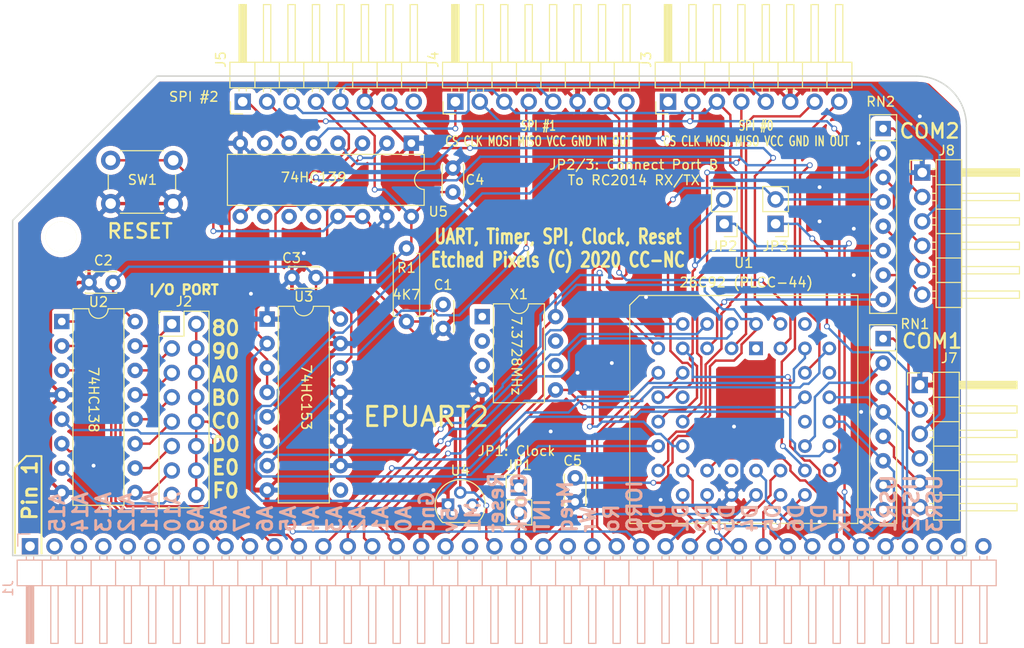
<source format=kicad_pcb>
(kicad_pcb (version 20171130) (host pcbnew 5.1.5-1.fc31)

  (general
    (thickness 1.6)
    (drawings 31)
    (tracks 793)
    (zones 0)
    (modules 26)
    (nets 70)
  )

  (page A4)
  (layers
    (0 F.Cu signal)
    (31 B.Cu signal)
    (32 B.Adhes user)
    (33 F.Adhes user)
    (34 B.Paste user)
    (35 F.Paste user)
    (36 B.SilkS user)
    (37 F.SilkS user)
    (38 B.Mask user)
    (39 F.Mask user)
    (40 Dwgs.User user)
    (41 Cmts.User user)
    (42 Eco1.User user)
    (43 Eco2.User user)
    (44 Edge.Cuts user)
    (45 Margin user)
    (46 B.CrtYd user)
    (47 F.CrtYd user)
    (48 B.Fab user hide)
    (49 F.Fab user hide)
  )

  (setup
    (last_trace_width 0.25)
    (trace_clearance 0.2)
    (zone_clearance 0.508)
    (zone_45_only no)
    (trace_min 0.2)
    (via_size 0.6)
    (via_drill 0.4)
    (via_min_size 0.4)
    (via_min_drill 0.3)
    (uvia_size 0.3)
    (uvia_drill 0.1)
    (uvias_allowed no)
    (uvia_min_size 0.2)
    (uvia_min_drill 0.1)
    (edge_width 0.15)
    (segment_width 0.2)
    (pcb_text_width 0.3)
    (pcb_text_size 1.5 1.5)
    (mod_edge_width 0.15)
    (mod_text_size 1 1)
    (mod_text_width 0.15)
    (pad_size 3.2 3.2)
    (pad_drill 3.2)
    (pad_to_mask_clearance 0.2)
    (aux_axis_origin 0 0)
    (visible_elements 7FFFFFFF)
    (pcbplotparams
      (layerselection 0x010f0_ffffffff)
      (usegerberextensions false)
      (usegerberattributes false)
      (usegerberadvancedattributes false)
      (creategerberjobfile false)
      (excludeedgelayer true)
      (linewidth 0.100000)
      (plotframeref false)
      (viasonmask false)
      (mode 1)
      (useauxorigin false)
      (hpglpennumber 1)
      (hpglpenspeed 20)
      (hpglpendiameter 15.000000)
      (psnegative false)
      (psa4output false)
      (plotreference true)
      (plotvalue true)
      (plotinvisibletext false)
      (padsonsilk false)
      (subtractmaskfromsilk false)
      (outputformat 1)
      (mirror false)
      (drillshape 0)
      (scaleselection 1)
      (outputdirectory "/tmp/kicad/uart2"))
  )

  (net 0 "")
  (net 1 GND)
  (net 2 RD)
  (net 3 A7)
  (net 4 A6)
  (net 5 A5)
  (net 6 A4)
  (net 7 A3)
  (net 8 IORQ)
  (net 9 WR)
  (net 10 "Net-(J2-Pad10)")
  (net 11 VCC)
  (net 12 A2)
  (net 13 A1)
  (net 14 A0)
  (net 15 RESET)
  (net 16 CLK)
  (net 17 INT)
  (net 18 D0)
  (net 19 D1)
  (net 20 D2)
  (net 21 D3)
  (net 22 D4)
  (net 23 D5)
  (net 24 D6)
  (net 25 D7)
  (net 26 TXDA)
  (net 27 RXDA)
  (net 28 "Net-(J2-Pad1)")
  (net 29 "Net-(J2-Pad3)")
  (net 30 "Net-(J2-Pad5)")
  (net 31 "Net-(J2-Pad7)")
  (net 32 "Net-(J2-Pad9)")
  (net 33 "Net-(J2-Pad11)")
  (net 34 "Net-(J2-Pad13)")
  (net 35 "Net-(J2-Pad15)")
  (net 36 SPI0_CS)
  (net 37 SPICLK)
  (net 38 SPIDATA)
  (net 39 SPI0_RX)
  (net 40 SPI0_IN)
  (net 41 SPI0_OUT)
  (net 42 SPI1_OUT)
  (net 43 SPI1_IN)
  (net 44 SPI1_RX)
  (net 45 SPI1_CS)
  (net 46 SPI2_CS)
  (net 47 SPI2_RX)
  (net 48 SPI2_IN)
  (net 49 "Net-(J7-Pad2)")
  (net 50 "Net-(J7-Pad4)")
  (net 51 "Net-(J7-Pad5)")
  (net 52 "Net-(J7-Pad6)")
  (net 53 "Net-(J8-Pad6)")
  (net 54 "Net-(J8-Pad5)")
  (net 55 "Net-(J8-Pad4)")
  (net 56 "Net-(J8-Pad2)")
  (net 57 "Net-(JP1-Pad1)")
  (net 58 CTSA)
  (net 59 RTSA)
  (net 60 RTSB)
  (net 61 RXDB)
  (net 62 TXDB)
  (net 63 CTSB)
  (net 64 SPI_RX)
  (net 65 MUX1)
  (net 66 NRESET)
  (net 67 MUX0)
  (net 68 "Net-(J1-Pad35)")
  (net 69 "Net-(J1-Pad36)")

  (net_class Default "This is the default net class."
    (clearance 0.2)
    (trace_width 0.25)
    (via_dia 0.6)
    (via_drill 0.4)
    (uvia_dia 0.3)
    (uvia_drill 0.1)
    (add_net A0)
    (add_net A1)
    (add_net A2)
    (add_net A3)
    (add_net A4)
    (add_net A5)
    (add_net A6)
    (add_net A7)
    (add_net CLK)
    (add_net CTSA)
    (add_net CTSB)
    (add_net D0)
    (add_net D1)
    (add_net D2)
    (add_net D3)
    (add_net D4)
    (add_net D5)
    (add_net D6)
    (add_net D7)
    (add_net INT)
    (add_net IORQ)
    (add_net MUX0)
    (add_net MUX1)
    (add_net NRESET)
    (add_net "Net-(J1-Pad35)")
    (add_net "Net-(J1-Pad36)")
    (add_net "Net-(J2-Pad1)")
    (add_net "Net-(J2-Pad10)")
    (add_net "Net-(J2-Pad11)")
    (add_net "Net-(J2-Pad13)")
    (add_net "Net-(J2-Pad15)")
    (add_net "Net-(J2-Pad3)")
    (add_net "Net-(J2-Pad5)")
    (add_net "Net-(J2-Pad7)")
    (add_net "Net-(J2-Pad9)")
    (add_net "Net-(J7-Pad2)")
    (add_net "Net-(J7-Pad4)")
    (add_net "Net-(J7-Pad5)")
    (add_net "Net-(J7-Pad6)")
    (add_net "Net-(J8-Pad2)")
    (add_net "Net-(J8-Pad4)")
    (add_net "Net-(J8-Pad5)")
    (add_net "Net-(J8-Pad6)")
    (add_net "Net-(JP1-Pad1)")
    (add_net RD)
    (add_net RESET)
    (add_net RTSA)
    (add_net RTSB)
    (add_net RXDA)
    (add_net RXDB)
    (add_net SPI0_CS)
    (add_net SPI0_IN)
    (add_net SPI0_OUT)
    (add_net SPI0_RX)
    (add_net SPI1_CS)
    (add_net SPI1_IN)
    (add_net SPI1_OUT)
    (add_net SPI1_RX)
    (add_net SPI2_CS)
    (add_net SPI2_IN)
    (add_net SPI2_RX)
    (add_net SPICLK)
    (add_net SPIDATA)
    (add_net SPI_RX)
    (add_net TXDA)
    (add_net TXDB)
    (add_net VCC)
    (add_net WR)
  )

  (net_class Power ""
    (clearance 0.2)
    (trace_width 0.35)
    (via_dia 0.6)
    (via_drill 0.4)
    (uvia_dia 0.3)
    (uvia_drill 0.1)
    (add_net GND)
  )

  (module Capacitor_THT:C_Disc_D3.0mm_W2.0mm_P2.50mm (layer F.Cu) (tedit 5AE50EF0) (tstamp 5E4C52C1)
    (at 212.344 145.288 270)
    (descr "C, Disc series, Radial, pin pitch=2.50mm, , diameter*width=3*2mm^2, Capacitor")
    (tags "C Disc series Radial pin pitch 2.50mm  diameter 3mm width 2mm Capacitor")
    (path /5E7A6099)
    (fp_text reference C5 (at -1.778 0.254 180) (layer F.SilkS)
      (effects (font (size 1 1) (thickness 0.15)))
    )
    (fp_text value 0.1µF (at 1.25 2.25 90) (layer F.Fab)
      (effects (font (size 1 1) (thickness 0.15)))
    )
    (fp_line (start -0.25 -1) (end -0.25 1) (layer F.Fab) (width 0.1))
    (fp_line (start -0.25 1) (end 2.75 1) (layer F.Fab) (width 0.1))
    (fp_line (start 2.75 1) (end 2.75 -1) (layer F.Fab) (width 0.1))
    (fp_line (start 2.75 -1) (end -0.25 -1) (layer F.Fab) (width 0.1))
    (fp_line (start -0.37 -1.12) (end 2.87 -1.12) (layer F.SilkS) (width 0.12))
    (fp_line (start -0.37 1.12) (end 2.87 1.12) (layer F.SilkS) (width 0.12))
    (fp_line (start -0.37 -1.12) (end -0.37 -1.055) (layer F.SilkS) (width 0.12))
    (fp_line (start -0.37 1.055) (end -0.37 1.12) (layer F.SilkS) (width 0.12))
    (fp_line (start 2.87 -1.12) (end 2.87 -1.055) (layer F.SilkS) (width 0.12))
    (fp_line (start 2.87 1.055) (end 2.87 1.12) (layer F.SilkS) (width 0.12))
    (fp_line (start -1.05 -1.25) (end -1.05 1.25) (layer F.CrtYd) (width 0.05))
    (fp_line (start -1.05 1.25) (end 3.55 1.25) (layer F.CrtYd) (width 0.05))
    (fp_line (start 3.55 1.25) (end 3.55 -1.25) (layer F.CrtYd) (width 0.05))
    (fp_line (start 3.55 -1.25) (end -1.05 -1.25) (layer F.CrtYd) (width 0.05))
    (fp_text user %R (at 1.25 0 90) (layer F.Fab)
      (effects (font (size 0.6 0.6) (thickness 0.09)))
    )
    (pad 1 thru_hole circle (at 0 0 270) (size 1.6 1.6) (drill 0.8) (layers *.Cu *.Mask)
      (net 11 VCC))
    (pad 2 thru_hole circle (at 2.5 0 270) (size 1.6 1.6) (drill 0.8) (layers *.Cu *.Mask)
      (net 1 GND))
    (model ${KISYS3DMOD}/Capacitor_THT.3dshapes/C_Disc_D3.0mm_W2.0mm_P2.50mm.wrl
      (at (xyz 0 0 0))
      (scale (xyz 1 1 1))
      (rotate (xyz 0 0 0))
    )
  )

  (module Connector_PinHeader_2.54mm:PinHeader_2x08_P2.54mm_Vertical (layer F.Cu) (tedit 59FED5CC) (tstamp 5E4C52EC)
    (at 170.434 129.286)
    (descr "Through hole straight pin header, 2x08, 2.54mm pitch, double rows")
    (tags "Through hole pin header THT 2x08 2.54mm double row")
    (path /5E6021A9)
    (fp_text reference J2 (at 1.27 -2.33) (layer F.SilkS)
      (effects (font (size 1 1) (thickness 0.15)))
    )
    (fp_text value Conn_02x08_Odd_Even (at 1.27 20.11) (layer F.Fab)
      (effects (font (size 1 1) (thickness 0.15)))
    )
    (fp_line (start 0 -1.27) (end 3.81 -1.27) (layer F.Fab) (width 0.1))
    (fp_line (start 3.81 -1.27) (end 3.81 19.05) (layer F.Fab) (width 0.1))
    (fp_line (start 3.81 19.05) (end -1.27 19.05) (layer F.Fab) (width 0.1))
    (fp_line (start -1.27 19.05) (end -1.27 0) (layer F.Fab) (width 0.1))
    (fp_line (start -1.27 0) (end 0 -1.27) (layer F.Fab) (width 0.1))
    (fp_line (start -1.33 19.11) (end 3.87 19.11) (layer F.SilkS) (width 0.12))
    (fp_line (start -1.33 1.27) (end -1.33 19.11) (layer F.SilkS) (width 0.12))
    (fp_line (start 3.87 -1.33) (end 3.87 19.11) (layer F.SilkS) (width 0.12))
    (fp_line (start -1.33 1.27) (end 1.27 1.27) (layer F.SilkS) (width 0.12))
    (fp_line (start 1.27 1.27) (end 1.27 -1.33) (layer F.SilkS) (width 0.12))
    (fp_line (start 1.27 -1.33) (end 3.87 -1.33) (layer F.SilkS) (width 0.12))
    (fp_line (start -1.33 0) (end -1.33 -1.33) (layer F.SilkS) (width 0.12))
    (fp_line (start -1.33 -1.33) (end 0 -1.33) (layer F.SilkS) (width 0.12))
    (fp_line (start -1.8 -1.8) (end -1.8 19.55) (layer F.CrtYd) (width 0.05))
    (fp_line (start -1.8 19.55) (end 4.35 19.55) (layer F.CrtYd) (width 0.05))
    (fp_line (start 4.35 19.55) (end 4.35 -1.8) (layer F.CrtYd) (width 0.05))
    (fp_line (start 4.35 -1.8) (end -1.8 -1.8) (layer F.CrtYd) (width 0.05))
    (fp_text user %R (at 1.27 8.89 90) (layer F.Fab)
      (effects (font (size 1 1) (thickness 0.15)))
    )
    (pad 1 thru_hole rect (at 0 0) (size 1.7 1.7) (drill 1) (layers *.Cu *.Mask)
      (net 28 "Net-(J2-Pad1)"))
    (pad 2 thru_hole oval (at 2.54 0) (size 1.7 1.7) (drill 1) (layers *.Cu *.Mask)
      (net 10 "Net-(J2-Pad10)"))
    (pad 3 thru_hole oval (at 0 2.54) (size 1.7 1.7) (drill 1) (layers *.Cu *.Mask)
      (net 29 "Net-(J2-Pad3)"))
    (pad 4 thru_hole oval (at 2.54 2.54) (size 1.7 1.7) (drill 1) (layers *.Cu *.Mask)
      (net 10 "Net-(J2-Pad10)"))
    (pad 5 thru_hole oval (at 0 5.08) (size 1.7 1.7) (drill 1) (layers *.Cu *.Mask)
      (net 30 "Net-(J2-Pad5)"))
    (pad 6 thru_hole oval (at 2.54 5.08) (size 1.7 1.7) (drill 1) (layers *.Cu *.Mask)
      (net 10 "Net-(J2-Pad10)"))
    (pad 7 thru_hole oval (at 0 7.62) (size 1.7 1.7) (drill 1) (layers *.Cu *.Mask)
      (net 31 "Net-(J2-Pad7)"))
    (pad 8 thru_hole oval (at 2.54 7.62) (size 1.7 1.7) (drill 1) (layers *.Cu *.Mask)
      (net 10 "Net-(J2-Pad10)"))
    (pad 9 thru_hole oval (at 0 10.16) (size 1.7 1.7) (drill 1) (layers *.Cu *.Mask)
      (net 32 "Net-(J2-Pad9)"))
    (pad 10 thru_hole oval (at 2.54 10.16) (size 1.7 1.7) (drill 1) (layers *.Cu *.Mask)
      (net 10 "Net-(J2-Pad10)"))
    (pad 11 thru_hole oval (at 0 12.7) (size 1.7 1.7) (drill 1) (layers *.Cu *.Mask)
      (net 33 "Net-(J2-Pad11)"))
    (pad 12 thru_hole oval (at 2.54 12.7) (size 1.7 1.7) (drill 1) (layers *.Cu *.Mask)
      (net 10 "Net-(J2-Pad10)"))
    (pad 13 thru_hole oval (at 0 15.24) (size 1.7 1.7) (drill 1) (layers *.Cu *.Mask)
      (net 34 "Net-(J2-Pad13)"))
    (pad 14 thru_hole oval (at 2.54 15.24) (size 1.7 1.7) (drill 1) (layers *.Cu *.Mask)
      (net 10 "Net-(J2-Pad10)"))
    (pad 15 thru_hole oval (at 0 17.78) (size 1.7 1.7) (drill 1) (layers *.Cu *.Mask)
      (net 35 "Net-(J2-Pad15)"))
    (pad 16 thru_hole oval (at 2.54 17.78) (size 1.7 1.7) (drill 1) (layers *.Cu *.Mask)
      (net 10 "Net-(J2-Pad10)"))
    (model ${KISYS3DMOD}/Connector_PinHeader_2.54mm.3dshapes/PinHeader_2x08_P2.54mm_Vertical.wrl
      (at (xyz 0 0 0))
      (scale (xyz 1 1 1))
      (rotate (xyz 0 0 0))
    )
  )

  (module Connector_PinHeader_2.54mm:PinHeader_1x40_P2.54mm_Horizontal (layer B.Cu) (tedit 59FED5CB) (tstamp 5D4E77A0)
    (at 155.702 152.4 270)
    (descr "Through hole angled pin header, 1x40, 2.54mm pitch, 6mm pin length, single row")
    (tags "Through hole angled pin header THT 1x40 2.54mm single row")
    (path /5D4D81A3)
    (fp_text reference J1 (at 4.385 2.27 270) (layer B.SilkS)
      (effects (font (size 1 1) (thickness 0.15)) (justify mirror))
    )
    (fp_text value Conn_01x40 (at 4.385 -101.33 270) (layer B.Fab)
      (effects (font (size 1 1) (thickness 0.15)) (justify mirror))
    )
    (fp_line (start 2.135 1.27) (end 4.04 1.27) (layer B.Fab) (width 0.1))
    (fp_line (start 4.04 1.27) (end 4.04 -100.33) (layer B.Fab) (width 0.1))
    (fp_line (start 4.04 -100.33) (end 1.5 -100.33) (layer B.Fab) (width 0.1))
    (fp_line (start 1.5 -100.33) (end 1.5 0.635) (layer B.Fab) (width 0.1))
    (fp_line (start 1.5 0.635) (end 2.135 1.27) (layer B.Fab) (width 0.1))
    (fp_line (start -0.32 0.32) (end 1.5 0.32) (layer B.Fab) (width 0.1))
    (fp_line (start -0.32 0.32) (end -0.32 -0.32) (layer B.Fab) (width 0.1))
    (fp_line (start -0.32 -0.32) (end 1.5 -0.32) (layer B.Fab) (width 0.1))
    (fp_line (start 4.04 0.32) (end 10.04 0.32) (layer B.Fab) (width 0.1))
    (fp_line (start 10.04 0.32) (end 10.04 -0.32) (layer B.Fab) (width 0.1))
    (fp_line (start 4.04 -0.32) (end 10.04 -0.32) (layer B.Fab) (width 0.1))
    (fp_line (start -0.32 -2.22) (end 1.5 -2.22) (layer B.Fab) (width 0.1))
    (fp_line (start -0.32 -2.22) (end -0.32 -2.86) (layer B.Fab) (width 0.1))
    (fp_line (start -0.32 -2.86) (end 1.5 -2.86) (layer B.Fab) (width 0.1))
    (fp_line (start 4.04 -2.22) (end 10.04 -2.22) (layer B.Fab) (width 0.1))
    (fp_line (start 10.04 -2.22) (end 10.04 -2.86) (layer B.Fab) (width 0.1))
    (fp_line (start 4.04 -2.86) (end 10.04 -2.86) (layer B.Fab) (width 0.1))
    (fp_line (start -0.32 -4.76) (end 1.5 -4.76) (layer B.Fab) (width 0.1))
    (fp_line (start -0.32 -4.76) (end -0.32 -5.4) (layer B.Fab) (width 0.1))
    (fp_line (start -0.32 -5.4) (end 1.5 -5.4) (layer B.Fab) (width 0.1))
    (fp_line (start 4.04 -4.76) (end 10.04 -4.76) (layer B.Fab) (width 0.1))
    (fp_line (start 10.04 -4.76) (end 10.04 -5.4) (layer B.Fab) (width 0.1))
    (fp_line (start 4.04 -5.4) (end 10.04 -5.4) (layer B.Fab) (width 0.1))
    (fp_line (start -0.32 -7.3) (end 1.5 -7.3) (layer B.Fab) (width 0.1))
    (fp_line (start -0.32 -7.3) (end -0.32 -7.94) (layer B.Fab) (width 0.1))
    (fp_line (start -0.32 -7.94) (end 1.5 -7.94) (layer B.Fab) (width 0.1))
    (fp_line (start 4.04 -7.3) (end 10.04 -7.3) (layer B.Fab) (width 0.1))
    (fp_line (start 10.04 -7.3) (end 10.04 -7.94) (layer B.Fab) (width 0.1))
    (fp_line (start 4.04 -7.94) (end 10.04 -7.94) (layer B.Fab) (width 0.1))
    (fp_line (start -0.32 -9.84) (end 1.5 -9.84) (layer B.Fab) (width 0.1))
    (fp_line (start -0.32 -9.84) (end -0.32 -10.48) (layer B.Fab) (width 0.1))
    (fp_line (start -0.32 -10.48) (end 1.5 -10.48) (layer B.Fab) (width 0.1))
    (fp_line (start 4.04 -9.84) (end 10.04 -9.84) (layer B.Fab) (width 0.1))
    (fp_line (start 10.04 -9.84) (end 10.04 -10.48) (layer B.Fab) (width 0.1))
    (fp_line (start 4.04 -10.48) (end 10.04 -10.48) (layer B.Fab) (width 0.1))
    (fp_line (start -0.32 -12.38) (end 1.5 -12.38) (layer B.Fab) (width 0.1))
    (fp_line (start -0.32 -12.38) (end -0.32 -13.02) (layer B.Fab) (width 0.1))
    (fp_line (start -0.32 -13.02) (end 1.5 -13.02) (layer B.Fab) (width 0.1))
    (fp_line (start 4.04 -12.38) (end 10.04 -12.38) (layer B.Fab) (width 0.1))
    (fp_line (start 10.04 -12.38) (end 10.04 -13.02) (layer B.Fab) (width 0.1))
    (fp_line (start 4.04 -13.02) (end 10.04 -13.02) (layer B.Fab) (width 0.1))
    (fp_line (start -0.32 -14.92) (end 1.5 -14.92) (layer B.Fab) (width 0.1))
    (fp_line (start -0.32 -14.92) (end -0.32 -15.56) (layer B.Fab) (width 0.1))
    (fp_line (start -0.32 -15.56) (end 1.5 -15.56) (layer B.Fab) (width 0.1))
    (fp_line (start 4.04 -14.92) (end 10.04 -14.92) (layer B.Fab) (width 0.1))
    (fp_line (start 10.04 -14.92) (end 10.04 -15.56) (layer B.Fab) (width 0.1))
    (fp_line (start 4.04 -15.56) (end 10.04 -15.56) (layer B.Fab) (width 0.1))
    (fp_line (start -0.32 -17.46) (end 1.5 -17.46) (layer B.Fab) (width 0.1))
    (fp_line (start -0.32 -17.46) (end -0.32 -18.1) (layer B.Fab) (width 0.1))
    (fp_line (start -0.32 -18.1) (end 1.5 -18.1) (layer B.Fab) (width 0.1))
    (fp_line (start 4.04 -17.46) (end 10.04 -17.46) (layer B.Fab) (width 0.1))
    (fp_line (start 10.04 -17.46) (end 10.04 -18.1) (layer B.Fab) (width 0.1))
    (fp_line (start 4.04 -18.1) (end 10.04 -18.1) (layer B.Fab) (width 0.1))
    (fp_line (start -0.32 -20) (end 1.5 -20) (layer B.Fab) (width 0.1))
    (fp_line (start -0.32 -20) (end -0.32 -20.64) (layer B.Fab) (width 0.1))
    (fp_line (start -0.32 -20.64) (end 1.5 -20.64) (layer B.Fab) (width 0.1))
    (fp_line (start 4.04 -20) (end 10.04 -20) (layer B.Fab) (width 0.1))
    (fp_line (start 10.04 -20) (end 10.04 -20.64) (layer B.Fab) (width 0.1))
    (fp_line (start 4.04 -20.64) (end 10.04 -20.64) (layer B.Fab) (width 0.1))
    (fp_line (start -0.32 -22.54) (end 1.5 -22.54) (layer B.Fab) (width 0.1))
    (fp_line (start -0.32 -22.54) (end -0.32 -23.18) (layer B.Fab) (width 0.1))
    (fp_line (start -0.32 -23.18) (end 1.5 -23.18) (layer B.Fab) (width 0.1))
    (fp_line (start 4.04 -22.54) (end 10.04 -22.54) (layer B.Fab) (width 0.1))
    (fp_line (start 10.04 -22.54) (end 10.04 -23.18) (layer B.Fab) (width 0.1))
    (fp_line (start 4.04 -23.18) (end 10.04 -23.18) (layer B.Fab) (width 0.1))
    (fp_line (start -0.32 -25.08) (end 1.5 -25.08) (layer B.Fab) (width 0.1))
    (fp_line (start -0.32 -25.08) (end -0.32 -25.72) (layer B.Fab) (width 0.1))
    (fp_line (start -0.32 -25.72) (end 1.5 -25.72) (layer B.Fab) (width 0.1))
    (fp_line (start 4.04 -25.08) (end 10.04 -25.08) (layer B.Fab) (width 0.1))
    (fp_line (start 10.04 -25.08) (end 10.04 -25.72) (layer B.Fab) (width 0.1))
    (fp_line (start 4.04 -25.72) (end 10.04 -25.72) (layer B.Fab) (width 0.1))
    (fp_line (start -0.32 -27.62) (end 1.5 -27.62) (layer B.Fab) (width 0.1))
    (fp_line (start -0.32 -27.62) (end -0.32 -28.26) (layer B.Fab) (width 0.1))
    (fp_line (start -0.32 -28.26) (end 1.5 -28.26) (layer B.Fab) (width 0.1))
    (fp_line (start 4.04 -27.62) (end 10.04 -27.62) (layer B.Fab) (width 0.1))
    (fp_line (start 10.04 -27.62) (end 10.04 -28.26) (layer B.Fab) (width 0.1))
    (fp_line (start 4.04 -28.26) (end 10.04 -28.26) (layer B.Fab) (width 0.1))
    (fp_line (start -0.32 -30.16) (end 1.5 -30.16) (layer B.Fab) (width 0.1))
    (fp_line (start -0.32 -30.16) (end -0.32 -30.8) (layer B.Fab) (width 0.1))
    (fp_line (start -0.32 -30.8) (end 1.5 -30.8) (layer B.Fab) (width 0.1))
    (fp_line (start 4.04 -30.16) (end 10.04 -30.16) (layer B.Fab) (width 0.1))
    (fp_line (start 10.04 -30.16) (end 10.04 -30.8) (layer B.Fab) (width 0.1))
    (fp_line (start 4.04 -30.8) (end 10.04 -30.8) (layer B.Fab) (width 0.1))
    (fp_line (start -0.32 -32.7) (end 1.5 -32.7) (layer B.Fab) (width 0.1))
    (fp_line (start -0.32 -32.7) (end -0.32 -33.34) (layer B.Fab) (width 0.1))
    (fp_line (start -0.32 -33.34) (end 1.5 -33.34) (layer B.Fab) (width 0.1))
    (fp_line (start 4.04 -32.7) (end 10.04 -32.7) (layer B.Fab) (width 0.1))
    (fp_line (start 10.04 -32.7) (end 10.04 -33.34) (layer B.Fab) (width 0.1))
    (fp_line (start 4.04 -33.34) (end 10.04 -33.34) (layer B.Fab) (width 0.1))
    (fp_line (start -0.32 -35.24) (end 1.5 -35.24) (layer B.Fab) (width 0.1))
    (fp_line (start -0.32 -35.24) (end -0.32 -35.88) (layer B.Fab) (width 0.1))
    (fp_line (start -0.32 -35.88) (end 1.5 -35.88) (layer B.Fab) (width 0.1))
    (fp_line (start 4.04 -35.24) (end 10.04 -35.24) (layer B.Fab) (width 0.1))
    (fp_line (start 10.04 -35.24) (end 10.04 -35.88) (layer B.Fab) (width 0.1))
    (fp_line (start 4.04 -35.88) (end 10.04 -35.88) (layer B.Fab) (width 0.1))
    (fp_line (start -0.32 -37.78) (end 1.5 -37.78) (layer B.Fab) (width 0.1))
    (fp_line (start -0.32 -37.78) (end -0.32 -38.42) (layer B.Fab) (width 0.1))
    (fp_line (start -0.32 -38.42) (end 1.5 -38.42) (layer B.Fab) (width 0.1))
    (fp_line (start 4.04 -37.78) (end 10.04 -37.78) (layer B.Fab) (width 0.1))
    (fp_line (start 10.04 -37.78) (end 10.04 -38.42) (layer B.Fab) (width 0.1))
    (fp_line (start 4.04 -38.42) (end 10.04 -38.42) (layer B.Fab) (width 0.1))
    (fp_line (start -0.32 -40.32) (end 1.5 -40.32) (layer B.Fab) (width 0.1))
    (fp_line (start -0.32 -40.32) (end -0.32 -40.96) (layer B.Fab) (width 0.1))
    (fp_line (start -0.32 -40.96) (end 1.5 -40.96) (layer B.Fab) (width 0.1))
    (fp_line (start 4.04 -40.32) (end 10.04 -40.32) (layer B.Fab) (width 0.1))
    (fp_line (start 10.04 -40.32) (end 10.04 -40.96) (layer B.Fab) (width 0.1))
    (fp_line (start 4.04 -40.96) (end 10.04 -40.96) (layer B.Fab) (width 0.1))
    (fp_line (start -0.32 -42.86) (end 1.5 -42.86) (layer B.Fab) (width 0.1))
    (fp_line (start -0.32 -42.86) (end -0.32 -43.5) (layer B.Fab) (width 0.1))
    (fp_line (start -0.32 -43.5) (end 1.5 -43.5) (layer B.Fab) (width 0.1))
    (fp_line (start 4.04 -42.86) (end 10.04 -42.86) (layer B.Fab) (width 0.1))
    (fp_line (start 10.04 -42.86) (end 10.04 -43.5) (layer B.Fab) (width 0.1))
    (fp_line (start 4.04 -43.5) (end 10.04 -43.5) (layer B.Fab) (width 0.1))
    (fp_line (start -0.32 -45.4) (end 1.5 -45.4) (layer B.Fab) (width 0.1))
    (fp_line (start -0.32 -45.4) (end -0.32 -46.04) (layer B.Fab) (width 0.1))
    (fp_line (start -0.32 -46.04) (end 1.5 -46.04) (layer B.Fab) (width 0.1))
    (fp_line (start 4.04 -45.4) (end 10.04 -45.4) (layer B.Fab) (width 0.1))
    (fp_line (start 10.04 -45.4) (end 10.04 -46.04) (layer B.Fab) (width 0.1))
    (fp_line (start 4.04 -46.04) (end 10.04 -46.04) (layer B.Fab) (width 0.1))
    (fp_line (start -0.32 -47.94) (end 1.5 -47.94) (layer B.Fab) (width 0.1))
    (fp_line (start -0.32 -47.94) (end -0.32 -48.58) (layer B.Fab) (width 0.1))
    (fp_line (start -0.32 -48.58) (end 1.5 -48.58) (layer B.Fab) (width 0.1))
    (fp_line (start 4.04 -47.94) (end 10.04 -47.94) (layer B.Fab) (width 0.1))
    (fp_line (start 10.04 -47.94) (end 10.04 -48.58) (layer B.Fab) (width 0.1))
    (fp_line (start 4.04 -48.58) (end 10.04 -48.58) (layer B.Fab) (width 0.1))
    (fp_line (start -0.32 -50.48) (end 1.5 -50.48) (layer B.Fab) (width 0.1))
    (fp_line (start -0.32 -50.48) (end -0.32 -51.12) (layer B.Fab) (width 0.1))
    (fp_line (start -0.32 -51.12) (end 1.5 -51.12) (layer B.Fab) (width 0.1))
    (fp_line (start 4.04 -50.48) (end 10.04 -50.48) (layer B.Fab) (width 0.1))
    (fp_line (start 10.04 -50.48) (end 10.04 -51.12) (layer B.Fab) (width 0.1))
    (fp_line (start 4.04 -51.12) (end 10.04 -51.12) (layer B.Fab) (width 0.1))
    (fp_line (start -0.32 -53.02) (end 1.5 -53.02) (layer B.Fab) (width 0.1))
    (fp_line (start -0.32 -53.02) (end -0.32 -53.66) (layer B.Fab) (width 0.1))
    (fp_line (start -0.32 -53.66) (end 1.5 -53.66) (layer B.Fab) (width 0.1))
    (fp_line (start 4.04 -53.02) (end 10.04 -53.02) (layer B.Fab) (width 0.1))
    (fp_line (start 10.04 -53.02) (end 10.04 -53.66) (layer B.Fab) (width 0.1))
    (fp_line (start 4.04 -53.66) (end 10.04 -53.66) (layer B.Fab) (width 0.1))
    (fp_line (start -0.32 -55.56) (end 1.5 -55.56) (layer B.Fab) (width 0.1))
    (fp_line (start -0.32 -55.56) (end -0.32 -56.2) (layer B.Fab) (width 0.1))
    (fp_line (start -0.32 -56.2) (end 1.5 -56.2) (layer B.Fab) (width 0.1))
    (fp_line (start 4.04 -55.56) (end 10.04 -55.56) (layer B.Fab) (width 0.1))
    (fp_line (start 10.04 -55.56) (end 10.04 -56.2) (layer B.Fab) (width 0.1))
    (fp_line (start 4.04 -56.2) (end 10.04 -56.2) (layer B.Fab) (width 0.1))
    (fp_line (start -0.32 -58.1) (end 1.5 -58.1) (layer B.Fab) (width 0.1))
    (fp_line (start -0.32 -58.1) (end -0.32 -58.74) (layer B.Fab) (width 0.1))
    (fp_line (start -0.32 -58.74) (end 1.5 -58.74) (layer B.Fab) (width 0.1))
    (fp_line (start 4.04 -58.1) (end 10.04 -58.1) (layer B.Fab) (width 0.1))
    (fp_line (start 10.04 -58.1) (end 10.04 -58.74) (layer B.Fab) (width 0.1))
    (fp_line (start 4.04 -58.74) (end 10.04 -58.74) (layer B.Fab) (width 0.1))
    (fp_line (start -0.32 -60.64) (end 1.5 -60.64) (layer B.Fab) (width 0.1))
    (fp_line (start -0.32 -60.64) (end -0.32 -61.28) (layer B.Fab) (width 0.1))
    (fp_line (start -0.32 -61.28) (end 1.5 -61.28) (layer B.Fab) (width 0.1))
    (fp_line (start 4.04 -60.64) (end 10.04 -60.64) (layer B.Fab) (width 0.1))
    (fp_line (start 10.04 -60.64) (end 10.04 -61.28) (layer B.Fab) (width 0.1))
    (fp_line (start 4.04 -61.28) (end 10.04 -61.28) (layer B.Fab) (width 0.1))
    (fp_line (start -0.32 -63.18) (end 1.5 -63.18) (layer B.Fab) (width 0.1))
    (fp_line (start -0.32 -63.18) (end -0.32 -63.82) (layer B.Fab) (width 0.1))
    (fp_line (start -0.32 -63.82) (end 1.5 -63.82) (layer B.Fab) (width 0.1))
    (fp_line (start 4.04 -63.18) (end 10.04 -63.18) (layer B.Fab) (width 0.1))
    (fp_line (start 10.04 -63.18) (end 10.04 -63.82) (layer B.Fab) (width 0.1))
    (fp_line (start 4.04 -63.82) (end 10.04 -63.82) (layer B.Fab) (width 0.1))
    (fp_line (start -0.32 -65.72) (end 1.5 -65.72) (layer B.Fab) (width 0.1))
    (fp_line (start -0.32 -65.72) (end -0.32 -66.36) (layer B.Fab) (width 0.1))
    (fp_line (start -0.32 -66.36) (end 1.5 -66.36) (layer B.Fab) (width 0.1))
    (fp_line (start 4.04 -65.72) (end 10.04 -65.72) (layer B.Fab) (width 0.1))
    (fp_line (start 10.04 -65.72) (end 10.04 -66.36) (layer B.Fab) (width 0.1))
    (fp_line (start 4.04 -66.36) (end 10.04 -66.36) (layer B.Fab) (width 0.1))
    (fp_line (start -0.32 -68.26) (end 1.5 -68.26) (layer B.Fab) (width 0.1))
    (fp_line (start -0.32 -68.26) (end -0.32 -68.9) (layer B.Fab) (width 0.1))
    (fp_line (start -0.32 -68.9) (end 1.5 -68.9) (layer B.Fab) (width 0.1))
    (fp_line (start 4.04 -68.26) (end 10.04 -68.26) (layer B.Fab) (width 0.1))
    (fp_line (start 10.04 -68.26) (end 10.04 -68.9) (layer B.Fab) (width 0.1))
    (fp_line (start 4.04 -68.9) (end 10.04 -68.9) (layer B.Fab) (width 0.1))
    (fp_line (start -0.32 -70.8) (end 1.5 -70.8) (layer B.Fab) (width 0.1))
    (fp_line (start -0.32 -70.8) (end -0.32 -71.44) (layer B.Fab) (width 0.1))
    (fp_line (start -0.32 -71.44) (end 1.5 -71.44) (layer B.Fab) (width 0.1))
    (fp_line (start 4.04 -70.8) (end 10.04 -70.8) (layer B.Fab) (width 0.1))
    (fp_line (start 10.04 -70.8) (end 10.04 -71.44) (layer B.Fab) (width 0.1))
    (fp_line (start 4.04 -71.44) (end 10.04 -71.44) (layer B.Fab) (width 0.1))
    (fp_line (start -0.32 -73.34) (end 1.5 -73.34) (layer B.Fab) (width 0.1))
    (fp_line (start -0.32 -73.34) (end -0.32 -73.98) (layer B.Fab) (width 0.1))
    (fp_line (start -0.32 -73.98) (end 1.5 -73.98) (layer B.Fab) (width 0.1))
    (fp_line (start 4.04 -73.34) (end 10.04 -73.34) (layer B.Fab) (width 0.1))
    (fp_line (start 10.04 -73.34) (end 10.04 -73.98) (layer B.Fab) (width 0.1))
    (fp_line (start 4.04 -73.98) (end 10.04 -73.98) (layer B.Fab) (width 0.1))
    (fp_line (start -0.32 -75.88) (end 1.5 -75.88) (layer B.Fab) (width 0.1))
    (fp_line (start -0.32 -75.88) (end -0.32 -76.52) (layer B.Fab) (width 0.1))
    (fp_line (start -0.32 -76.52) (end 1.5 -76.52) (layer B.Fab) (width 0.1))
    (fp_line (start 4.04 -75.88) (end 10.04 -75.88) (layer B.Fab) (width 0.1))
    (fp_line (start 10.04 -75.88) (end 10.04 -76.52) (layer B.Fab) (width 0.1))
    (fp_line (start 4.04 -76.52) (end 10.04 -76.52) (layer B.Fab) (width 0.1))
    (fp_line (start -0.32 -78.42) (end 1.5 -78.42) (layer B.Fab) (width 0.1))
    (fp_line (start -0.32 -78.42) (end -0.32 -79.06) (layer B.Fab) (width 0.1))
    (fp_line (start -0.32 -79.06) (end 1.5 -79.06) (layer B.Fab) (width 0.1))
    (fp_line (start 4.04 -78.42) (end 10.04 -78.42) (layer B.Fab) (width 0.1))
    (fp_line (start 10.04 -78.42) (end 10.04 -79.06) (layer B.Fab) (width 0.1))
    (fp_line (start 4.04 -79.06) (end 10.04 -79.06) (layer B.Fab) (width 0.1))
    (fp_line (start -0.32 -80.96) (end 1.5 -80.96) (layer B.Fab) (width 0.1))
    (fp_line (start -0.32 -80.96) (end -0.32 -81.6) (layer B.Fab) (width 0.1))
    (fp_line (start -0.32 -81.6) (end 1.5 -81.6) (layer B.Fab) (width 0.1))
    (fp_line (start 4.04 -80.96) (end 10.04 -80.96) (layer B.Fab) (width 0.1))
    (fp_line (start 10.04 -80.96) (end 10.04 -81.6) (layer B.Fab) (width 0.1))
    (fp_line (start 4.04 -81.6) (end 10.04 -81.6) (layer B.Fab) (width 0.1))
    (fp_line (start -0.32 -83.5) (end 1.5 -83.5) (layer B.Fab) (width 0.1))
    (fp_line (start -0.32 -83.5) (end -0.32 -84.14) (layer B.Fab) (width 0.1))
    (fp_line (start -0.32 -84.14) (end 1.5 -84.14) (layer B.Fab) (width 0.1))
    (fp_line (start 4.04 -83.5) (end 10.04 -83.5) (layer B.Fab) (width 0.1))
    (fp_line (start 10.04 -83.5) (end 10.04 -84.14) (layer B.Fab) (width 0.1))
    (fp_line (start 4.04 -84.14) (end 10.04 -84.14) (layer B.Fab) (width 0.1))
    (fp_line (start -0.32 -86.04) (end 1.5 -86.04) (layer B.Fab) (width 0.1))
    (fp_line (start -0.32 -86.04) (end -0.32 -86.68) (layer B.Fab) (width 0.1))
    (fp_line (start -0.32 -86.68) (end 1.5 -86.68) (layer B.Fab) (width 0.1))
    (fp_line (start 4.04 -86.04) (end 10.04 -86.04) (layer B.Fab) (width 0.1))
    (fp_line (start 10.04 -86.04) (end 10.04 -86.68) (layer B.Fab) (width 0.1))
    (fp_line (start 4.04 -86.68) (end 10.04 -86.68) (layer B.Fab) (width 0.1))
    (fp_line (start -0.32 -88.58) (end 1.5 -88.58) (layer B.Fab) (width 0.1))
    (fp_line (start -0.32 -88.58) (end -0.32 -89.22) (layer B.Fab) (width 0.1))
    (fp_line (start -0.32 -89.22) (end 1.5 -89.22) (layer B.Fab) (width 0.1))
    (fp_line (start 4.04 -88.58) (end 10.04 -88.58) (layer B.Fab) (width 0.1))
    (fp_line (start 10.04 -88.58) (end 10.04 -89.22) (layer B.Fab) (width 0.1))
    (fp_line (start 4.04 -89.22) (end 10.04 -89.22) (layer B.Fab) (width 0.1))
    (fp_line (start -0.32 -91.12) (end 1.5 -91.12) (layer B.Fab) (width 0.1))
    (fp_line (start -0.32 -91.12) (end -0.32 -91.76) (layer B.Fab) (width 0.1))
    (fp_line (start -0.32 -91.76) (end 1.5 -91.76) (layer B.Fab) (width 0.1))
    (fp_line (start 4.04 -91.12) (end 10.04 -91.12) (layer B.Fab) (width 0.1))
    (fp_line (start 10.04 -91.12) (end 10.04 -91.76) (layer B.Fab) (width 0.1))
    (fp_line (start 4.04 -91.76) (end 10.04 -91.76) (layer B.Fab) (width 0.1))
    (fp_line (start -0.32 -93.66) (end 1.5 -93.66) (layer B.Fab) (width 0.1))
    (fp_line (start -0.32 -93.66) (end -0.32 -94.3) (layer B.Fab) (width 0.1))
    (fp_line (start -0.32 -94.3) (end 1.5 -94.3) (layer B.Fab) (width 0.1))
    (fp_line (start 4.04 -93.66) (end 10.04 -93.66) (layer B.Fab) (width 0.1))
    (fp_line (start 10.04 -93.66) (end 10.04 -94.3) (layer B.Fab) (width 0.1))
    (fp_line (start 4.04 -94.3) (end 10.04 -94.3) (layer B.Fab) (width 0.1))
    (fp_line (start -0.32 -96.2) (end 1.5 -96.2) (layer B.Fab) (width 0.1))
    (fp_line (start -0.32 -96.2) (end -0.32 -96.84) (layer B.Fab) (width 0.1))
    (fp_line (start -0.32 -96.84) (end 1.5 -96.84) (layer B.Fab) (width 0.1))
    (fp_line (start 4.04 -96.2) (end 10.04 -96.2) (layer B.Fab) (width 0.1))
    (fp_line (start 10.04 -96.2) (end 10.04 -96.84) (layer B.Fab) (width 0.1))
    (fp_line (start 4.04 -96.84) (end 10.04 -96.84) (layer B.Fab) (width 0.1))
    (fp_line (start -0.32 -98.74) (end 1.5 -98.74) (layer B.Fab) (width 0.1))
    (fp_line (start -0.32 -98.74) (end -0.32 -99.38) (layer B.Fab) (width 0.1))
    (fp_line (start -0.32 -99.38) (end 1.5 -99.38) (layer B.Fab) (width 0.1))
    (fp_line (start 4.04 -98.74) (end 10.04 -98.74) (layer B.Fab) (width 0.1))
    (fp_line (start 10.04 -98.74) (end 10.04 -99.38) (layer B.Fab) (width 0.1))
    (fp_line (start 4.04 -99.38) (end 10.04 -99.38) (layer B.Fab) (width 0.1))
    (fp_line (start 1.44 1.33) (end 1.44 -100.39) (layer B.SilkS) (width 0.12))
    (fp_line (start 1.44 -100.39) (end 4.1 -100.39) (layer B.SilkS) (width 0.12))
    (fp_line (start 4.1 -100.39) (end 4.1 1.33) (layer B.SilkS) (width 0.12))
    (fp_line (start 4.1 1.33) (end 1.44 1.33) (layer B.SilkS) (width 0.12))
    (fp_line (start 4.1 0.38) (end 10.1 0.38) (layer B.SilkS) (width 0.12))
    (fp_line (start 10.1 0.38) (end 10.1 -0.38) (layer B.SilkS) (width 0.12))
    (fp_line (start 10.1 -0.38) (end 4.1 -0.38) (layer B.SilkS) (width 0.12))
    (fp_line (start 4.1 0.32) (end 10.1 0.32) (layer B.SilkS) (width 0.12))
    (fp_line (start 4.1 0.2) (end 10.1 0.2) (layer B.SilkS) (width 0.12))
    (fp_line (start 4.1 0.08) (end 10.1 0.08) (layer B.SilkS) (width 0.12))
    (fp_line (start 4.1 -0.04) (end 10.1 -0.04) (layer B.SilkS) (width 0.12))
    (fp_line (start 4.1 -0.16) (end 10.1 -0.16) (layer B.SilkS) (width 0.12))
    (fp_line (start 4.1 -0.28) (end 10.1 -0.28) (layer B.SilkS) (width 0.12))
    (fp_line (start 1.11 0.38) (end 1.44 0.38) (layer B.SilkS) (width 0.12))
    (fp_line (start 1.11 -0.38) (end 1.44 -0.38) (layer B.SilkS) (width 0.12))
    (fp_line (start 1.44 -1.27) (end 4.1 -1.27) (layer B.SilkS) (width 0.12))
    (fp_line (start 4.1 -2.16) (end 10.1 -2.16) (layer B.SilkS) (width 0.12))
    (fp_line (start 10.1 -2.16) (end 10.1 -2.92) (layer B.SilkS) (width 0.12))
    (fp_line (start 10.1 -2.92) (end 4.1 -2.92) (layer B.SilkS) (width 0.12))
    (fp_line (start 1.042929 -2.16) (end 1.44 -2.16) (layer B.SilkS) (width 0.12))
    (fp_line (start 1.042929 -2.92) (end 1.44 -2.92) (layer B.SilkS) (width 0.12))
    (fp_line (start 1.44 -3.81) (end 4.1 -3.81) (layer B.SilkS) (width 0.12))
    (fp_line (start 4.1 -4.7) (end 10.1 -4.7) (layer B.SilkS) (width 0.12))
    (fp_line (start 10.1 -4.7) (end 10.1 -5.46) (layer B.SilkS) (width 0.12))
    (fp_line (start 10.1 -5.46) (end 4.1 -5.46) (layer B.SilkS) (width 0.12))
    (fp_line (start 1.042929 -4.7) (end 1.44 -4.7) (layer B.SilkS) (width 0.12))
    (fp_line (start 1.042929 -5.46) (end 1.44 -5.46) (layer B.SilkS) (width 0.12))
    (fp_line (start 1.44 -6.35) (end 4.1 -6.35) (layer B.SilkS) (width 0.12))
    (fp_line (start 4.1 -7.24) (end 10.1 -7.24) (layer B.SilkS) (width 0.12))
    (fp_line (start 10.1 -7.24) (end 10.1 -8) (layer B.SilkS) (width 0.12))
    (fp_line (start 10.1 -8) (end 4.1 -8) (layer B.SilkS) (width 0.12))
    (fp_line (start 1.042929 -7.24) (end 1.44 -7.24) (layer B.SilkS) (width 0.12))
    (fp_line (start 1.042929 -8) (end 1.44 -8) (layer B.SilkS) (width 0.12))
    (fp_line (start 1.44 -8.89) (end 4.1 -8.89) (layer B.SilkS) (width 0.12))
    (fp_line (start 4.1 -9.78) (end 10.1 -9.78) (layer B.SilkS) (width 0.12))
    (fp_line (start 10.1 -9.78) (end 10.1 -10.54) (layer B.SilkS) (width 0.12))
    (fp_line (start 10.1 -10.54) (end 4.1 -10.54) (layer B.SilkS) (width 0.12))
    (fp_line (start 1.042929 -9.78) (end 1.44 -9.78) (layer B.SilkS) (width 0.12))
    (fp_line (start 1.042929 -10.54) (end 1.44 -10.54) (layer B.SilkS) (width 0.12))
    (fp_line (start 1.44 -11.43) (end 4.1 -11.43) (layer B.SilkS) (width 0.12))
    (fp_line (start 4.1 -12.32) (end 10.1 -12.32) (layer B.SilkS) (width 0.12))
    (fp_line (start 10.1 -12.32) (end 10.1 -13.08) (layer B.SilkS) (width 0.12))
    (fp_line (start 10.1 -13.08) (end 4.1 -13.08) (layer B.SilkS) (width 0.12))
    (fp_line (start 1.042929 -12.32) (end 1.44 -12.32) (layer B.SilkS) (width 0.12))
    (fp_line (start 1.042929 -13.08) (end 1.44 -13.08) (layer B.SilkS) (width 0.12))
    (fp_line (start 1.44 -13.97) (end 4.1 -13.97) (layer B.SilkS) (width 0.12))
    (fp_line (start 4.1 -14.86) (end 10.1 -14.86) (layer B.SilkS) (width 0.12))
    (fp_line (start 10.1 -14.86) (end 10.1 -15.62) (layer B.SilkS) (width 0.12))
    (fp_line (start 10.1 -15.62) (end 4.1 -15.62) (layer B.SilkS) (width 0.12))
    (fp_line (start 1.042929 -14.86) (end 1.44 -14.86) (layer B.SilkS) (width 0.12))
    (fp_line (start 1.042929 -15.62) (end 1.44 -15.62) (layer B.SilkS) (width 0.12))
    (fp_line (start 1.44 -16.51) (end 4.1 -16.51) (layer B.SilkS) (width 0.12))
    (fp_line (start 4.1 -17.4) (end 10.1 -17.4) (layer B.SilkS) (width 0.12))
    (fp_line (start 10.1 -17.4) (end 10.1 -18.16) (layer B.SilkS) (width 0.12))
    (fp_line (start 10.1 -18.16) (end 4.1 -18.16) (layer B.SilkS) (width 0.12))
    (fp_line (start 1.042929 -17.4) (end 1.44 -17.4) (layer B.SilkS) (width 0.12))
    (fp_line (start 1.042929 -18.16) (end 1.44 -18.16) (layer B.SilkS) (width 0.12))
    (fp_line (start 1.44 -19.05) (end 4.1 -19.05) (layer B.SilkS) (width 0.12))
    (fp_line (start 4.1 -19.94) (end 10.1 -19.94) (layer B.SilkS) (width 0.12))
    (fp_line (start 10.1 -19.94) (end 10.1 -20.7) (layer B.SilkS) (width 0.12))
    (fp_line (start 10.1 -20.7) (end 4.1 -20.7) (layer B.SilkS) (width 0.12))
    (fp_line (start 1.042929 -19.94) (end 1.44 -19.94) (layer B.SilkS) (width 0.12))
    (fp_line (start 1.042929 -20.7) (end 1.44 -20.7) (layer B.SilkS) (width 0.12))
    (fp_line (start 1.44 -21.59) (end 4.1 -21.59) (layer B.SilkS) (width 0.12))
    (fp_line (start 4.1 -22.48) (end 10.1 -22.48) (layer B.SilkS) (width 0.12))
    (fp_line (start 10.1 -22.48) (end 10.1 -23.24) (layer B.SilkS) (width 0.12))
    (fp_line (start 10.1 -23.24) (end 4.1 -23.24) (layer B.SilkS) (width 0.12))
    (fp_line (start 1.042929 -22.48) (end 1.44 -22.48) (layer B.SilkS) (width 0.12))
    (fp_line (start 1.042929 -23.24) (end 1.44 -23.24) (layer B.SilkS) (width 0.12))
    (fp_line (start 1.44 -24.13) (end 4.1 -24.13) (layer B.SilkS) (width 0.12))
    (fp_line (start 4.1 -25.02) (end 10.1 -25.02) (layer B.SilkS) (width 0.12))
    (fp_line (start 10.1 -25.02) (end 10.1 -25.78) (layer B.SilkS) (width 0.12))
    (fp_line (start 10.1 -25.78) (end 4.1 -25.78) (layer B.SilkS) (width 0.12))
    (fp_line (start 1.042929 -25.02) (end 1.44 -25.02) (layer B.SilkS) (width 0.12))
    (fp_line (start 1.042929 -25.78) (end 1.44 -25.78) (layer B.SilkS) (width 0.12))
    (fp_line (start 1.44 -26.67) (end 4.1 -26.67) (layer B.SilkS) (width 0.12))
    (fp_line (start 4.1 -27.56) (end 10.1 -27.56) (layer B.SilkS) (width 0.12))
    (fp_line (start 10.1 -27.56) (end 10.1 -28.32) (layer B.SilkS) (width 0.12))
    (fp_line (start 10.1 -28.32) (end 4.1 -28.32) (layer B.SilkS) (width 0.12))
    (fp_line (start 1.042929 -27.56) (end 1.44 -27.56) (layer B.SilkS) (width 0.12))
    (fp_line (start 1.042929 -28.32) (end 1.44 -28.32) (layer B.SilkS) (width 0.12))
    (fp_line (start 1.44 -29.21) (end 4.1 -29.21) (layer B.SilkS) (width 0.12))
    (fp_line (start 4.1 -30.1) (end 10.1 -30.1) (layer B.SilkS) (width 0.12))
    (fp_line (start 10.1 -30.1) (end 10.1 -30.86) (layer B.SilkS) (width 0.12))
    (fp_line (start 10.1 -30.86) (end 4.1 -30.86) (layer B.SilkS) (width 0.12))
    (fp_line (start 1.042929 -30.1) (end 1.44 -30.1) (layer B.SilkS) (width 0.12))
    (fp_line (start 1.042929 -30.86) (end 1.44 -30.86) (layer B.SilkS) (width 0.12))
    (fp_line (start 1.44 -31.75) (end 4.1 -31.75) (layer B.SilkS) (width 0.12))
    (fp_line (start 4.1 -32.64) (end 10.1 -32.64) (layer B.SilkS) (width 0.12))
    (fp_line (start 10.1 -32.64) (end 10.1 -33.4) (layer B.SilkS) (width 0.12))
    (fp_line (start 10.1 -33.4) (end 4.1 -33.4) (layer B.SilkS) (width 0.12))
    (fp_line (start 1.042929 -32.64) (end 1.44 -32.64) (layer B.SilkS) (width 0.12))
    (fp_line (start 1.042929 -33.4) (end 1.44 -33.4) (layer B.SilkS) (width 0.12))
    (fp_line (start 1.44 -34.29) (end 4.1 -34.29) (layer B.SilkS) (width 0.12))
    (fp_line (start 4.1 -35.18) (end 10.1 -35.18) (layer B.SilkS) (width 0.12))
    (fp_line (start 10.1 -35.18) (end 10.1 -35.94) (layer B.SilkS) (width 0.12))
    (fp_line (start 10.1 -35.94) (end 4.1 -35.94) (layer B.SilkS) (width 0.12))
    (fp_line (start 1.042929 -35.18) (end 1.44 -35.18) (layer B.SilkS) (width 0.12))
    (fp_line (start 1.042929 -35.94) (end 1.44 -35.94) (layer B.SilkS) (width 0.12))
    (fp_line (start 1.44 -36.83) (end 4.1 -36.83) (layer B.SilkS) (width 0.12))
    (fp_line (start 4.1 -37.72) (end 10.1 -37.72) (layer B.SilkS) (width 0.12))
    (fp_line (start 10.1 -37.72) (end 10.1 -38.48) (layer B.SilkS) (width 0.12))
    (fp_line (start 10.1 -38.48) (end 4.1 -38.48) (layer B.SilkS) (width 0.12))
    (fp_line (start 1.042929 -37.72) (end 1.44 -37.72) (layer B.SilkS) (width 0.12))
    (fp_line (start 1.042929 -38.48) (end 1.44 -38.48) (layer B.SilkS) (width 0.12))
    (fp_line (start 1.44 -39.37) (end 4.1 -39.37) (layer B.SilkS) (width 0.12))
    (fp_line (start 4.1 -40.26) (end 10.1 -40.26) (layer B.SilkS) (width 0.12))
    (fp_line (start 10.1 -40.26) (end 10.1 -41.02) (layer B.SilkS) (width 0.12))
    (fp_line (start 10.1 -41.02) (end 4.1 -41.02) (layer B.SilkS) (width 0.12))
    (fp_line (start 1.042929 -40.26) (end 1.44 -40.26) (layer B.SilkS) (width 0.12))
    (fp_line (start 1.042929 -41.02) (end 1.44 -41.02) (layer B.SilkS) (width 0.12))
    (fp_line (start 1.44 -41.91) (end 4.1 -41.91) (layer B.SilkS) (width 0.12))
    (fp_line (start 4.1 -42.8) (end 10.1 -42.8) (layer B.SilkS) (width 0.12))
    (fp_line (start 10.1 -42.8) (end 10.1 -43.56) (layer B.SilkS) (width 0.12))
    (fp_line (start 10.1 -43.56) (end 4.1 -43.56) (layer B.SilkS) (width 0.12))
    (fp_line (start 1.042929 -42.8) (end 1.44 -42.8) (layer B.SilkS) (width 0.12))
    (fp_line (start 1.042929 -43.56) (end 1.44 -43.56) (layer B.SilkS) (width 0.12))
    (fp_line (start 1.44 -44.45) (end 4.1 -44.45) (layer B.SilkS) (width 0.12))
    (fp_line (start 4.1 -45.34) (end 10.1 -45.34) (layer B.SilkS) (width 0.12))
    (fp_line (start 10.1 -45.34) (end 10.1 -46.1) (layer B.SilkS) (width 0.12))
    (fp_line (start 10.1 -46.1) (end 4.1 -46.1) (layer B.SilkS) (width 0.12))
    (fp_line (start 1.042929 -45.34) (end 1.44 -45.34) (layer B.SilkS) (width 0.12))
    (fp_line (start 1.042929 -46.1) (end 1.44 -46.1) (layer B.SilkS) (width 0.12))
    (fp_line (start 1.44 -46.99) (end 4.1 -46.99) (layer B.SilkS) (width 0.12))
    (fp_line (start 4.1 -47.88) (end 10.1 -47.88) (layer B.SilkS) (width 0.12))
    (fp_line (start 10.1 -47.88) (end 10.1 -48.64) (layer B.SilkS) (width 0.12))
    (fp_line (start 10.1 -48.64) (end 4.1 -48.64) (layer B.SilkS) (width 0.12))
    (fp_line (start 1.042929 -47.88) (end 1.44 -47.88) (layer B.SilkS) (width 0.12))
    (fp_line (start 1.042929 -48.64) (end 1.44 -48.64) (layer B.SilkS) (width 0.12))
    (fp_line (start 1.44 -49.53) (end 4.1 -49.53) (layer B.SilkS) (width 0.12))
    (fp_line (start 4.1 -50.42) (end 10.1 -50.42) (layer B.SilkS) (width 0.12))
    (fp_line (start 10.1 -50.42) (end 10.1 -51.18) (layer B.SilkS) (width 0.12))
    (fp_line (start 10.1 -51.18) (end 4.1 -51.18) (layer B.SilkS) (width 0.12))
    (fp_line (start 1.042929 -50.42) (end 1.44 -50.42) (layer B.SilkS) (width 0.12))
    (fp_line (start 1.042929 -51.18) (end 1.44 -51.18) (layer B.SilkS) (width 0.12))
    (fp_line (start 1.44 -52.07) (end 4.1 -52.07) (layer B.SilkS) (width 0.12))
    (fp_line (start 4.1 -52.96) (end 10.1 -52.96) (layer B.SilkS) (width 0.12))
    (fp_line (start 10.1 -52.96) (end 10.1 -53.72) (layer B.SilkS) (width 0.12))
    (fp_line (start 10.1 -53.72) (end 4.1 -53.72) (layer B.SilkS) (width 0.12))
    (fp_line (start 1.042929 -52.96) (end 1.44 -52.96) (layer B.SilkS) (width 0.12))
    (fp_line (start 1.042929 -53.72) (end 1.44 -53.72) (layer B.SilkS) (width 0.12))
    (fp_line (start 1.44 -54.61) (end 4.1 -54.61) (layer B.SilkS) (width 0.12))
    (fp_line (start 4.1 -55.5) (end 10.1 -55.5) (layer B.SilkS) (width 0.12))
    (fp_line (start 10.1 -55.5) (end 10.1 -56.26) (layer B.SilkS) (width 0.12))
    (fp_line (start 10.1 -56.26) (end 4.1 -56.26) (layer B.SilkS) (width 0.12))
    (fp_line (start 1.042929 -55.5) (end 1.44 -55.5) (layer B.SilkS) (width 0.12))
    (fp_line (start 1.042929 -56.26) (end 1.44 -56.26) (layer B.SilkS) (width 0.12))
    (fp_line (start 1.44 -57.15) (end 4.1 -57.15) (layer B.SilkS) (width 0.12))
    (fp_line (start 4.1 -58.04) (end 10.1 -58.04) (layer B.SilkS) (width 0.12))
    (fp_line (start 10.1 -58.04) (end 10.1 -58.8) (layer B.SilkS) (width 0.12))
    (fp_line (start 10.1 -58.8) (end 4.1 -58.8) (layer B.SilkS) (width 0.12))
    (fp_line (start 1.042929 -58.04) (end 1.44 -58.04) (layer B.SilkS) (width 0.12))
    (fp_line (start 1.042929 -58.8) (end 1.44 -58.8) (layer B.SilkS) (width 0.12))
    (fp_line (start 1.44 -59.69) (end 4.1 -59.69) (layer B.SilkS) (width 0.12))
    (fp_line (start 4.1 -60.58) (end 10.1 -60.58) (layer B.SilkS) (width 0.12))
    (fp_line (start 10.1 -60.58) (end 10.1 -61.34) (layer B.SilkS) (width 0.12))
    (fp_line (start 10.1 -61.34) (end 4.1 -61.34) (layer B.SilkS) (width 0.12))
    (fp_line (start 1.042929 -60.58) (end 1.44 -60.58) (layer B.SilkS) (width 0.12))
    (fp_line (start 1.042929 -61.34) (end 1.44 -61.34) (layer B.SilkS) (width 0.12))
    (fp_line (start 1.44 -62.23) (end 4.1 -62.23) (layer B.SilkS) (width 0.12))
    (fp_line (start 4.1 -63.12) (end 10.1 -63.12) (layer B.SilkS) (width 0.12))
    (fp_line (start 10.1 -63.12) (end 10.1 -63.88) (layer B.SilkS) (width 0.12))
    (fp_line (start 10.1 -63.88) (end 4.1 -63.88) (layer B.SilkS) (width 0.12))
    (fp_line (start 1.042929 -63.12) (end 1.44 -63.12) (layer B.SilkS) (width 0.12))
    (fp_line (start 1.042929 -63.88) (end 1.44 -63.88) (layer B.SilkS) (width 0.12))
    (fp_line (start 1.44 -64.77) (end 4.1 -64.77) (layer B.SilkS) (width 0.12))
    (fp_line (start 4.1 -65.66) (end 10.1 -65.66) (layer B.SilkS) (width 0.12))
    (fp_line (start 10.1 -65.66) (end 10.1 -66.42) (layer B.SilkS) (width 0.12))
    (fp_line (start 10.1 -66.42) (end 4.1 -66.42) (layer B.SilkS) (width 0.12))
    (fp_line (start 1.042929 -65.66) (end 1.44 -65.66) (layer B.SilkS) (width 0.12))
    (fp_line (start 1.042929 -66.42) (end 1.44 -66.42) (layer B.SilkS) (width 0.12))
    (fp_line (start 1.44 -67.31) (end 4.1 -67.31) (layer B.SilkS) (width 0.12))
    (fp_line (start 4.1 -68.2) (end 10.1 -68.2) (layer B.SilkS) (width 0.12))
    (fp_line (start 10.1 -68.2) (end 10.1 -68.96) (layer B.SilkS) (width 0.12))
    (fp_line (start 10.1 -68.96) (end 4.1 -68.96) (layer B.SilkS) (width 0.12))
    (fp_line (start 1.042929 -68.2) (end 1.44 -68.2) (layer B.SilkS) (width 0.12))
    (fp_line (start 1.042929 -68.96) (end 1.44 -68.96) (layer B.SilkS) (width 0.12))
    (fp_line (start 1.44 -69.85) (end 4.1 -69.85) (layer B.SilkS) (width 0.12))
    (fp_line (start 4.1 -70.74) (end 10.1 -70.74) (layer B.SilkS) (width 0.12))
    (fp_line (start 10.1 -70.74) (end 10.1 -71.5) (layer B.SilkS) (width 0.12))
    (fp_line (start 10.1 -71.5) (end 4.1 -71.5) (layer B.SilkS) (width 0.12))
    (fp_line (start 1.042929 -70.74) (end 1.44 -70.74) (layer B.SilkS) (width 0.12))
    (fp_line (start 1.042929 -71.5) (end 1.44 -71.5) (layer B.SilkS) (width 0.12))
    (fp_line (start 1.44 -72.39) (end 4.1 -72.39) (layer B.SilkS) (width 0.12))
    (fp_line (start 4.1 -73.28) (end 10.1 -73.28) (layer B.SilkS) (width 0.12))
    (fp_line (start 10.1 -73.28) (end 10.1 -74.04) (layer B.SilkS) (width 0.12))
    (fp_line (start 10.1 -74.04) (end 4.1 -74.04) (layer B.SilkS) (width 0.12))
    (fp_line (start 1.042929 -73.28) (end 1.44 -73.28) (layer B.SilkS) (width 0.12))
    (fp_line (start 1.042929 -74.04) (end 1.44 -74.04) (layer B.SilkS) (width 0.12))
    (fp_line (start 1.44 -74.93) (end 4.1 -74.93) (layer B.SilkS) (width 0.12))
    (fp_line (start 4.1 -75.82) (end 10.1 -75.82) (layer B.SilkS) (width 0.12))
    (fp_line (start 10.1 -75.82) (end 10.1 -76.58) (layer B.SilkS) (width 0.12))
    (fp_line (start 10.1 -76.58) (end 4.1 -76.58) (layer B.SilkS) (width 0.12))
    (fp_line (start 1.042929 -75.82) (end 1.44 -75.82) (layer B.SilkS) (width 0.12))
    (fp_line (start 1.042929 -76.58) (end 1.44 -76.58) (layer B.SilkS) (width 0.12))
    (fp_line (start 1.44 -77.47) (end 4.1 -77.47) (layer B.SilkS) (width 0.12))
    (fp_line (start 4.1 -78.36) (end 10.1 -78.36) (layer B.SilkS) (width 0.12))
    (fp_line (start 10.1 -78.36) (end 10.1 -79.12) (layer B.SilkS) (width 0.12))
    (fp_line (start 10.1 -79.12) (end 4.1 -79.12) (layer B.SilkS) (width 0.12))
    (fp_line (start 1.042929 -78.36) (end 1.44 -78.36) (layer B.SilkS) (width 0.12))
    (fp_line (start 1.042929 -79.12) (end 1.44 -79.12) (layer B.SilkS) (width 0.12))
    (fp_line (start 1.44 -80.01) (end 4.1 -80.01) (layer B.SilkS) (width 0.12))
    (fp_line (start 4.1 -80.9) (end 10.1 -80.9) (layer B.SilkS) (width 0.12))
    (fp_line (start 10.1 -80.9) (end 10.1 -81.66) (layer B.SilkS) (width 0.12))
    (fp_line (start 10.1 -81.66) (end 4.1 -81.66) (layer B.SilkS) (width 0.12))
    (fp_line (start 1.042929 -80.9) (end 1.44 -80.9) (layer B.SilkS) (width 0.12))
    (fp_line (start 1.042929 -81.66) (end 1.44 -81.66) (layer B.SilkS) (width 0.12))
    (fp_line (start 1.44 -82.55) (end 4.1 -82.55) (layer B.SilkS) (width 0.12))
    (fp_line (start 4.1 -83.44) (end 10.1 -83.44) (layer B.SilkS) (width 0.12))
    (fp_line (start 10.1 -83.44) (end 10.1 -84.2) (layer B.SilkS) (width 0.12))
    (fp_line (start 10.1 -84.2) (end 4.1 -84.2) (layer B.SilkS) (width 0.12))
    (fp_line (start 1.042929 -83.44) (end 1.44 -83.44) (layer B.SilkS) (width 0.12))
    (fp_line (start 1.042929 -84.2) (end 1.44 -84.2) (layer B.SilkS) (width 0.12))
    (fp_line (start 1.44 -85.09) (end 4.1 -85.09) (layer B.SilkS) (width 0.12))
    (fp_line (start 4.1 -85.98) (end 10.1 -85.98) (layer B.SilkS) (width 0.12))
    (fp_line (start 10.1 -85.98) (end 10.1 -86.74) (layer B.SilkS) (width 0.12))
    (fp_line (start 10.1 -86.74) (end 4.1 -86.74) (layer B.SilkS) (width 0.12))
    (fp_line (start 1.042929 -85.98) (end 1.44 -85.98) (layer B.SilkS) (width 0.12))
    (fp_line (start 1.042929 -86.74) (end 1.44 -86.74) (layer B.SilkS) (width 0.12))
    (fp_line (start 1.44 -87.63) (end 4.1 -87.63) (layer B.SilkS) (width 0.12))
    (fp_line (start 4.1 -88.52) (end 10.1 -88.52) (layer B.SilkS) (width 0.12))
    (fp_line (start 10.1 -88.52) (end 10.1 -89.28) (layer B.SilkS) (width 0.12))
    (fp_line (start 10.1 -89.28) (end 4.1 -89.28) (layer B.SilkS) (width 0.12))
    (fp_line (start 1.042929 -88.52) (end 1.44 -88.52) (layer B.SilkS) (width 0.12))
    (fp_line (start 1.042929 -89.28) (end 1.44 -89.28) (layer B.SilkS) (width 0.12))
    (fp_line (start 1.44 -90.17) (end 4.1 -90.17) (layer B.SilkS) (width 0.12))
    (fp_line (start 4.1 -91.06) (end 10.1 -91.06) (layer B.SilkS) (width 0.12))
    (fp_line (start 10.1 -91.06) (end 10.1 -91.82) (layer B.SilkS) (width 0.12))
    (fp_line (start 10.1 -91.82) (end 4.1 -91.82) (layer B.SilkS) (width 0.12))
    (fp_line (start 1.042929 -91.06) (end 1.44 -91.06) (layer B.SilkS) (width 0.12))
    (fp_line (start 1.042929 -91.82) (end 1.44 -91.82) (layer B.SilkS) (width 0.12))
    (fp_line (start 1.44 -92.71) (end 4.1 -92.71) (layer B.SilkS) (width 0.12))
    (fp_line (start 4.1 -93.6) (end 10.1 -93.6) (layer B.SilkS) (width 0.12))
    (fp_line (start 10.1 -93.6) (end 10.1 -94.36) (layer B.SilkS) (width 0.12))
    (fp_line (start 10.1 -94.36) (end 4.1 -94.36) (layer B.SilkS) (width 0.12))
    (fp_line (start 1.042929 -93.6) (end 1.44 -93.6) (layer B.SilkS) (width 0.12))
    (fp_line (start 1.042929 -94.36) (end 1.44 -94.36) (layer B.SilkS) (width 0.12))
    (fp_line (start 1.44 -95.25) (end 4.1 -95.25) (layer B.SilkS) (width 0.12))
    (fp_line (start 4.1 -96.14) (end 10.1 -96.14) (layer B.SilkS) (width 0.12))
    (fp_line (start 10.1 -96.14) (end 10.1 -96.9) (layer B.SilkS) (width 0.12))
    (fp_line (start 10.1 -96.9) (end 4.1 -96.9) (layer B.SilkS) (width 0.12))
    (fp_line (start 1.042929 -96.14) (end 1.44 -96.14) (layer B.SilkS) (width 0.12))
    (fp_line (start 1.042929 -96.9) (end 1.44 -96.9) (layer B.SilkS) (width 0.12))
    (fp_line (start 1.44 -97.79) (end 4.1 -97.79) (layer B.SilkS) (width 0.12))
    (fp_line (start 4.1 -98.68) (end 10.1 -98.68) (layer B.SilkS) (width 0.12))
    (fp_line (start 10.1 -98.68) (end 10.1 -99.44) (layer B.SilkS) (width 0.12))
    (fp_line (start 10.1 -99.44) (end 4.1 -99.44) (layer B.SilkS) (width 0.12))
    (fp_line (start 1.042929 -98.68) (end 1.44 -98.68) (layer B.SilkS) (width 0.12))
    (fp_line (start 1.042929 -99.44) (end 1.44 -99.44) (layer B.SilkS) (width 0.12))
    (fp_line (start -1.27 0) (end -1.27 1.27) (layer B.SilkS) (width 0.12))
    (fp_line (start -1.27 1.27) (end 0 1.27) (layer B.SilkS) (width 0.12))
    (fp_line (start -1.8 1.8) (end -1.8 -100.85) (layer B.CrtYd) (width 0.05))
    (fp_line (start -1.8 -100.85) (end 10.55 -100.85) (layer B.CrtYd) (width 0.05))
    (fp_line (start 10.55 -100.85) (end 10.55 1.8) (layer B.CrtYd) (width 0.05))
    (fp_line (start 10.55 1.8) (end -1.8 1.8) (layer B.CrtYd) (width 0.05))
    (fp_text user %R (at 2.77 -49.53) (layer B.Fab)
      (effects (font (size 1 1) (thickness 0.15)) (justify mirror))
    )
    (pad 1 thru_hole rect (at 0 0 270) (size 1.7 1.7) (drill 1) (layers *.Cu *.Mask))
    (pad 2 thru_hole oval (at 0 -2.54 270) (size 1.7 1.7) (drill 1) (layers *.Cu *.Mask))
    (pad 3 thru_hole oval (at 0 -5.08 270) (size 1.7 1.7) (drill 1) (layers *.Cu *.Mask))
    (pad 4 thru_hole oval (at 0 -7.62 270) (size 1.7 1.7) (drill 1) (layers *.Cu *.Mask))
    (pad 5 thru_hole oval (at 0 -10.16 270) (size 1.7 1.7) (drill 1) (layers *.Cu *.Mask))
    (pad 6 thru_hole oval (at 0 -12.7 270) (size 1.7 1.7) (drill 1) (layers *.Cu *.Mask))
    (pad 7 thru_hole oval (at 0 -15.24 270) (size 1.7 1.7) (drill 1) (layers *.Cu *.Mask))
    (pad 8 thru_hole oval (at 0 -17.78 270) (size 1.7 1.7) (drill 1) (layers *.Cu *.Mask))
    (pad 9 thru_hole oval (at 0 -20.32 270) (size 1.7 1.7) (drill 1) (layers *.Cu *.Mask)
      (net 3 A7))
    (pad 10 thru_hole oval (at 0 -22.86 270) (size 1.7 1.7) (drill 1) (layers *.Cu *.Mask)
      (net 4 A6))
    (pad 11 thru_hole oval (at 0 -25.4 270) (size 1.7 1.7) (drill 1) (layers *.Cu *.Mask)
      (net 5 A5))
    (pad 12 thru_hole oval (at 0 -27.94 270) (size 1.7 1.7) (drill 1) (layers *.Cu *.Mask)
      (net 6 A4))
    (pad 13 thru_hole oval (at 0 -30.48 270) (size 1.7 1.7) (drill 1) (layers *.Cu *.Mask)
      (net 7 A3))
    (pad 14 thru_hole oval (at 0 -33.02 270) (size 1.7 1.7) (drill 1) (layers *.Cu *.Mask)
      (net 12 A2))
    (pad 15 thru_hole oval (at 0 -35.56 270) (size 1.7 1.7) (drill 1) (layers *.Cu *.Mask)
      (net 13 A1))
    (pad 16 thru_hole oval (at 0 -38.1 270) (size 1.7 1.7) (drill 1) (layers *.Cu *.Mask)
      (net 14 A0))
    (pad 17 thru_hole oval (at 0 -40.64 270) (size 1.7 1.7) (drill 1) (layers *.Cu *.Mask)
      (net 1 GND))
    (pad 18 thru_hole oval (at 0 -43.18 270) (size 1.7 1.7) (drill 1) (layers *.Cu *.Mask)
      (net 11 VCC))
    (pad 19 thru_hole oval (at 0 -45.72 270) (size 1.7 1.7) (drill 1) (layers *.Cu *.Mask))
    (pad 20 thru_hole oval (at 0 -48.26 270) (size 1.7 1.7) (drill 1) (layers *.Cu *.Mask)
      (net 15 RESET))
    (pad 21 thru_hole oval (at 0 -50.8 270) (size 1.7 1.7) (drill 1) (layers *.Cu *.Mask)
      (net 16 CLK))
    (pad 22 thru_hole oval (at 0 -53.34 270) (size 1.7 1.7) (drill 1) (layers *.Cu *.Mask)
      (net 17 INT))
    (pad 23 thru_hole oval (at 0 -55.88 270) (size 1.7 1.7) (drill 1) (layers *.Cu *.Mask))
    (pad 24 thru_hole oval (at 0 -58.42 270) (size 1.7 1.7) (drill 1) (layers *.Cu *.Mask)
      (net 9 WR))
    (pad 25 thru_hole oval (at 0 -60.96 270) (size 1.7 1.7) (drill 1) (layers *.Cu *.Mask)
      (net 2 RD))
    (pad 26 thru_hole oval (at 0 -63.5 270) (size 1.7 1.7) (drill 1) (layers *.Cu *.Mask)
      (net 8 IORQ))
    (pad 27 thru_hole oval (at 0 -66.04 270) (size 1.7 1.7) (drill 1) (layers *.Cu *.Mask)
      (net 18 D0))
    (pad 28 thru_hole oval (at 0 -68.58 270) (size 1.7 1.7) (drill 1) (layers *.Cu *.Mask)
      (net 19 D1))
    (pad 29 thru_hole oval (at 0 -71.12 270) (size 1.7 1.7) (drill 1) (layers *.Cu *.Mask)
      (net 20 D2))
    (pad 30 thru_hole oval (at 0 -73.66 270) (size 1.7 1.7) (drill 1) (layers *.Cu *.Mask)
      (net 21 D3))
    (pad 31 thru_hole oval (at 0 -76.2 270) (size 1.7 1.7) (drill 1) (layers *.Cu *.Mask)
      (net 22 D4))
    (pad 32 thru_hole oval (at 0 -78.74 270) (size 1.7 1.7) (drill 1) (layers *.Cu *.Mask)
      (net 23 D5))
    (pad 33 thru_hole oval (at 0 -81.28 270) (size 1.7 1.7) (drill 1) (layers *.Cu *.Mask)
      (net 24 D6))
    (pad 34 thru_hole oval (at 0 -83.82 270) (size 1.7 1.7) (drill 1) (layers *.Cu *.Mask)
      (net 25 D7))
    (pad 35 thru_hole oval (at 0 -86.36 270) (size 1.7 1.7) (drill 1) (layers *.Cu *.Mask)
      (net 68 "Net-(J1-Pad35)"))
    (pad 36 thru_hole oval (at 0 -88.9 270) (size 1.7 1.7) (drill 1) (layers *.Cu *.Mask)
      (net 69 "Net-(J1-Pad36)"))
    (pad 37 thru_hole oval (at 0 -91.44 270) (size 1.7 1.7) (drill 1) (layers *.Cu *.Mask))
    (pad 38 thru_hole oval (at 0 -93.98 270) (size 1.7 1.7) (drill 1) (layers *.Cu *.Mask))
    (pad 39 thru_hole oval (at 0 -96.52 270) (size 1.7 1.7) (drill 1) (layers *.Cu *.Mask))
    (pad 40 thru_hole oval (at 0 -99.06 270) (size 1.7 1.7) (drill 1) (layers *.Cu *.Mask))
    (model ${KISYS3DMOD}/Connector_PinHeader_2.54mm.3dshapes/PinHeader_1x40_P2.54mm_Horizontal.wrl
      (at (xyz 0 0 0))
      (scale (xyz 1 1 1))
      (rotate (xyz 0 0 0))
    )
  )

  (module Capacitor_THT:C_Disc_D3.0mm_W2.0mm_P2.50mm (layer F.Cu) (tedit 5AE50EF0) (tstamp 5D4F1E7B)
    (at 198.628 127.254 270)
    (descr "C, Disc series, Radial, pin pitch=2.50mm, , diameter*width=3*2mm^2, Capacitor")
    (tags "C Disc series Radial pin pitch 2.50mm  diameter 3mm width 2mm Capacitor")
    (path /5E76FF3E)
    (fp_text reference C1 (at -2.032 0 180) (layer F.SilkS)
      (effects (font (size 1 1) (thickness 0.15)))
    )
    (fp_text value 0.1uF (at 1.25 2.25 90) (layer F.Fab)
      (effects (font (size 1 1) (thickness 0.15)))
    )
    (fp_line (start -0.25 -1) (end -0.25 1) (layer F.Fab) (width 0.1))
    (fp_line (start -0.25 1) (end 2.75 1) (layer F.Fab) (width 0.1))
    (fp_line (start 2.75 1) (end 2.75 -1) (layer F.Fab) (width 0.1))
    (fp_line (start 2.75 -1) (end -0.25 -1) (layer F.Fab) (width 0.1))
    (fp_line (start -0.37 -1.12) (end 2.87 -1.12) (layer F.SilkS) (width 0.12))
    (fp_line (start -0.37 1.12) (end 2.87 1.12) (layer F.SilkS) (width 0.12))
    (fp_line (start -0.37 -1.12) (end -0.37 -1.055) (layer F.SilkS) (width 0.12))
    (fp_line (start -0.37 1.055) (end -0.37 1.12) (layer F.SilkS) (width 0.12))
    (fp_line (start 2.87 -1.12) (end 2.87 -1.055) (layer F.SilkS) (width 0.12))
    (fp_line (start 2.87 1.055) (end 2.87 1.12) (layer F.SilkS) (width 0.12))
    (fp_line (start -1.05 -1.25) (end -1.05 1.25) (layer F.CrtYd) (width 0.05))
    (fp_line (start -1.05 1.25) (end 3.55 1.25) (layer F.CrtYd) (width 0.05))
    (fp_line (start 3.55 1.25) (end 3.55 -1.25) (layer F.CrtYd) (width 0.05))
    (fp_line (start 3.55 -1.25) (end -1.05 -1.25) (layer F.CrtYd) (width 0.05))
    (fp_text user %R (at 1.25 0 90) (layer F.Fab)
      (effects (font (size 0.6 0.6) (thickness 0.09)))
    )
    (pad 1 thru_hole circle (at 0 0 270) (size 1.6 1.6) (drill 0.8) (layers *.Cu *.Mask)
      (net 15 RESET))
    (pad 2 thru_hole circle (at 2.5 0 270) (size 1.6 1.6) (drill 0.8) (layers *.Cu *.Mask)
      (net 1 GND))
    (model ${KISYS3DMOD}/Capacitor_THT.3dshapes/C_Disc_D3.0mm_W2.0mm_P2.50mm.wrl
      (at (xyz 0 0 0))
      (scale (xyz 1 1 1))
      (rotate (xyz 0 0 0))
    )
  )

  (module Mounting_Holes:MountingHole_3.2mm_M3 locked (layer F.Cu) (tedit 583F5ADB) (tstamp 574B179B)
    (at 158.9278 120.2436)
    (descr "Mounting Hole 3.2mm, no annular, M3")
    (tags "mounting hole 3.2mm no annular m3")
    (fp_text reference "" (at 26.6446 -55.0545) (layer F.SilkS) hide
      (effects (font (size 1 1) (thickness 0.15)))
    )
    (fp_text value "" (at 2.3368 -73.0631 90) (layer F.Fab) hide
      (effects (font (size 1 1) (thickness 0.15)))
    )
    (fp_circle (center 0 0) (end 3.2 0) (layer Cmts.User) (width 0.15))
    (fp_circle (center 0 0) (end 3.45 0) (layer F.CrtYd) (width 0.05))
    (pad "" np_thru_hole circle (at 0 0) (size 3.2 3.2) (drill 3.2) (layers *.Cu *.Mask F.SilkS))
  )

  (module Capacitor_THT:C_Disc_D3.0mm_W2.0mm_P2.50mm (layer F.Cu) (tedit 5AE50EF0) (tstamp 5D4F1E90)
    (at 164.338 124.968 180)
    (descr "C, Disc series, Radial, pin pitch=2.50mm, , diameter*width=3*2mm^2, Capacitor")
    (tags "C Disc series Radial pin pitch 2.50mm  diameter 3mm width 2mm Capacitor")
    (path /5E78A97D)
    (fp_text reference C2 (at 1.016 2.286) (layer F.SilkS)
      (effects (font (size 1 1) (thickness 0.15)))
    )
    (fp_text value 0.1µF (at 1.25 2.25) (layer F.Fab)
      (effects (font (size 1 1) (thickness 0.15)))
    )
    (fp_text user %R (at 1.25 0) (layer F.Fab)
      (effects (font (size 0.6 0.6) (thickness 0.09)))
    )
    (fp_line (start 3.55 -1.25) (end -1.05 -1.25) (layer F.CrtYd) (width 0.05))
    (fp_line (start 3.55 1.25) (end 3.55 -1.25) (layer F.CrtYd) (width 0.05))
    (fp_line (start -1.05 1.25) (end 3.55 1.25) (layer F.CrtYd) (width 0.05))
    (fp_line (start -1.05 -1.25) (end -1.05 1.25) (layer F.CrtYd) (width 0.05))
    (fp_line (start 2.87 1.055) (end 2.87 1.12) (layer F.SilkS) (width 0.12))
    (fp_line (start 2.87 -1.12) (end 2.87 -1.055) (layer F.SilkS) (width 0.12))
    (fp_line (start -0.37 1.055) (end -0.37 1.12) (layer F.SilkS) (width 0.12))
    (fp_line (start -0.37 -1.12) (end -0.37 -1.055) (layer F.SilkS) (width 0.12))
    (fp_line (start -0.37 1.12) (end 2.87 1.12) (layer F.SilkS) (width 0.12))
    (fp_line (start -0.37 -1.12) (end 2.87 -1.12) (layer F.SilkS) (width 0.12))
    (fp_line (start 2.75 -1) (end -0.25 -1) (layer F.Fab) (width 0.1))
    (fp_line (start 2.75 1) (end 2.75 -1) (layer F.Fab) (width 0.1))
    (fp_line (start -0.25 1) (end 2.75 1) (layer F.Fab) (width 0.1))
    (fp_line (start -0.25 -1) (end -0.25 1) (layer F.Fab) (width 0.1))
    (pad 2 thru_hole circle (at 2.5 0 180) (size 1.6 1.6) (drill 0.8) (layers *.Cu *.Mask)
      (net 1 GND))
    (pad 1 thru_hole circle (at 0 0 180) (size 1.6 1.6) (drill 0.8) (layers *.Cu *.Mask)
      (net 11 VCC))
    (model ${KISYS3DMOD}/Capacitor_THT.3dshapes/C_Disc_D3.0mm_W2.0mm_P2.50mm.wrl
      (at (xyz 0 0 0))
      (scale (xyz 1 1 1))
      (rotate (xyz 0 0 0))
    )
  )

  (module Capacitor_THT:C_Disc_D3.0mm_W2.0mm_P2.50mm (layer F.Cu) (tedit 5AE50EF0) (tstamp 5E4C5297)
    (at 185.42 124.46 180)
    (descr "C, Disc series, Radial, pin pitch=2.50mm, , diameter*width=3*2mm^2, Capacitor")
    (tags "C Disc series Radial pin pitch 2.50mm  diameter 3mm width 2mm Capacitor")
    (path /5E78B173)
    (fp_text reference C3 (at 2.54 2.032) (layer F.SilkS)
      (effects (font (size 1 1) (thickness 0.15)))
    )
    (fp_text value 0.1µF (at 1.25 2.25) (layer F.Fab)
      (effects (font (size 1 1) (thickness 0.15)))
    )
    (fp_line (start -0.25 -1) (end -0.25 1) (layer F.Fab) (width 0.1))
    (fp_line (start -0.25 1) (end 2.75 1) (layer F.Fab) (width 0.1))
    (fp_line (start 2.75 1) (end 2.75 -1) (layer F.Fab) (width 0.1))
    (fp_line (start 2.75 -1) (end -0.25 -1) (layer F.Fab) (width 0.1))
    (fp_line (start -0.37 -1.12) (end 2.87 -1.12) (layer F.SilkS) (width 0.12))
    (fp_line (start -0.37 1.12) (end 2.87 1.12) (layer F.SilkS) (width 0.12))
    (fp_line (start -0.37 -1.12) (end -0.37 -1.055) (layer F.SilkS) (width 0.12))
    (fp_line (start -0.37 1.055) (end -0.37 1.12) (layer F.SilkS) (width 0.12))
    (fp_line (start 2.87 -1.12) (end 2.87 -1.055) (layer F.SilkS) (width 0.12))
    (fp_line (start 2.87 1.055) (end 2.87 1.12) (layer F.SilkS) (width 0.12))
    (fp_line (start -1.05 -1.25) (end -1.05 1.25) (layer F.CrtYd) (width 0.05))
    (fp_line (start -1.05 1.25) (end 3.55 1.25) (layer F.CrtYd) (width 0.05))
    (fp_line (start 3.55 1.25) (end 3.55 -1.25) (layer F.CrtYd) (width 0.05))
    (fp_line (start 3.55 -1.25) (end -1.05 -1.25) (layer F.CrtYd) (width 0.05))
    (fp_text user %R (at 1.25 0) (layer F.Fab)
      (effects (font (size 0.6 0.6) (thickness 0.09)))
    )
    (pad 1 thru_hole circle (at 0 0 180) (size 1.6 1.6) (drill 0.8) (layers *.Cu *.Mask)
      (net 11 VCC))
    (pad 2 thru_hole circle (at 2.5 0 180) (size 1.6 1.6) (drill 0.8) (layers *.Cu *.Mask)
      (net 1 GND))
    (model ${KISYS3DMOD}/Capacitor_THT.3dshapes/C_Disc_D3.0mm_W2.0mm_P2.50mm.wrl
      (at (xyz 0 0 0))
      (scale (xyz 1 1 1))
      (rotate (xyz 0 0 0))
    )
  )

  (module Capacitor_THT:C_Disc_D3.0mm_W2.0mm_P2.50mm (layer F.Cu) (tedit 5AE50EF0) (tstamp 5E4C52AC)
    (at 199.644 115.57 90)
    (descr "C, Disc series, Radial, pin pitch=2.50mm, , diameter*width=3*2mm^2, Capacitor")
    (tags "C Disc series Radial pin pitch 2.50mm  diameter 3mm width 2mm Capacitor")
    (path /5E78B42D)
    (fp_text reference C4 (at 1.27 2.286 180) (layer F.SilkS)
      (effects (font (size 1 1) (thickness 0.15)))
    )
    (fp_text value 0.1µF (at 1.25 2.25 90) (layer F.Fab)
      (effects (font (size 1 1) (thickness 0.15)))
    )
    (fp_text user %R (at 1.25 0 90) (layer F.Fab)
      (effects (font (size 0.6 0.6) (thickness 0.09)))
    )
    (fp_line (start 3.55 -1.25) (end -1.05 -1.25) (layer F.CrtYd) (width 0.05))
    (fp_line (start 3.55 1.25) (end 3.55 -1.25) (layer F.CrtYd) (width 0.05))
    (fp_line (start -1.05 1.25) (end 3.55 1.25) (layer F.CrtYd) (width 0.05))
    (fp_line (start -1.05 -1.25) (end -1.05 1.25) (layer F.CrtYd) (width 0.05))
    (fp_line (start 2.87 1.055) (end 2.87 1.12) (layer F.SilkS) (width 0.12))
    (fp_line (start 2.87 -1.12) (end 2.87 -1.055) (layer F.SilkS) (width 0.12))
    (fp_line (start -0.37 1.055) (end -0.37 1.12) (layer F.SilkS) (width 0.12))
    (fp_line (start -0.37 -1.12) (end -0.37 -1.055) (layer F.SilkS) (width 0.12))
    (fp_line (start -0.37 1.12) (end 2.87 1.12) (layer F.SilkS) (width 0.12))
    (fp_line (start -0.37 -1.12) (end 2.87 -1.12) (layer F.SilkS) (width 0.12))
    (fp_line (start 2.75 -1) (end -0.25 -1) (layer F.Fab) (width 0.1))
    (fp_line (start 2.75 1) (end 2.75 -1) (layer F.Fab) (width 0.1))
    (fp_line (start -0.25 1) (end 2.75 1) (layer F.Fab) (width 0.1))
    (fp_line (start -0.25 -1) (end -0.25 1) (layer F.Fab) (width 0.1))
    (pad 2 thru_hole circle (at 2.5 0 90) (size 1.6 1.6) (drill 0.8) (layers *.Cu *.Mask)
      (net 1 GND))
    (pad 1 thru_hole circle (at 0 0 90) (size 1.6 1.6) (drill 0.8) (layers *.Cu *.Mask)
      (net 11 VCC))
    (model ${KISYS3DMOD}/Capacitor_THT.3dshapes/C_Disc_D3.0mm_W2.0mm_P2.50mm.wrl
      (at (xyz 0 0 0))
      (scale (xyz 1 1 1))
      (rotate (xyz 0 0 0))
    )
  )

  (module Connector_PinHeader_2.54mm:PinHeader_1x08_P2.54mm_Horizontal (layer F.Cu) (tedit 59FED5CB) (tstamp 5E4C5391)
    (at 221.996 106.172 90)
    (descr "Through hole angled pin header, 1x08, 2.54mm pitch, 6mm pin length, single row")
    (tags "Through hole angled pin header THT 1x08 2.54mm single row")
    (path /5E816120)
    (fp_text reference J3 (at 4.385 -2.27 90) (layer F.SilkS)
      (effects (font (size 1 1) (thickness 0.15)))
    )
    (fp_text value Conn_01x08_Male (at 4.385 20.05 90) (layer F.Fab)
      (effects (font (size 1 1) (thickness 0.15)))
    )
    (fp_line (start 2.135 -1.27) (end 4.04 -1.27) (layer F.Fab) (width 0.1))
    (fp_line (start 4.04 -1.27) (end 4.04 19.05) (layer F.Fab) (width 0.1))
    (fp_line (start 4.04 19.05) (end 1.5 19.05) (layer F.Fab) (width 0.1))
    (fp_line (start 1.5 19.05) (end 1.5 -0.635) (layer F.Fab) (width 0.1))
    (fp_line (start 1.5 -0.635) (end 2.135 -1.27) (layer F.Fab) (width 0.1))
    (fp_line (start -0.32 -0.32) (end 1.5 -0.32) (layer F.Fab) (width 0.1))
    (fp_line (start -0.32 -0.32) (end -0.32 0.32) (layer F.Fab) (width 0.1))
    (fp_line (start -0.32 0.32) (end 1.5 0.32) (layer F.Fab) (width 0.1))
    (fp_line (start 4.04 -0.32) (end 10.04 -0.32) (layer F.Fab) (width 0.1))
    (fp_line (start 10.04 -0.32) (end 10.04 0.32) (layer F.Fab) (width 0.1))
    (fp_line (start 4.04 0.32) (end 10.04 0.32) (layer F.Fab) (width 0.1))
    (fp_line (start -0.32 2.22) (end 1.5 2.22) (layer F.Fab) (width 0.1))
    (fp_line (start -0.32 2.22) (end -0.32 2.86) (layer F.Fab) (width 0.1))
    (fp_line (start -0.32 2.86) (end 1.5 2.86) (layer F.Fab) (width 0.1))
    (fp_line (start 4.04 2.22) (end 10.04 2.22) (layer F.Fab) (width 0.1))
    (fp_line (start 10.04 2.22) (end 10.04 2.86) (layer F.Fab) (width 0.1))
    (fp_line (start 4.04 2.86) (end 10.04 2.86) (layer F.Fab) (width 0.1))
    (fp_line (start -0.32 4.76) (end 1.5 4.76) (layer F.Fab) (width 0.1))
    (fp_line (start -0.32 4.76) (end -0.32 5.4) (layer F.Fab) (width 0.1))
    (fp_line (start -0.32 5.4) (end 1.5 5.4) (layer F.Fab) (width 0.1))
    (fp_line (start 4.04 4.76) (end 10.04 4.76) (layer F.Fab) (width 0.1))
    (fp_line (start 10.04 4.76) (end 10.04 5.4) (layer F.Fab) (width 0.1))
    (fp_line (start 4.04 5.4) (end 10.04 5.4) (layer F.Fab) (width 0.1))
    (fp_line (start -0.32 7.3) (end 1.5 7.3) (layer F.Fab) (width 0.1))
    (fp_line (start -0.32 7.3) (end -0.32 7.94) (layer F.Fab) (width 0.1))
    (fp_line (start -0.32 7.94) (end 1.5 7.94) (layer F.Fab) (width 0.1))
    (fp_line (start 4.04 7.3) (end 10.04 7.3) (layer F.Fab) (width 0.1))
    (fp_line (start 10.04 7.3) (end 10.04 7.94) (layer F.Fab) (width 0.1))
    (fp_line (start 4.04 7.94) (end 10.04 7.94) (layer F.Fab) (width 0.1))
    (fp_line (start -0.32 9.84) (end 1.5 9.84) (layer F.Fab) (width 0.1))
    (fp_line (start -0.32 9.84) (end -0.32 10.48) (layer F.Fab) (width 0.1))
    (fp_line (start -0.32 10.48) (end 1.5 10.48) (layer F.Fab) (width 0.1))
    (fp_line (start 4.04 9.84) (end 10.04 9.84) (layer F.Fab) (width 0.1))
    (fp_line (start 10.04 9.84) (end 10.04 10.48) (layer F.Fab) (width 0.1))
    (fp_line (start 4.04 10.48) (end 10.04 10.48) (layer F.Fab) (width 0.1))
    (fp_line (start -0.32 12.38) (end 1.5 12.38) (layer F.Fab) (width 0.1))
    (fp_line (start -0.32 12.38) (end -0.32 13.02) (layer F.Fab) (width 0.1))
    (fp_line (start -0.32 13.02) (end 1.5 13.02) (layer F.Fab) (width 0.1))
    (fp_line (start 4.04 12.38) (end 10.04 12.38) (layer F.Fab) (width 0.1))
    (fp_line (start 10.04 12.38) (end 10.04 13.02) (layer F.Fab) (width 0.1))
    (fp_line (start 4.04 13.02) (end 10.04 13.02) (layer F.Fab) (width 0.1))
    (fp_line (start -0.32 14.92) (end 1.5 14.92) (layer F.Fab) (width 0.1))
    (fp_line (start -0.32 14.92) (end -0.32 15.56) (layer F.Fab) (width 0.1))
    (fp_line (start -0.32 15.56) (end 1.5 15.56) (layer F.Fab) (width 0.1))
    (fp_line (start 4.04 14.92) (end 10.04 14.92) (layer F.Fab) (width 0.1))
    (fp_line (start 10.04 14.92) (end 10.04 15.56) (layer F.Fab) (width 0.1))
    (fp_line (start 4.04 15.56) (end 10.04 15.56) (layer F.Fab) (width 0.1))
    (fp_line (start -0.32 17.46) (end 1.5 17.46) (layer F.Fab) (width 0.1))
    (fp_line (start -0.32 17.46) (end -0.32 18.1) (layer F.Fab) (width 0.1))
    (fp_line (start -0.32 18.1) (end 1.5 18.1) (layer F.Fab) (width 0.1))
    (fp_line (start 4.04 17.46) (end 10.04 17.46) (layer F.Fab) (width 0.1))
    (fp_line (start 10.04 17.46) (end 10.04 18.1) (layer F.Fab) (width 0.1))
    (fp_line (start 4.04 18.1) (end 10.04 18.1) (layer F.Fab) (width 0.1))
    (fp_line (start 1.44 -1.33) (end 1.44 19.11) (layer F.SilkS) (width 0.12))
    (fp_line (start 1.44 19.11) (end 4.1 19.11) (layer F.SilkS) (width 0.12))
    (fp_line (start 4.1 19.11) (end 4.1 -1.33) (layer F.SilkS) (width 0.12))
    (fp_line (start 4.1 -1.33) (end 1.44 -1.33) (layer F.SilkS) (width 0.12))
    (fp_line (start 4.1 -0.38) (end 10.1 -0.38) (layer F.SilkS) (width 0.12))
    (fp_line (start 10.1 -0.38) (end 10.1 0.38) (layer F.SilkS) (width 0.12))
    (fp_line (start 10.1 0.38) (end 4.1 0.38) (layer F.SilkS) (width 0.12))
    (fp_line (start 4.1 -0.32) (end 10.1 -0.32) (layer F.SilkS) (width 0.12))
    (fp_line (start 4.1 -0.2) (end 10.1 -0.2) (layer F.SilkS) (width 0.12))
    (fp_line (start 4.1 -0.08) (end 10.1 -0.08) (layer F.SilkS) (width 0.12))
    (fp_line (start 4.1 0.04) (end 10.1 0.04) (layer F.SilkS) (width 0.12))
    (fp_line (start 4.1 0.16) (end 10.1 0.16) (layer F.SilkS) (width 0.12))
    (fp_line (start 4.1 0.28) (end 10.1 0.28) (layer F.SilkS) (width 0.12))
    (fp_line (start 1.11 -0.38) (end 1.44 -0.38) (layer F.SilkS) (width 0.12))
    (fp_line (start 1.11 0.38) (end 1.44 0.38) (layer F.SilkS) (width 0.12))
    (fp_line (start 1.44 1.27) (end 4.1 1.27) (layer F.SilkS) (width 0.12))
    (fp_line (start 4.1 2.16) (end 10.1 2.16) (layer F.SilkS) (width 0.12))
    (fp_line (start 10.1 2.16) (end 10.1 2.92) (layer F.SilkS) (width 0.12))
    (fp_line (start 10.1 2.92) (end 4.1 2.92) (layer F.SilkS) (width 0.12))
    (fp_line (start 1.042929 2.16) (end 1.44 2.16) (layer F.SilkS) (width 0.12))
    (fp_line (start 1.042929 2.92) (end 1.44 2.92) (layer F.SilkS) (width 0.12))
    (fp_line (start 1.44 3.81) (end 4.1 3.81) (layer F.SilkS) (width 0.12))
    (fp_line (start 4.1 4.7) (end 10.1 4.7) (layer F.SilkS) (width 0.12))
    (fp_line (start 10.1 4.7) (end 10.1 5.46) (layer F.SilkS) (width 0.12))
    (fp_line (start 10.1 5.46) (end 4.1 5.46) (layer F.SilkS) (width 0.12))
    (fp_line (start 1.042929 4.7) (end 1.44 4.7) (layer F.SilkS) (width 0.12))
    (fp_line (start 1.042929 5.46) (end 1.44 5.46) (layer F.SilkS) (width 0.12))
    (fp_line (start 1.44 6.35) (end 4.1 6.35) (layer F.SilkS) (width 0.12))
    (fp_line (start 4.1 7.24) (end 10.1 7.24) (layer F.SilkS) (width 0.12))
    (fp_line (start 10.1 7.24) (end 10.1 8) (layer F.SilkS) (width 0.12))
    (fp_line (start 10.1 8) (end 4.1 8) (layer F.SilkS) (width 0.12))
    (fp_line (start 1.042929 7.24) (end 1.44 7.24) (layer F.SilkS) (width 0.12))
    (fp_line (start 1.042929 8) (end 1.44 8) (layer F.SilkS) (width 0.12))
    (fp_line (start 1.44 8.89) (end 4.1 8.89) (layer F.SilkS) (width 0.12))
    (fp_line (start 4.1 9.78) (end 10.1 9.78) (layer F.SilkS) (width 0.12))
    (fp_line (start 10.1 9.78) (end 10.1 10.54) (layer F.SilkS) (width 0.12))
    (fp_line (start 10.1 10.54) (end 4.1 10.54) (layer F.SilkS) (width 0.12))
    (fp_line (start 1.042929 9.78) (end 1.44 9.78) (layer F.SilkS) (width 0.12))
    (fp_line (start 1.042929 10.54) (end 1.44 10.54) (layer F.SilkS) (width 0.12))
    (fp_line (start 1.44 11.43) (end 4.1 11.43) (layer F.SilkS) (width 0.12))
    (fp_line (start 4.1 12.32) (end 10.1 12.32) (layer F.SilkS) (width 0.12))
    (fp_line (start 10.1 12.32) (end 10.1 13.08) (layer F.SilkS) (width 0.12))
    (fp_line (start 10.1 13.08) (end 4.1 13.08) (layer F.SilkS) (width 0.12))
    (fp_line (start 1.042929 12.32) (end 1.44 12.32) (layer F.SilkS) (width 0.12))
    (fp_line (start 1.042929 13.08) (end 1.44 13.08) (layer F.SilkS) (width 0.12))
    (fp_line (start 1.44 13.97) (end 4.1 13.97) (layer F.SilkS) (width 0.12))
    (fp_line (start 4.1 14.86) (end 10.1 14.86) (layer F.SilkS) (width 0.12))
    (fp_line (start 10.1 14.86) (end 10.1 15.62) (layer F.SilkS) (width 0.12))
    (fp_line (start 10.1 15.62) (end 4.1 15.62) (layer F.SilkS) (width 0.12))
    (fp_line (start 1.042929 14.86) (end 1.44 14.86) (layer F.SilkS) (width 0.12))
    (fp_line (start 1.042929 15.62) (end 1.44 15.62) (layer F.SilkS) (width 0.12))
    (fp_line (start 1.44 16.51) (end 4.1 16.51) (layer F.SilkS) (width 0.12))
    (fp_line (start 4.1 17.4) (end 10.1 17.4) (layer F.SilkS) (width 0.12))
    (fp_line (start 10.1 17.4) (end 10.1 18.16) (layer F.SilkS) (width 0.12))
    (fp_line (start 10.1 18.16) (end 4.1 18.16) (layer F.SilkS) (width 0.12))
    (fp_line (start 1.042929 17.4) (end 1.44 17.4) (layer F.SilkS) (width 0.12))
    (fp_line (start 1.042929 18.16) (end 1.44 18.16) (layer F.SilkS) (width 0.12))
    (fp_line (start -1.27 0) (end -1.27 -1.27) (layer F.SilkS) (width 0.12))
    (fp_line (start -1.27 -1.27) (end 0 -1.27) (layer F.SilkS) (width 0.12))
    (fp_line (start -1.8 -1.8) (end -1.8 19.55) (layer F.CrtYd) (width 0.05))
    (fp_line (start -1.8 19.55) (end 10.55 19.55) (layer F.CrtYd) (width 0.05))
    (fp_line (start 10.55 19.55) (end 10.55 -1.8) (layer F.CrtYd) (width 0.05))
    (fp_line (start 10.55 -1.8) (end -1.8 -1.8) (layer F.CrtYd) (width 0.05))
    (fp_text user %R (at 2.77 8.89) (layer F.Fab)
      (effects (font (size 1 1) (thickness 0.15)))
    )
    (pad 1 thru_hole rect (at 0 0 90) (size 1.7 1.7) (drill 1) (layers *.Cu *.Mask)
      (net 36 SPI0_CS))
    (pad 2 thru_hole oval (at 0 2.54 90) (size 1.7 1.7) (drill 1) (layers *.Cu *.Mask)
      (net 37 SPICLK))
    (pad 3 thru_hole oval (at 0 5.08 90) (size 1.7 1.7) (drill 1) (layers *.Cu *.Mask)
      (net 38 SPIDATA))
    (pad 4 thru_hole oval (at 0 7.62 90) (size 1.7 1.7) (drill 1) (layers *.Cu *.Mask)
      (net 39 SPI0_RX))
    (pad 5 thru_hole oval (at 0 10.16 90) (size 1.7 1.7) (drill 1) (layers *.Cu *.Mask)
      (net 11 VCC))
    (pad 6 thru_hole oval (at 0 12.7 90) (size 1.7 1.7) (drill 1) (layers *.Cu *.Mask)
      (net 1 GND))
    (pad 7 thru_hole oval (at 0 15.24 90) (size 1.7 1.7) (drill 1) (layers *.Cu *.Mask)
      (net 40 SPI0_IN))
    (pad 8 thru_hole oval (at 0 17.78 90) (size 1.7 1.7) (drill 1) (layers *.Cu *.Mask)
      (net 41 SPI0_OUT))
    (model ${KISYS3DMOD}/Connector_PinHeader_2.54mm.3dshapes/PinHeader_1x08_P2.54mm_Horizontal.wrl
      (at (xyz 0 0 0))
      (scale (xyz 1 1 1))
      (rotate (xyz 0 0 0))
    )
  )

  (module Connector_PinHeader_2.54mm:PinHeader_1x08_P2.54mm_Horizontal (layer F.Cu) (tedit 59FED5CB) (tstamp 5E4C5412)
    (at 199.898 106.172 90)
    (descr "Through hole angled pin header, 1x08, 2.54mm pitch, 6mm pin length, single row")
    (tags "Through hole angled pin header THT 1x08 2.54mm single row")
    (path /5E81C353)
    (fp_text reference J4 (at 4.385 -2.27 90) (layer F.SilkS)
      (effects (font (size 1 1) (thickness 0.15)))
    )
    (fp_text value Conn_01x08_Male (at 4.385 20.05 90) (layer F.Fab)
      (effects (font (size 1 1) (thickness 0.15)))
    )
    (fp_text user %R (at 2.77 8.89) (layer F.Fab)
      (effects (font (size 1 1) (thickness 0.15)))
    )
    (fp_line (start 10.55 -1.8) (end -1.8 -1.8) (layer F.CrtYd) (width 0.05))
    (fp_line (start 10.55 19.55) (end 10.55 -1.8) (layer F.CrtYd) (width 0.05))
    (fp_line (start -1.8 19.55) (end 10.55 19.55) (layer F.CrtYd) (width 0.05))
    (fp_line (start -1.8 -1.8) (end -1.8 19.55) (layer F.CrtYd) (width 0.05))
    (fp_line (start -1.27 -1.27) (end 0 -1.27) (layer F.SilkS) (width 0.12))
    (fp_line (start -1.27 0) (end -1.27 -1.27) (layer F.SilkS) (width 0.12))
    (fp_line (start 1.042929 18.16) (end 1.44 18.16) (layer F.SilkS) (width 0.12))
    (fp_line (start 1.042929 17.4) (end 1.44 17.4) (layer F.SilkS) (width 0.12))
    (fp_line (start 10.1 18.16) (end 4.1 18.16) (layer F.SilkS) (width 0.12))
    (fp_line (start 10.1 17.4) (end 10.1 18.16) (layer F.SilkS) (width 0.12))
    (fp_line (start 4.1 17.4) (end 10.1 17.4) (layer F.SilkS) (width 0.12))
    (fp_line (start 1.44 16.51) (end 4.1 16.51) (layer F.SilkS) (width 0.12))
    (fp_line (start 1.042929 15.62) (end 1.44 15.62) (layer F.SilkS) (width 0.12))
    (fp_line (start 1.042929 14.86) (end 1.44 14.86) (layer F.SilkS) (width 0.12))
    (fp_line (start 10.1 15.62) (end 4.1 15.62) (layer F.SilkS) (width 0.12))
    (fp_line (start 10.1 14.86) (end 10.1 15.62) (layer F.SilkS) (width 0.12))
    (fp_line (start 4.1 14.86) (end 10.1 14.86) (layer F.SilkS) (width 0.12))
    (fp_line (start 1.44 13.97) (end 4.1 13.97) (layer F.SilkS) (width 0.12))
    (fp_line (start 1.042929 13.08) (end 1.44 13.08) (layer F.SilkS) (width 0.12))
    (fp_line (start 1.042929 12.32) (end 1.44 12.32) (layer F.SilkS) (width 0.12))
    (fp_line (start 10.1 13.08) (end 4.1 13.08) (layer F.SilkS) (width 0.12))
    (fp_line (start 10.1 12.32) (end 10.1 13.08) (layer F.SilkS) (width 0.12))
    (fp_line (start 4.1 12.32) (end 10.1 12.32) (layer F.SilkS) (width 0.12))
    (fp_line (start 1.44 11.43) (end 4.1 11.43) (layer F.SilkS) (width 0.12))
    (fp_line (start 1.042929 10.54) (end 1.44 10.54) (layer F.SilkS) (width 0.12))
    (fp_line (start 1.042929 9.78) (end 1.44 9.78) (layer F.SilkS) (width 0.12))
    (fp_line (start 10.1 10.54) (end 4.1 10.54) (layer F.SilkS) (width 0.12))
    (fp_line (start 10.1 9.78) (end 10.1 10.54) (layer F.SilkS) (width 0.12))
    (fp_line (start 4.1 9.78) (end 10.1 9.78) (layer F.SilkS) (width 0.12))
    (fp_line (start 1.44 8.89) (end 4.1 8.89) (layer F.SilkS) (width 0.12))
    (fp_line (start 1.042929 8) (end 1.44 8) (layer F.SilkS) (width 0.12))
    (fp_line (start 1.042929 7.24) (end 1.44 7.24) (layer F.SilkS) (width 0.12))
    (fp_line (start 10.1 8) (end 4.1 8) (layer F.SilkS) (width 0.12))
    (fp_line (start 10.1 7.24) (end 10.1 8) (layer F.SilkS) (width 0.12))
    (fp_line (start 4.1 7.24) (end 10.1 7.24) (layer F.SilkS) (width 0.12))
    (fp_line (start 1.44 6.35) (end 4.1 6.35) (layer F.SilkS) (width 0.12))
    (fp_line (start 1.042929 5.46) (end 1.44 5.46) (layer F.SilkS) (width 0.12))
    (fp_line (start 1.042929 4.7) (end 1.44 4.7) (layer F.SilkS) (width 0.12))
    (fp_line (start 10.1 5.46) (end 4.1 5.46) (layer F.SilkS) (width 0.12))
    (fp_line (start 10.1 4.7) (end 10.1 5.46) (layer F.SilkS) (width 0.12))
    (fp_line (start 4.1 4.7) (end 10.1 4.7) (layer F.SilkS) (width 0.12))
    (fp_line (start 1.44 3.81) (end 4.1 3.81) (layer F.SilkS) (width 0.12))
    (fp_line (start 1.042929 2.92) (end 1.44 2.92) (layer F.SilkS) (width 0.12))
    (fp_line (start 1.042929 2.16) (end 1.44 2.16) (layer F.SilkS) (width 0.12))
    (fp_line (start 10.1 2.92) (end 4.1 2.92) (layer F.SilkS) (width 0.12))
    (fp_line (start 10.1 2.16) (end 10.1 2.92) (layer F.SilkS) (width 0.12))
    (fp_line (start 4.1 2.16) (end 10.1 2.16) (layer F.SilkS) (width 0.12))
    (fp_line (start 1.44 1.27) (end 4.1 1.27) (layer F.SilkS) (width 0.12))
    (fp_line (start 1.11 0.38) (end 1.44 0.38) (layer F.SilkS) (width 0.12))
    (fp_line (start 1.11 -0.38) (end 1.44 -0.38) (layer F.SilkS) (width 0.12))
    (fp_line (start 4.1 0.28) (end 10.1 0.28) (layer F.SilkS) (width 0.12))
    (fp_line (start 4.1 0.16) (end 10.1 0.16) (layer F.SilkS) (width 0.12))
    (fp_line (start 4.1 0.04) (end 10.1 0.04) (layer F.SilkS) (width 0.12))
    (fp_line (start 4.1 -0.08) (end 10.1 -0.08) (layer F.SilkS) (width 0.12))
    (fp_line (start 4.1 -0.2) (end 10.1 -0.2) (layer F.SilkS) (width 0.12))
    (fp_line (start 4.1 -0.32) (end 10.1 -0.32) (layer F.SilkS) (width 0.12))
    (fp_line (start 10.1 0.38) (end 4.1 0.38) (layer F.SilkS) (width 0.12))
    (fp_line (start 10.1 -0.38) (end 10.1 0.38) (layer F.SilkS) (width 0.12))
    (fp_line (start 4.1 -0.38) (end 10.1 -0.38) (layer F.SilkS) (width 0.12))
    (fp_line (start 4.1 -1.33) (end 1.44 -1.33) (layer F.SilkS) (width 0.12))
    (fp_line (start 4.1 19.11) (end 4.1 -1.33) (layer F.SilkS) (width 0.12))
    (fp_line (start 1.44 19.11) (end 4.1 19.11) (layer F.SilkS) (width 0.12))
    (fp_line (start 1.44 -1.33) (end 1.44 19.11) (layer F.SilkS) (width 0.12))
    (fp_line (start 4.04 18.1) (end 10.04 18.1) (layer F.Fab) (width 0.1))
    (fp_line (start 10.04 17.46) (end 10.04 18.1) (layer F.Fab) (width 0.1))
    (fp_line (start 4.04 17.46) (end 10.04 17.46) (layer F.Fab) (width 0.1))
    (fp_line (start -0.32 18.1) (end 1.5 18.1) (layer F.Fab) (width 0.1))
    (fp_line (start -0.32 17.46) (end -0.32 18.1) (layer F.Fab) (width 0.1))
    (fp_line (start -0.32 17.46) (end 1.5 17.46) (layer F.Fab) (width 0.1))
    (fp_line (start 4.04 15.56) (end 10.04 15.56) (layer F.Fab) (width 0.1))
    (fp_line (start 10.04 14.92) (end 10.04 15.56) (layer F.Fab) (width 0.1))
    (fp_line (start 4.04 14.92) (end 10.04 14.92) (layer F.Fab) (width 0.1))
    (fp_line (start -0.32 15.56) (end 1.5 15.56) (layer F.Fab) (width 0.1))
    (fp_line (start -0.32 14.92) (end -0.32 15.56) (layer F.Fab) (width 0.1))
    (fp_line (start -0.32 14.92) (end 1.5 14.92) (layer F.Fab) (width 0.1))
    (fp_line (start 4.04 13.02) (end 10.04 13.02) (layer F.Fab) (width 0.1))
    (fp_line (start 10.04 12.38) (end 10.04 13.02) (layer F.Fab) (width 0.1))
    (fp_line (start 4.04 12.38) (end 10.04 12.38) (layer F.Fab) (width 0.1))
    (fp_line (start -0.32 13.02) (end 1.5 13.02) (layer F.Fab) (width 0.1))
    (fp_line (start -0.32 12.38) (end -0.32 13.02) (layer F.Fab) (width 0.1))
    (fp_line (start -0.32 12.38) (end 1.5 12.38) (layer F.Fab) (width 0.1))
    (fp_line (start 4.04 10.48) (end 10.04 10.48) (layer F.Fab) (width 0.1))
    (fp_line (start 10.04 9.84) (end 10.04 10.48) (layer F.Fab) (width 0.1))
    (fp_line (start 4.04 9.84) (end 10.04 9.84) (layer F.Fab) (width 0.1))
    (fp_line (start -0.32 10.48) (end 1.5 10.48) (layer F.Fab) (width 0.1))
    (fp_line (start -0.32 9.84) (end -0.32 10.48) (layer F.Fab) (width 0.1))
    (fp_line (start -0.32 9.84) (end 1.5 9.84) (layer F.Fab) (width 0.1))
    (fp_line (start 4.04 7.94) (end 10.04 7.94) (layer F.Fab) (width 0.1))
    (fp_line (start 10.04 7.3) (end 10.04 7.94) (layer F.Fab) (width 0.1))
    (fp_line (start 4.04 7.3) (end 10.04 7.3) (layer F.Fab) (width 0.1))
    (fp_line (start -0.32 7.94) (end 1.5 7.94) (layer F.Fab) (width 0.1))
    (fp_line (start -0.32 7.3) (end -0.32 7.94) (layer F.Fab) (width 0.1))
    (fp_line (start -0.32 7.3) (end 1.5 7.3) (layer F.Fab) (width 0.1))
    (fp_line (start 4.04 5.4) (end 10.04 5.4) (layer F.Fab) (width 0.1))
    (fp_line (start 10.04 4.76) (end 10.04 5.4) (layer F.Fab) (width 0.1))
    (fp_line (start 4.04 4.76) (end 10.04 4.76) (layer F.Fab) (width 0.1))
    (fp_line (start -0.32 5.4) (end 1.5 5.4) (layer F.Fab) (width 0.1))
    (fp_line (start -0.32 4.76) (end -0.32 5.4) (layer F.Fab) (width 0.1))
    (fp_line (start -0.32 4.76) (end 1.5 4.76) (layer F.Fab) (width 0.1))
    (fp_line (start 4.04 2.86) (end 10.04 2.86) (layer F.Fab) (width 0.1))
    (fp_line (start 10.04 2.22) (end 10.04 2.86) (layer F.Fab) (width 0.1))
    (fp_line (start 4.04 2.22) (end 10.04 2.22) (layer F.Fab) (width 0.1))
    (fp_line (start -0.32 2.86) (end 1.5 2.86) (layer F.Fab) (width 0.1))
    (fp_line (start -0.32 2.22) (end -0.32 2.86) (layer F.Fab) (width 0.1))
    (fp_line (start -0.32 2.22) (end 1.5 2.22) (layer F.Fab) (width 0.1))
    (fp_line (start 4.04 0.32) (end 10.04 0.32) (layer F.Fab) (width 0.1))
    (fp_line (start 10.04 -0.32) (end 10.04 0.32) (layer F.Fab) (width 0.1))
    (fp_line (start 4.04 -0.32) (end 10.04 -0.32) (layer F.Fab) (width 0.1))
    (fp_line (start -0.32 0.32) (end 1.5 0.32) (layer F.Fab) (width 0.1))
    (fp_line (start -0.32 -0.32) (end -0.32 0.32) (layer F.Fab) (width 0.1))
    (fp_line (start -0.32 -0.32) (end 1.5 -0.32) (layer F.Fab) (width 0.1))
    (fp_line (start 1.5 -0.635) (end 2.135 -1.27) (layer F.Fab) (width 0.1))
    (fp_line (start 1.5 19.05) (end 1.5 -0.635) (layer F.Fab) (width 0.1))
    (fp_line (start 4.04 19.05) (end 1.5 19.05) (layer F.Fab) (width 0.1))
    (fp_line (start 4.04 -1.27) (end 4.04 19.05) (layer F.Fab) (width 0.1))
    (fp_line (start 2.135 -1.27) (end 4.04 -1.27) (layer F.Fab) (width 0.1))
    (pad 8 thru_hole oval (at 0 17.78 90) (size 1.7 1.7) (drill 1) (layers *.Cu *.Mask)
      (net 42 SPI1_OUT))
    (pad 7 thru_hole oval (at 0 15.24 90) (size 1.7 1.7) (drill 1) (layers *.Cu *.Mask)
      (net 43 SPI1_IN))
    (pad 6 thru_hole oval (at 0 12.7 90) (size 1.7 1.7) (drill 1) (layers *.Cu *.Mask)
      (net 1 GND))
    (pad 5 thru_hole oval (at 0 10.16 90) (size 1.7 1.7) (drill 1) (layers *.Cu *.Mask)
      (net 11 VCC))
    (pad 4 thru_hole oval (at 0 7.62 90) (size 1.7 1.7) (drill 1) (layers *.Cu *.Mask)
      (net 44 SPI1_RX))
    (pad 3 thru_hole oval (at 0 5.08 90) (size 1.7 1.7) (drill 1) (layers *.Cu *.Mask)
      (net 38 SPIDATA))
    (pad 2 thru_hole oval (at 0 2.54 90) (size 1.7 1.7) (drill 1) (layers *.Cu *.Mask)
      (net 37 SPICLK))
    (pad 1 thru_hole rect (at 0 0 90) (size 1.7 1.7) (drill 1) (layers *.Cu *.Mask)
      (net 45 SPI1_CS))
    (model ${KISYS3DMOD}/Connector_PinHeader_2.54mm.3dshapes/PinHeader_1x08_P2.54mm_Horizontal.wrl
      (at (xyz 0 0 0))
      (scale (xyz 1 1 1))
      (rotate (xyz 0 0 0))
    )
  )

  (module Connector_PinHeader_2.54mm:PinHeader_1x08_P2.54mm_Horizontal (layer F.Cu) (tedit 59FED5CB) (tstamp 5E4C5493)
    (at 177.8 106.172 90)
    (descr "Through hole angled pin header, 1x08, 2.54mm pitch, 6mm pin length, single row")
    (tags "Through hole angled pin header THT 1x08 2.54mm single row")
    (path /5E9A2DD2)
    (fp_text reference J5 (at 4.385 -2.27 90) (layer F.SilkS)
      (effects (font (size 1 1) (thickness 0.15)))
    )
    (fp_text value Conn_01x08_Male (at 4.385 20.05 90) (layer F.Fab)
      (effects (font (size 1 1) (thickness 0.15)))
    )
    (fp_line (start 2.135 -1.27) (end 4.04 -1.27) (layer F.Fab) (width 0.1))
    (fp_line (start 4.04 -1.27) (end 4.04 19.05) (layer F.Fab) (width 0.1))
    (fp_line (start 4.04 19.05) (end 1.5 19.05) (layer F.Fab) (width 0.1))
    (fp_line (start 1.5 19.05) (end 1.5 -0.635) (layer F.Fab) (width 0.1))
    (fp_line (start 1.5 -0.635) (end 2.135 -1.27) (layer F.Fab) (width 0.1))
    (fp_line (start -0.32 -0.32) (end 1.5 -0.32) (layer F.Fab) (width 0.1))
    (fp_line (start -0.32 -0.32) (end -0.32 0.32) (layer F.Fab) (width 0.1))
    (fp_line (start -0.32 0.32) (end 1.5 0.32) (layer F.Fab) (width 0.1))
    (fp_line (start 4.04 -0.32) (end 10.04 -0.32) (layer F.Fab) (width 0.1))
    (fp_line (start 10.04 -0.32) (end 10.04 0.32) (layer F.Fab) (width 0.1))
    (fp_line (start 4.04 0.32) (end 10.04 0.32) (layer F.Fab) (width 0.1))
    (fp_line (start -0.32 2.22) (end 1.5 2.22) (layer F.Fab) (width 0.1))
    (fp_line (start -0.32 2.22) (end -0.32 2.86) (layer F.Fab) (width 0.1))
    (fp_line (start -0.32 2.86) (end 1.5 2.86) (layer F.Fab) (width 0.1))
    (fp_line (start 4.04 2.22) (end 10.04 2.22) (layer F.Fab) (width 0.1))
    (fp_line (start 10.04 2.22) (end 10.04 2.86) (layer F.Fab) (width 0.1))
    (fp_line (start 4.04 2.86) (end 10.04 2.86) (layer F.Fab) (width 0.1))
    (fp_line (start -0.32 4.76) (end 1.5 4.76) (layer F.Fab) (width 0.1))
    (fp_line (start -0.32 4.76) (end -0.32 5.4) (layer F.Fab) (width 0.1))
    (fp_line (start -0.32 5.4) (end 1.5 5.4) (layer F.Fab) (width 0.1))
    (fp_line (start 4.04 4.76) (end 10.04 4.76) (layer F.Fab) (width 0.1))
    (fp_line (start 10.04 4.76) (end 10.04 5.4) (layer F.Fab) (width 0.1))
    (fp_line (start 4.04 5.4) (end 10.04 5.4) (layer F.Fab) (width 0.1))
    (fp_line (start -0.32 7.3) (end 1.5 7.3) (layer F.Fab) (width 0.1))
    (fp_line (start -0.32 7.3) (end -0.32 7.94) (layer F.Fab) (width 0.1))
    (fp_line (start -0.32 7.94) (end 1.5 7.94) (layer F.Fab) (width 0.1))
    (fp_line (start 4.04 7.3) (end 10.04 7.3) (layer F.Fab) (width 0.1))
    (fp_line (start 10.04 7.3) (end 10.04 7.94) (layer F.Fab) (width 0.1))
    (fp_line (start 4.04 7.94) (end 10.04 7.94) (layer F.Fab) (width 0.1))
    (fp_line (start -0.32 9.84) (end 1.5 9.84) (layer F.Fab) (width 0.1))
    (fp_line (start -0.32 9.84) (end -0.32 10.48) (layer F.Fab) (width 0.1))
    (fp_line (start -0.32 10.48) (end 1.5 10.48) (layer F.Fab) (width 0.1))
    (fp_line (start 4.04 9.84) (end 10.04 9.84) (layer F.Fab) (width 0.1))
    (fp_line (start 10.04 9.84) (end 10.04 10.48) (layer F.Fab) (width 0.1))
    (fp_line (start 4.04 10.48) (end 10.04 10.48) (layer F.Fab) (width 0.1))
    (fp_line (start -0.32 12.38) (end 1.5 12.38) (layer F.Fab) (width 0.1))
    (fp_line (start -0.32 12.38) (end -0.32 13.02) (layer F.Fab) (width 0.1))
    (fp_line (start -0.32 13.02) (end 1.5 13.02) (layer F.Fab) (width 0.1))
    (fp_line (start 4.04 12.38) (end 10.04 12.38) (layer F.Fab) (width 0.1))
    (fp_line (start 10.04 12.38) (end 10.04 13.02) (layer F.Fab) (width 0.1))
    (fp_line (start 4.04 13.02) (end 10.04 13.02) (layer F.Fab) (width 0.1))
    (fp_line (start -0.32 14.92) (end 1.5 14.92) (layer F.Fab) (width 0.1))
    (fp_line (start -0.32 14.92) (end -0.32 15.56) (layer F.Fab) (width 0.1))
    (fp_line (start -0.32 15.56) (end 1.5 15.56) (layer F.Fab) (width 0.1))
    (fp_line (start 4.04 14.92) (end 10.04 14.92) (layer F.Fab) (width 0.1))
    (fp_line (start 10.04 14.92) (end 10.04 15.56) (layer F.Fab) (width 0.1))
    (fp_line (start 4.04 15.56) (end 10.04 15.56) (layer F.Fab) (width 0.1))
    (fp_line (start -0.32 17.46) (end 1.5 17.46) (layer F.Fab) (width 0.1))
    (fp_line (start -0.32 17.46) (end -0.32 18.1) (layer F.Fab) (width 0.1))
    (fp_line (start -0.32 18.1) (end 1.5 18.1) (layer F.Fab) (width 0.1))
    (fp_line (start 4.04 17.46) (end 10.04 17.46) (layer F.Fab) (width 0.1))
    (fp_line (start 10.04 17.46) (end 10.04 18.1) (layer F.Fab) (width 0.1))
    (fp_line (start 4.04 18.1) (end 10.04 18.1) (layer F.Fab) (width 0.1))
    (fp_line (start 1.44 -1.33) (end 1.44 19.11) (layer F.SilkS) (width 0.12))
    (fp_line (start 1.44 19.11) (end 4.1 19.11) (layer F.SilkS) (width 0.12))
    (fp_line (start 4.1 19.11) (end 4.1 -1.33) (layer F.SilkS) (width 0.12))
    (fp_line (start 4.1 -1.33) (end 1.44 -1.33) (layer F.SilkS) (width 0.12))
    (fp_line (start 4.1 -0.38) (end 10.1 -0.38) (layer F.SilkS) (width 0.12))
    (fp_line (start 10.1 -0.38) (end 10.1 0.38) (layer F.SilkS) (width 0.12))
    (fp_line (start 10.1 0.38) (end 4.1 0.38) (layer F.SilkS) (width 0.12))
    (fp_line (start 4.1 -0.32) (end 10.1 -0.32) (layer F.SilkS) (width 0.12))
    (fp_line (start 4.1 -0.2) (end 10.1 -0.2) (layer F.SilkS) (width 0.12))
    (fp_line (start 4.1 -0.08) (end 10.1 -0.08) (layer F.SilkS) (width 0.12))
    (fp_line (start 4.1 0.04) (end 10.1 0.04) (layer F.SilkS) (width 0.12))
    (fp_line (start 4.1 0.16) (end 10.1 0.16) (layer F.SilkS) (width 0.12))
    (fp_line (start 4.1 0.28) (end 10.1 0.28) (layer F.SilkS) (width 0.12))
    (fp_line (start 1.11 -0.38) (end 1.44 -0.38) (layer F.SilkS) (width 0.12))
    (fp_line (start 1.11 0.38) (end 1.44 0.38) (layer F.SilkS) (width 0.12))
    (fp_line (start 1.44 1.27) (end 4.1 1.27) (layer F.SilkS) (width 0.12))
    (fp_line (start 4.1 2.16) (end 10.1 2.16) (layer F.SilkS) (width 0.12))
    (fp_line (start 10.1 2.16) (end 10.1 2.92) (layer F.SilkS) (width 0.12))
    (fp_line (start 10.1 2.92) (end 4.1 2.92) (layer F.SilkS) (width 0.12))
    (fp_line (start 1.042929 2.16) (end 1.44 2.16) (layer F.SilkS) (width 0.12))
    (fp_line (start 1.042929 2.92) (end 1.44 2.92) (layer F.SilkS) (width 0.12))
    (fp_line (start 1.44 3.81) (end 4.1 3.81) (layer F.SilkS) (width 0.12))
    (fp_line (start 4.1 4.7) (end 10.1 4.7) (layer F.SilkS) (width 0.12))
    (fp_line (start 10.1 4.7) (end 10.1 5.46) (layer F.SilkS) (width 0.12))
    (fp_line (start 10.1 5.46) (end 4.1 5.46) (layer F.SilkS) (width 0.12))
    (fp_line (start 1.042929 4.7) (end 1.44 4.7) (layer F.SilkS) (width 0.12))
    (fp_line (start 1.042929 5.46) (end 1.44 5.46) (layer F.SilkS) (width 0.12))
    (fp_line (start 1.44 6.35) (end 4.1 6.35) (layer F.SilkS) (width 0.12))
    (fp_line (start 4.1 7.24) (end 10.1 7.24) (layer F.SilkS) (width 0.12))
    (fp_line (start 10.1 7.24) (end 10.1 8) (layer F.SilkS) (width 0.12))
    (fp_line (start 10.1 8) (end 4.1 8) (layer F.SilkS) (width 0.12))
    (fp_line (start 1.042929 7.24) (end 1.44 7.24) (layer F.SilkS) (width 0.12))
    (fp_line (start 1.042929 8) (end 1.44 8) (layer F.SilkS) (width 0.12))
    (fp_line (start 1.44 8.89) (end 4.1 8.89) (layer F.SilkS) (width 0.12))
    (fp_line (start 4.1 9.78) (end 10.1 9.78) (layer F.SilkS) (width 0.12))
    (fp_line (start 10.1 9.78) (end 10.1 10.54) (layer F.SilkS) (width 0.12))
    (fp_line (start 10.1 10.54) (end 4.1 10.54) (layer F.SilkS) (width 0.12))
    (fp_line (start 1.042929 9.78) (end 1.44 9.78) (layer F.SilkS) (width 0.12))
    (fp_line (start 1.042929 10.54) (end 1.44 10.54) (layer F.SilkS) (width 0.12))
    (fp_line (start 1.44 11.43) (end 4.1 11.43) (layer F.SilkS) (width 0.12))
    (fp_line (start 4.1 12.32) (end 10.1 12.32) (layer F.SilkS) (width 0.12))
    (fp_line (start 10.1 12.32) (end 10.1 13.08) (layer F.SilkS) (width 0.12))
    (fp_line (start 10.1 13.08) (end 4.1 13.08) (layer F.SilkS) (width 0.12))
    (fp_line (start 1.042929 12.32) (end 1.44 12.32) (layer F.SilkS) (width 0.12))
    (fp_line (start 1.042929 13.08) (end 1.44 13.08) (layer F.SilkS) (width 0.12))
    (fp_line (start 1.44 13.97) (end 4.1 13.97) (layer F.SilkS) (width 0.12))
    (fp_line (start 4.1 14.86) (end 10.1 14.86) (layer F.SilkS) (width 0.12))
    (fp_line (start 10.1 14.86) (end 10.1 15.62) (layer F.SilkS) (width 0.12))
    (fp_line (start 10.1 15.62) (end 4.1 15.62) (layer F.SilkS) (width 0.12))
    (fp_line (start 1.042929 14.86) (end 1.44 14.86) (layer F.SilkS) (width 0.12))
    (fp_line (start 1.042929 15.62) (end 1.44 15.62) (layer F.SilkS) (width 0.12))
    (fp_line (start 1.44 16.51) (end 4.1 16.51) (layer F.SilkS) (width 0.12))
    (fp_line (start 4.1 17.4) (end 10.1 17.4) (layer F.SilkS) (width 0.12))
    (fp_line (start 10.1 17.4) (end 10.1 18.16) (layer F.SilkS) (width 0.12))
    (fp_line (start 10.1 18.16) (end 4.1 18.16) (layer F.SilkS) (width 0.12))
    (fp_line (start 1.042929 17.4) (end 1.44 17.4) (layer F.SilkS) (width 0.12))
    (fp_line (start 1.042929 18.16) (end 1.44 18.16) (layer F.SilkS) (width 0.12))
    (fp_line (start -1.27 0) (end -1.27 -1.27) (layer F.SilkS) (width 0.12))
    (fp_line (start -1.27 -1.27) (end 0 -1.27) (layer F.SilkS) (width 0.12))
    (fp_line (start -1.8 -1.8) (end -1.8 19.55) (layer F.CrtYd) (width 0.05))
    (fp_line (start -1.8 19.55) (end 10.55 19.55) (layer F.CrtYd) (width 0.05))
    (fp_line (start 10.55 19.55) (end 10.55 -1.8) (layer F.CrtYd) (width 0.05))
    (fp_line (start 10.55 -1.8) (end -1.8 -1.8) (layer F.CrtYd) (width 0.05))
    (fp_text user %R (at 2.77 8.89) (layer F.Fab)
      (effects (font (size 1 1) (thickness 0.15)))
    )
    (pad 1 thru_hole rect (at 0 0 90) (size 1.7 1.7) (drill 1) (layers *.Cu *.Mask)
      (net 46 SPI2_CS))
    (pad 2 thru_hole oval (at 0 2.54 90) (size 1.7 1.7) (drill 1) (layers *.Cu *.Mask)
      (net 37 SPICLK))
    (pad 3 thru_hole oval (at 0 5.08 90) (size 1.7 1.7) (drill 1) (layers *.Cu *.Mask)
      (net 38 SPIDATA))
    (pad 4 thru_hole oval (at 0 7.62 90) (size 1.7 1.7) (drill 1) (layers *.Cu *.Mask)
      (net 47 SPI2_RX))
    (pad 5 thru_hole oval (at 0 10.16 90) (size 1.7 1.7) (drill 1) (layers *.Cu *.Mask)
      (net 11 VCC))
    (pad 6 thru_hole oval (at 0 12.7 90) (size 1.7 1.7) (drill 1) (layers *.Cu *.Mask)
      (net 1 GND))
    (pad 7 thru_hole oval (at 0 15.24 90) (size 1.7 1.7) (drill 1) (layers *.Cu *.Mask)
      (net 48 SPI2_IN))
    (pad 8 thru_hole oval (at 0 17.78 90) (size 1.7 1.7) (drill 1) (layers *.Cu *.Mask))
    (model ${KISYS3DMOD}/Connector_PinHeader_2.54mm.3dshapes/PinHeader_1x08_P2.54mm_Horizontal.wrl
      (at (xyz 0 0 0))
      (scale (xyz 1 1 1))
      (rotate (xyz 0 0 0))
    )
  )

  (module Connector_PinHeader_2.54mm:PinHeader_1x06_P2.54mm_Horizontal (layer F.Cu) (tedit 59FED5CB) (tstamp 5E4C54FA)
    (at 248.158 135.636)
    (descr "Through hole angled pin header, 1x06, 2.54mm pitch, 6mm pin length, single row")
    (tags "Through hole angled pin header THT 1x06 2.54mm single row")
    (path /5E615A98)
    (fp_text reference J7 (at 3.048 -2.794) (layer F.SilkS)
      (effects (font (size 1 1) (thickness 0.15)))
    )
    (fp_text value Conn_01x06_Male (at 4.385 14.97) (layer F.Fab)
      (effects (font (size 1 1) (thickness 0.15)))
    )
    (fp_line (start 2.135 -1.27) (end 4.04 -1.27) (layer F.Fab) (width 0.1))
    (fp_line (start 4.04 -1.27) (end 4.04 13.97) (layer F.Fab) (width 0.1))
    (fp_line (start 4.04 13.97) (end 1.5 13.97) (layer F.Fab) (width 0.1))
    (fp_line (start 1.5 13.97) (end 1.5 -0.635) (layer F.Fab) (width 0.1))
    (fp_line (start 1.5 -0.635) (end 2.135 -1.27) (layer F.Fab) (width 0.1))
    (fp_line (start -0.32 -0.32) (end 1.5 -0.32) (layer F.Fab) (width 0.1))
    (fp_line (start -0.32 -0.32) (end -0.32 0.32) (layer F.Fab) (width 0.1))
    (fp_line (start -0.32 0.32) (end 1.5 0.32) (layer F.Fab) (width 0.1))
    (fp_line (start 4.04 -0.32) (end 10.04 -0.32) (layer F.Fab) (width 0.1))
    (fp_line (start 10.04 -0.32) (end 10.04 0.32) (layer F.Fab) (width 0.1))
    (fp_line (start 4.04 0.32) (end 10.04 0.32) (layer F.Fab) (width 0.1))
    (fp_line (start -0.32 2.22) (end 1.5 2.22) (layer F.Fab) (width 0.1))
    (fp_line (start -0.32 2.22) (end -0.32 2.86) (layer F.Fab) (width 0.1))
    (fp_line (start -0.32 2.86) (end 1.5 2.86) (layer F.Fab) (width 0.1))
    (fp_line (start 4.04 2.22) (end 10.04 2.22) (layer F.Fab) (width 0.1))
    (fp_line (start 10.04 2.22) (end 10.04 2.86) (layer F.Fab) (width 0.1))
    (fp_line (start 4.04 2.86) (end 10.04 2.86) (layer F.Fab) (width 0.1))
    (fp_line (start -0.32 4.76) (end 1.5 4.76) (layer F.Fab) (width 0.1))
    (fp_line (start -0.32 4.76) (end -0.32 5.4) (layer F.Fab) (width 0.1))
    (fp_line (start -0.32 5.4) (end 1.5 5.4) (layer F.Fab) (width 0.1))
    (fp_line (start 4.04 4.76) (end 10.04 4.76) (layer F.Fab) (width 0.1))
    (fp_line (start 10.04 4.76) (end 10.04 5.4) (layer F.Fab) (width 0.1))
    (fp_line (start 4.04 5.4) (end 10.04 5.4) (layer F.Fab) (width 0.1))
    (fp_line (start -0.32 7.3) (end 1.5 7.3) (layer F.Fab) (width 0.1))
    (fp_line (start -0.32 7.3) (end -0.32 7.94) (layer F.Fab) (width 0.1))
    (fp_line (start -0.32 7.94) (end 1.5 7.94) (layer F.Fab) (width 0.1))
    (fp_line (start 4.04 7.3) (end 10.04 7.3) (layer F.Fab) (width 0.1))
    (fp_line (start 10.04 7.3) (end 10.04 7.94) (layer F.Fab) (width 0.1))
    (fp_line (start 4.04 7.94) (end 10.04 7.94) (layer F.Fab) (width 0.1))
    (fp_line (start -0.32 9.84) (end 1.5 9.84) (layer F.Fab) (width 0.1))
    (fp_line (start -0.32 9.84) (end -0.32 10.48) (layer F.Fab) (width 0.1))
    (fp_line (start -0.32 10.48) (end 1.5 10.48) (layer F.Fab) (width 0.1))
    (fp_line (start 4.04 9.84) (end 10.04 9.84) (layer F.Fab) (width 0.1))
    (fp_line (start 10.04 9.84) (end 10.04 10.48) (layer F.Fab) (width 0.1))
    (fp_line (start 4.04 10.48) (end 10.04 10.48) (layer F.Fab) (width 0.1))
    (fp_line (start -0.32 12.38) (end 1.5 12.38) (layer F.Fab) (width 0.1))
    (fp_line (start -0.32 12.38) (end -0.32 13.02) (layer F.Fab) (width 0.1))
    (fp_line (start -0.32 13.02) (end 1.5 13.02) (layer F.Fab) (width 0.1))
    (fp_line (start 4.04 12.38) (end 10.04 12.38) (layer F.Fab) (width 0.1))
    (fp_line (start 10.04 12.38) (end 10.04 13.02) (layer F.Fab) (width 0.1))
    (fp_line (start 4.04 13.02) (end 10.04 13.02) (layer F.Fab) (width 0.1))
    (fp_line (start 1.44 -1.33) (end 1.44 14.03) (layer F.SilkS) (width 0.12))
    (fp_line (start 1.44 14.03) (end 4.1 14.03) (layer F.SilkS) (width 0.12))
    (fp_line (start 4.1 14.03) (end 4.1 -1.33) (layer F.SilkS) (width 0.12))
    (fp_line (start 4.1 -1.33) (end 1.44 -1.33) (layer F.SilkS) (width 0.12))
    (fp_line (start 4.1 -0.38) (end 10.1 -0.38) (layer F.SilkS) (width 0.12))
    (fp_line (start 10.1 -0.38) (end 10.1 0.38) (layer F.SilkS) (width 0.12))
    (fp_line (start 10.1 0.38) (end 4.1 0.38) (layer F.SilkS) (width 0.12))
    (fp_line (start 4.1 -0.32) (end 10.1 -0.32) (layer F.SilkS) (width 0.12))
    (fp_line (start 4.1 -0.2) (end 10.1 -0.2) (layer F.SilkS) (width 0.12))
    (fp_line (start 4.1 -0.08) (end 10.1 -0.08) (layer F.SilkS) (width 0.12))
    (fp_line (start 4.1 0.04) (end 10.1 0.04) (layer F.SilkS) (width 0.12))
    (fp_line (start 4.1 0.16) (end 10.1 0.16) (layer F.SilkS) (width 0.12))
    (fp_line (start 4.1 0.28) (end 10.1 0.28) (layer F.SilkS) (width 0.12))
    (fp_line (start 1.11 -0.38) (end 1.44 -0.38) (layer F.SilkS) (width 0.12))
    (fp_line (start 1.11 0.38) (end 1.44 0.38) (layer F.SilkS) (width 0.12))
    (fp_line (start 1.44 1.27) (end 4.1 1.27) (layer F.SilkS) (width 0.12))
    (fp_line (start 4.1 2.16) (end 10.1 2.16) (layer F.SilkS) (width 0.12))
    (fp_line (start 10.1 2.16) (end 10.1 2.92) (layer F.SilkS) (width 0.12))
    (fp_line (start 10.1 2.92) (end 4.1 2.92) (layer F.SilkS) (width 0.12))
    (fp_line (start 1.042929 2.16) (end 1.44 2.16) (layer F.SilkS) (width 0.12))
    (fp_line (start 1.042929 2.92) (end 1.44 2.92) (layer F.SilkS) (width 0.12))
    (fp_line (start 1.44 3.81) (end 4.1 3.81) (layer F.SilkS) (width 0.12))
    (fp_line (start 4.1 4.7) (end 10.1 4.7) (layer F.SilkS) (width 0.12))
    (fp_line (start 10.1 4.7) (end 10.1 5.46) (layer F.SilkS) (width 0.12))
    (fp_line (start 10.1 5.46) (end 4.1 5.46) (layer F.SilkS) (width 0.12))
    (fp_line (start 1.042929 4.7) (end 1.44 4.7) (layer F.SilkS) (width 0.12))
    (fp_line (start 1.042929 5.46) (end 1.44 5.46) (layer F.SilkS) (width 0.12))
    (fp_line (start 1.44 6.35) (end 4.1 6.35) (layer F.SilkS) (width 0.12))
    (fp_line (start 4.1 7.24) (end 10.1 7.24) (layer F.SilkS) (width 0.12))
    (fp_line (start 10.1 7.24) (end 10.1 8) (layer F.SilkS) (width 0.12))
    (fp_line (start 10.1 8) (end 4.1 8) (layer F.SilkS) (width 0.12))
    (fp_line (start 1.042929 7.24) (end 1.44 7.24) (layer F.SilkS) (width 0.12))
    (fp_line (start 1.042929 8) (end 1.44 8) (layer F.SilkS) (width 0.12))
    (fp_line (start 1.44 8.89) (end 4.1 8.89) (layer F.SilkS) (width 0.12))
    (fp_line (start 4.1 9.78) (end 10.1 9.78) (layer F.SilkS) (width 0.12))
    (fp_line (start 10.1 9.78) (end 10.1 10.54) (layer F.SilkS) (width 0.12))
    (fp_line (start 10.1 10.54) (end 4.1 10.54) (layer F.SilkS) (width 0.12))
    (fp_line (start 1.042929 9.78) (end 1.44 9.78) (layer F.SilkS) (width 0.12))
    (fp_line (start 1.042929 10.54) (end 1.44 10.54) (layer F.SilkS) (width 0.12))
    (fp_line (start 1.44 11.43) (end 4.1 11.43) (layer F.SilkS) (width 0.12))
    (fp_line (start 4.1 12.32) (end 10.1 12.32) (layer F.SilkS) (width 0.12))
    (fp_line (start 10.1 12.32) (end 10.1 13.08) (layer F.SilkS) (width 0.12))
    (fp_line (start 10.1 13.08) (end 4.1 13.08) (layer F.SilkS) (width 0.12))
    (fp_line (start 1.042929 12.32) (end 1.44 12.32) (layer F.SilkS) (width 0.12))
    (fp_line (start 1.042929 13.08) (end 1.44 13.08) (layer F.SilkS) (width 0.12))
    (fp_line (start -1.27 0) (end -1.27 -1.27) (layer F.SilkS) (width 0.12))
    (fp_line (start -1.27 -1.27) (end 0 -1.27) (layer F.SilkS) (width 0.12))
    (fp_line (start -1.8 -1.8) (end -1.8 14.5) (layer F.CrtYd) (width 0.05))
    (fp_line (start -1.8 14.5) (end 10.55 14.5) (layer F.CrtYd) (width 0.05))
    (fp_line (start 10.55 14.5) (end 10.55 -1.8) (layer F.CrtYd) (width 0.05))
    (fp_line (start 10.55 -1.8) (end -1.8 -1.8) (layer F.CrtYd) (width 0.05))
    (fp_text user %R (at 2.77 6.35 90) (layer F.Fab)
      (effects (font (size 1 1) (thickness 0.15)))
    )
    (pad 1 thru_hole rect (at 0 0) (size 1.7 1.7) (drill 1) (layers *.Cu *.Mask)
      (net 1 GND))
    (pad 2 thru_hole oval (at 0 2.54) (size 1.7 1.7) (drill 1) (layers *.Cu *.Mask)
      (net 49 "Net-(J7-Pad2)"))
    (pad 3 thru_hole oval (at 0 5.08) (size 1.7 1.7) (drill 1) (layers *.Cu *.Mask)
      (net 11 VCC))
    (pad 4 thru_hole oval (at 0 7.62) (size 1.7 1.7) (drill 1) (layers *.Cu *.Mask)
      (net 50 "Net-(J7-Pad4)"))
    (pad 5 thru_hole oval (at 0 10.16) (size 1.7 1.7) (drill 1) (layers *.Cu *.Mask)
      (net 51 "Net-(J7-Pad5)"))
    (pad 6 thru_hole oval (at 0 12.7) (size 1.7 1.7) (drill 1) (layers *.Cu *.Mask)
      (net 52 "Net-(J7-Pad6)"))
    (model ${KISYS3DMOD}/Connector_PinHeader_2.54mm.3dshapes/PinHeader_1x06_P2.54mm_Horizontal.wrl
      (at (xyz 0 0 0))
      (scale (xyz 1 1 1))
      (rotate (xyz 0 0 0))
    )
  )

  (module Connector_PinHeader_2.54mm:PinHeader_1x06_P2.54mm_Horizontal (layer F.Cu) (tedit 59FED5CB) (tstamp 5E4C5561)
    (at 248.412 113.538)
    (descr "Through hole angled pin header, 1x06, 2.54mm pitch, 6mm pin length, single row")
    (tags "Through hole angled pin header THT 1x06 2.54mm single row")
    (path /5E621347)
    (fp_text reference J8 (at 2.54 -2.286) (layer F.SilkS)
      (effects (font (size 1 1) (thickness 0.15)))
    )
    (fp_text value Conn_01x06_Male (at 4.385 14.97) (layer F.Fab)
      (effects (font (size 1 1) (thickness 0.15)))
    )
    (fp_text user %R (at 2.77 6.35 90) (layer F.Fab)
      (effects (font (size 1 1) (thickness 0.15)))
    )
    (fp_line (start 10.55 -1.8) (end -1.8 -1.8) (layer F.CrtYd) (width 0.05))
    (fp_line (start 10.55 14.5) (end 10.55 -1.8) (layer F.CrtYd) (width 0.05))
    (fp_line (start -1.8 14.5) (end 10.55 14.5) (layer F.CrtYd) (width 0.05))
    (fp_line (start -1.8 -1.8) (end -1.8 14.5) (layer F.CrtYd) (width 0.05))
    (fp_line (start -1.27 -1.27) (end 0 -1.27) (layer F.SilkS) (width 0.12))
    (fp_line (start -1.27 0) (end -1.27 -1.27) (layer F.SilkS) (width 0.12))
    (fp_line (start 1.042929 13.08) (end 1.44 13.08) (layer F.SilkS) (width 0.12))
    (fp_line (start 1.042929 12.32) (end 1.44 12.32) (layer F.SilkS) (width 0.12))
    (fp_line (start 10.1 13.08) (end 4.1 13.08) (layer F.SilkS) (width 0.12))
    (fp_line (start 10.1 12.32) (end 10.1 13.08) (layer F.SilkS) (width 0.12))
    (fp_line (start 4.1 12.32) (end 10.1 12.32) (layer F.SilkS) (width 0.12))
    (fp_line (start 1.44 11.43) (end 4.1 11.43) (layer F.SilkS) (width 0.12))
    (fp_line (start 1.042929 10.54) (end 1.44 10.54) (layer F.SilkS) (width 0.12))
    (fp_line (start 1.042929 9.78) (end 1.44 9.78) (layer F.SilkS) (width 0.12))
    (fp_line (start 10.1 10.54) (end 4.1 10.54) (layer F.SilkS) (width 0.12))
    (fp_line (start 10.1 9.78) (end 10.1 10.54) (layer F.SilkS) (width 0.12))
    (fp_line (start 4.1 9.78) (end 10.1 9.78) (layer F.SilkS) (width 0.12))
    (fp_line (start 1.44 8.89) (end 4.1 8.89) (layer F.SilkS) (width 0.12))
    (fp_line (start 1.042929 8) (end 1.44 8) (layer F.SilkS) (width 0.12))
    (fp_line (start 1.042929 7.24) (end 1.44 7.24) (layer F.SilkS) (width 0.12))
    (fp_line (start 10.1 8) (end 4.1 8) (layer F.SilkS) (width 0.12))
    (fp_line (start 10.1 7.24) (end 10.1 8) (layer F.SilkS) (width 0.12))
    (fp_line (start 4.1 7.24) (end 10.1 7.24) (layer F.SilkS) (width 0.12))
    (fp_line (start 1.44 6.35) (end 4.1 6.35) (layer F.SilkS) (width 0.12))
    (fp_line (start 1.042929 5.46) (end 1.44 5.46) (layer F.SilkS) (width 0.12))
    (fp_line (start 1.042929 4.7) (end 1.44 4.7) (layer F.SilkS) (width 0.12))
    (fp_line (start 10.1 5.46) (end 4.1 5.46) (layer F.SilkS) (width 0.12))
    (fp_line (start 10.1 4.7) (end 10.1 5.46) (layer F.SilkS) (width 0.12))
    (fp_line (start 4.1 4.7) (end 10.1 4.7) (layer F.SilkS) (width 0.12))
    (fp_line (start 1.44 3.81) (end 4.1 3.81) (layer F.SilkS) (width 0.12))
    (fp_line (start 1.042929 2.92) (end 1.44 2.92) (layer F.SilkS) (width 0.12))
    (fp_line (start 1.042929 2.16) (end 1.44 2.16) (layer F.SilkS) (width 0.12))
    (fp_line (start 10.1 2.92) (end 4.1 2.92) (layer F.SilkS) (width 0.12))
    (fp_line (start 10.1 2.16) (end 10.1 2.92) (layer F.SilkS) (width 0.12))
    (fp_line (start 4.1 2.16) (end 10.1 2.16) (layer F.SilkS) (width 0.12))
    (fp_line (start 1.44 1.27) (end 4.1 1.27) (layer F.SilkS) (width 0.12))
    (fp_line (start 1.11 0.38) (end 1.44 0.38) (layer F.SilkS) (width 0.12))
    (fp_line (start 1.11 -0.38) (end 1.44 -0.38) (layer F.SilkS) (width 0.12))
    (fp_line (start 4.1 0.28) (end 10.1 0.28) (layer F.SilkS) (width 0.12))
    (fp_line (start 4.1 0.16) (end 10.1 0.16) (layer F.SilkS) (width 0.12))
    (fp_line (start 4.1 0.04) (end 10.1 0.04) (layer F.SilkS) (width 0.12))
    (fp_line (start 4.1 -0.08) (end 10.1 -0.08) (layer F.SilkS) (width 0.12))
    (fp_line (start 4.1 -0.2) (end 10.1 -0.2) (layer F.SilkS) (width 0.12))
    (fp_line (start 4.1 -0.32) (end 10.1 -0.32) (layer F.SilkS) (width 0.12))
    (fp_line (start 10.1 0.38) (end 4.1 0.38) (layer F.SilkS) (width 0.12))
    (fp_line (start 10.1 -0.38) (end 10.1 0.38) (layer F.SilkS) (width 0.12))
    (fp_line (start 4.1 -0.38) (end 10.1 -0.38) (layer F.SilkS) (width 0.12))
    (fp_line (start 4.1 -1.33) (end 1.44 -1.33) (layer F.SilkS) (width 0.12))
    (fp_line (start 4.1 14.03) (end 4.1 -1.33) (layer F.SilkS) (width 0.12))
    (fp_line (start 1.44 14.03) (end 4.1 14.03) (layer F.SilkS) (width 0.12))
    (fp_line (start 1.44 -1.33) (end 1.44 14.03) (layer F.SilkS) (width 0.12))
    (fp_line (start 4.04 13.02) (end 10.04 13.02) (layer F.Fab) (width 0.1))
    (fp_line (start 10.04 12.38) (end 10.04 13.02) (layer F.Fab) (width 0.1))
    (fp_line (start 4.04 12.38) (end 10.04 12.38) (layer F.Fab) (width 0.1))
    (fp_line (start -0.32 13.02) (end 1.5 13.02) (layer F.Fab) (width 0.1))
    (fp_line (start -0.32 12.38) (end -0.32 13.02) (layer F.Fab) (width 0.1))
    (fp_line (start -0.32 12.38) (end 1.5 12.38) (layer F.Fab) (width 0.1))
    (fp_line (start 4.04 10.48) (end 10.04 10.48) (layer F.Fab) (width 0.1))
    (fp_line (start 10.04 9.84) (end 10.04 10.48) (layer F.Fab) (width 0.1))
    (fp_line (start 4.04 9.84) (end 10.04 9.84) (layer F.Fab) (width 0.1))
    (fp_line (start -0.32 10.48) (end 1.5 10.48) (layer F.Fab) (width 0.1))
    (fp_line (start -0.32 9.84) (end -0.32 10.48) (layer F.Fab) (width 0.1))
    (fp_line (start -0.32 9.84) (end 1.5 9.84) (layer F.Fab) (width 0.1))
    (fp_line (start 4.04 7.94) (end 10.04 7.94) (layer F.Fab) (width 0.1))
    (fp_line (start 10.04 7.3) (end 10.04 7.94) (layer F.Fab) (width 0.1))
    (fp_line (start 4.04 7.3) (end 10.04 7.3) (layer F.Fab) (width 0.1))
    (fp_line (start -0.32 7.94) (end 1.5 7.94) (layer F.Fab) (width 0.1))
    (fp_line (start -0.32 7.3) (end -0.32 7.94) (layer F.Fab) (width 0.1))
    (fp_line (start -0.32 7.3) (end 1.5 7.3) (layer F.Fab) (width 0.1))
    (fp_line (start 4.04 5.4) (end 10.04 5.4) (layer F.Fab) (width 0.1))
    (fp_line (start 10.04 4.76) (end 10.04 5.4) (layer F.Fab) (width 0.1))
    (fp_line (start 4.04 4.76) (end 10.04 4.76) (layer F.Fab) (width 0.1))
    (fp_line (start -0.32 5.4) (end 1.5 5.4) (layer F.Fab) (width 0.1))
    (fp_line (start -0.32 4.76) (end -0.32 5.4) (layer F.Fab) (width 0.1))
    (fp_line (start -0.32 4.76) (end 1.5 4.76) (layer F.Fab) (width 0.1))
    (fp_line (start 4.04 2.86) (end 10.04 2.86) (layer F.Fab) (width 0.1))
    (fp_line (start 10.04 2.22) (end 10.04 2.86) (layer F.Fab) (width 0.1))
    (fp_line (start 4.04 2.22) (end 10.04 2.22) (layer F.Fab) (width 0.1))
    (fp_line (start -0.32 2.86) (end 1.5 2.86) (layer F.Fab) (width 0.1))
    (fp_line (start -0.32 2.22) (end -0.32 2.86) (layer F.Fab) (width 0.1))
    (fp_line (start -0.32 2.22) (end 1.5 2.22) (layer F.Fab) (width 0.1))
    (fp_line (start 4.04 0.32) (end 10.04 0.32) (layer F.Fab) (width 0.1))
    (fp_line (start 10.04 -0.32) (end 10.04 0.32) (layer F.Fab) (width 0.1))
    (fp_line (start 4.04 -0.32) (end 10.04 -0.32) (layer F.Fab) (width 0.1))
    (fp_line (start -0.32 0.32) (end 1.5 0.32) (layer F.Fab) (width 0.1))
    (fp_line (start -0.32 -0.32) (end -0.32 0.32) (layer F.Fab) (width 0.1))
    (fp_line (start -0.32 -0.32) (end 1.5 -0.32) (layer F.Fab) (width 0.1))
    (fp_line (start 1.5 -0.635) (end 2.135 -1.27) (layer F.Fab) (width 0.1))
    (fp_line (start 1.5 13.97) (end 1.5 -0.635) (layer F.Fab) (width 0.1))
    (fp_line (start 4.04 13.97) (end 1.5 13.97) (layer F.Fab) (width 0.1))
    (fp_line (start 4.04 -1.27) (end 4.04 13.97) (layer F.Fab) (width 0.1))
    (fp_line (start 2.135 -1.27) (end 4.04 -1.27) (layer F.Fab) (width 0.1))
    (pad 6 thru_hole oval (at 0 12.7) (size 1.7 1.7) (drill 1) (layers *.Cu *.Mask)
      (net 53 "Net-(J8-Pad6)"))
    (pad 5 thru_hole oval (at 0 10.16) (size 1.7 1.7) (drill 1) (layers *.Cu *.Mask)
      (net 54 "Net-(J8-Pad5)"))
    (pad 4 thru_hole oval (at 0 7.62) (size 1.7 1.7) (drill 1) (layers *.Cu *.Mask)
      (net 55 "Net-(J8-Pad4)"))
    (pad 3 thru_hole oval (at 0 5.08) (size 1.7 1.7) (drill 1) (layers *.Cu *.Mask)
      (net 11 VCC))
    (pad 2 thru_hole oval (at 0 2.54) (size 1.7 1.7) (drill 1) (layers *.Cu *.Mask)
      (net 56 "Net-(J8-Pad2)"))
    (pad 1 thru_hole rect (at 0 0) (size 1.7 1.7) (drill 1) (layers *.Cu *.Mask)
      (net 1 GND))
    (model ${KISYS3DMOD}/Connector_PinHeader_2.54mm.3dshapes/PinHeader_1x06_P2.54mm_Horizontal.wrl
      (at (xyz 0 0 0))
      (scale (xyz 1 1 1))
      (rotate (xyz 0 0 0))
    )
  )

  (module Connector_PinHeader_2.54mm:PinHeader_1x02_P2.54mm_Vertical (layer F.Cu) (tedit 59FED5CC) (tstamp 5E4C5577)
    (at 206.502 146.304)
    (descr "Through hole straight pin header, 1x02, 2.54mm pitch, single row")
    (tags "Through hole pin header THT 1x02 2.54mm single row")
    (path /5E604263)
    (fp_text reference JP1 (at 0 -2.33) (layer F.SilkS)
      (effects (font (size 1 1) (thickness 0.15)))
    )
    (fp_text value Jumper (at 0 4.87) (layer F.Fab)
      (effects (font (size 1 1) (thickness 0.15)))
    )
    (fp_line (start -0.635 -1.27) (end 1.27 -1.27) (layer F.Fab) (width 0.1))
    (fp_line (start 1.27 -1.27) (end 1.27 3.81) (layer F.Fab) (width 0.1))
    (fp_line (start 1.27 3.81) (end -1.27 3.81) (layer F.Fab) (width 0.1))
    (fp_line (start -1.27 3.81) (end -1.27 -0.635) (layer F.Fab) (width 0.1))
    (fp_line (start -1.27 -0.635) (end -0.635 -1.27) (layer F.Fab) (width 0.1))
    (fp_line (start -1.33 3.87) (end 1.33 3.87) (layer F.SilkS) (width 0.12))
    (fp_line (start -1.33 1.27) (end -1.33 3.87) (layer F.SilkS) (width 0.12))
    (fp_line (start 1.33 1.27) (end 1.33 3.87) (layer F.SilkS) (width 0.12))
    (fp_line (start -1.33 1.27) (end 1.33 1.27) (layer F.SilkS) (width 0.12))
    (fp_line (start -1.33 0) (end -1.33 -1.33) (layer F.SilkS) (width 0.12))
    (fp_line (start -1.33 -1.33) (end 0 -1.33) (layer F.SilkS) (width 0.12))
    (fp_line (start -1.8 -1.8) (end -1.8 4.35) (layer F.CrtYd) (width 0.05))
    (fp_line (start -1.8 4.35) (end 1.8 4.35) (layer F.CrtYd) (width 0.05))
    (fp_line (start 1.8 4.35) (end 1.8 -1.8) (layer F.CrtYd) (width 0.05))
    (fp_line (start 1.8 -1.8) (end -1.8 -1.8) (layer F.CrtYd) (width 0.05))
    (fp_text user %R (at 0 1.27 90) (layer F.Fab)
      (effects (font (size 1 1) (thickness 0.15)))
    )
    (pad 1 thru_hole rect (at 0 0) (size 1.7 1.7) (drill 1) (layers *.Cu *.Mask)
      (net 57 "Net-(JP1-Pad1)"))
    (pad 2 thru_hole oval (at 0 2.54) (size 1.7 1.7) (drill 1) (layers *.Cu *.Mask)
      (net 16 CLK))
    (model ${KISYS3DMOD}/Connector_PinHeader_2.54mm.3dshapes/PinHeader_1x02_P2.54mm_Vertical.wrl
      (at (xyz 0 0 0))
      (scale (xyz 1 1 1))
      (rotate (xyz 0 0 0))
    )
  )

  (module Resistor_THT:R_Axial_DIN0207_L6.3mm_D2.5mm_P7.62mm_Horizontal (layer F.Cu) (tedit 5AE5139B) (tstamp 5E4C558E)
    (at 194.818 121.412 270)
    (descr "Resistor, Axial_DIN0207 series, Axial, Horizontal, pin pitch=7.62mm, 0.25W = 1/4W, length*diameter=6.3*2.5mm^2, http://cdn-reichelt.de/documents/datenblatt/B400/1_4W%23YAG.pdf")
    (tags "Resistor Axial_DIN0207 series Axial Horizontal pin pitch 7.62mm 0.25W = 1/4W length 6.3mm diameter 2.5mm")
    (path /5E774362)
    (fp_text reference R1 (at 2.032 0 180) (layer F.SilkS)
      (effects (font (size 1 1) (thickness 0.15)))
    )
    (fp_text value 4K7 (at 3.81 2.37 90) (layer F.Fab)
      (effects (font (size 1 1) (thickness 0.15)))
    )
    (fp_line (start 0.66 -1.25) (end 0.66 1.25) (layer F.Fab) (width 0.1))
    (fp_line (start 0.66 1.25) (end 6.96 1.25) (layer F.Fab) (width 0.1))
    (fp_line (start 6.96 1.25) (end 6.96 -1.25) (layer F.Fab) (width 0.1))
    (fp_line (start 6.96 -1.25) (end 0.66 -1.25) (layer F.Fab) (width 0.1))
    (fp_line (start 0 0) (end 0.66 0) (layer F.Fab) (width 0.1))
    (fp_line (start 7.62 0) (end 6.96 0) (layer F.Fab) (width 0.1))
    (fp_line (start 0.54 -1.04) (end 0.54 -1.37) (layer F.SilkS) (width 0.12))
    (fp_line (start 0.54 -1.37) (end 7.08 -1.37) (layer F.SilkS) (width 0.12))
    (fp_line (start 7.08 -1.37) (end 7.08 -1.04) (layer F.SilkS) (width 0.12))
    (fp_line (start 0.54 1.04) (end 0.54 1.37) (layer F.SilkS) (width 0.12))
    (fp_line (start 0.54 1.37) (end 7.08 1.37) (layer F.SilkS) (width 0.12))
    (fp_line (start 7.08 1.37) (end 7.08 1.04) (layer F.SilkS) (width 0.12))
    (fp_line (start -1.05 -1.5) (end -1.05 1.5) (layer F.CrtYd) (width 0.05))
    (fp_line (start -1.05 1.5) (end 8.67 1.5) (layer F.CrtYd) (width 0.05))
    (fp_line (start 8.67 1.5) (end 8.67 -1.5) (layer F.CrtYd) (width 0.05))
    (fp_line (start 8.67 -1.5) (end -1.05 -1.5) (layer F.CrtYd) (width 0.05))
    (fp_text user %R (at 3.81 0 90) (layer F.Fab)
      (effects (font (size 1 1) (thickness 0.15)))
    )
    (pad 1 thru_hole circle (at 0 0 270) (size 1.6 1.6) (drill 0.8) (layers *.Cu *.Mask)
      (net 11 VCC))
    (pad 2 thru_hole oval (at 7.62 0 270) (size 1.6 1.6) (drill 0.8) (layers *.Cu *.Mask)
      (net 15 RESET))
    (model ${KISYS3DMOD}/Resistor_THT.3dshapes/R_Axial_DIN0207_L6.3mm_D2.5mm_P7.62mm_Horizontal.wrl
      (at (xyz 0 0 0))
      (scale (xyz 1 1 1))
      (rotate (xyz 0 0 0))
    )
  )

  (module Resistor_THT:R_Array_SIP8 (layer F.Cu) (tedit 5A14249F) (tstamp 5E4C558F)
    (at 244.348 130.81 270)
    (descr "8-pin Resistor SIP pack")
    (tags R)
    (path /5E616998)
    (fp_text reference RN1 (at -1.524 -3.302 180) (layer F.SilkS)
      (effects (font (size 1 1) (thickness 0.15)))
    )
    (fp_text value R_Pack04_SIP (at 10.16 2.4 90) (layer F.Fab)
      (effects (font (size 1 1) (thickness 0.15)))
    )
    (fp_line (start 19.5 -1.65) (end -1.7 -1.65) (layer F.CrtYd) (width 0.05))
    (fp_line (start 19.5 1.65) (end 19.5 -1.65) (layer F.CrtYd) (width 0.05))
    (fp_line (start -1.7 1.65) (end 19.5 1.65) (layer F.CrtYd) (width 0.05))
    (fp_line (start -1.7 -1.65) (end -1.7 1.65) (layer F.CrtYd) (width 0.05))
    (fp_line (start 1.27 -1.4) (end 1.27 1.4) (layer F.SilkS) (width 0.12))
    (fp_line (start 19.22 -1.4) (end -1.44 -1.4) (layer F.SilkS) (width 0.12))
    (fp_line (start 19.22 1.4) (end 19.22 -1.4) (layer F.SilkS) (width 0.12))
    (fp_line (start -1.44 1.4) (end 19.22 1.4) (layer F.SilkS) (width 0.12))
    (fp_line (start -1.44 -1.4) (end -1.44 1.4) (layer F.SilkS) (width 0.12))
    (fp_line (start 1.27 -1.25) (end 1.27 1.25) (layer F.Fab) (width 0.1))
    (fp_line (start 19.07 -1.25) (end -1.29 -1.25) (layer F.Fab) (width 0.1))
    (fp_line (start 19.07 1.25) (end 19.07 -1.25) (layer F.Fab) (width 0.1))
    (fp_line (start -1.29 1.25) (end 19.07 1.25) (layer F.Fab) (width 0.1))
    (fp_line (start -1.29 -1.25) (end -1.29 1.25) (layer F.Fab) (width 0.1))
    (fp_text user %R (at 8.89 0 90) (layer F.Fab)
      (effects (font (size 1 1) (thickness 0.15)))
    )
    (pad 8 thru_hole oval (at 17.78 0 270) (size 1.6 1.6) (drill 0.8) (layers *.Cu *.Mask)
      (net 58 CTSA))
    (pad 7 thru_hole oval (at 15.24 0 270) (size 1.6 1.6) (drill 0.8) (layers *.Cu *.Mask)
      (net 52 "Net-(J7-Pad6)"))
    (pad 6 thru_hole oval (at 12.7 0 270) (size 1.6 1.6) (drill 0.8) (layers *.Cu *.Mask)
      (net 26 TXDA))
    (pad 5 thru_hole oval (at 10.16 0 270) (size 1.6 1.6) (drill 0.8) (layers *.Cu *.Mask)
      (net 51 "Net-(J7-Pad5)"))
    (pad 4 thru_hole oval (at 7.62 0 270) (size 1.6 1.6) (drill 0.8) (layers *.Cu *.Mask)
      (net 27 RXDA))
    (pad 3 thru_hole oval (at 5.08 0 270) (size 1.6 1.6) (drill 0.8) (layers *.Cu *.Mask)
      (net 50 "Net-(J7-Pad4)"))
    (pad 2 thru_hole oval (at 2.54 0 270) (size 1.6 1.6) (drill 0.8) (layers *.Cu *.Mask)
      (net 59 RTSA))
    (pad 1 thru_hole rect (at 0 0 270) (size 1.6 1.6) (drill 0.8) (layers *.Cu *.Mask)
      (net 49 "Net-(J7-Pad2)"))
    (model ${KISYS3DMOD}/Resistor_THT.3dshapes/R_Array_SIP8.wrl
      (at (xyz 0 0 0))
      (scale (xyz 1 1 1))
      (rotate (xyz 0 0 0))
    )
  )

  (module Resistor_THT:R_Array_SIP8 (layer F.Cu) (tedit 5A14249F) (tstamp 5E4C55C3)
    (at 244.348 108.966 270)
    (descr "8-pin Resistor SIP pack")
    (tags R)
    (path /5E621351)
    (fp_text reference RN2 (at -2.794 0.254 180) (layer F.SilkS)
      (effects (font (size 1 1) (thickness 0.15)))
    )
    (fp_text value R_Pack04_SIP (at 10.16 2.4 90) (layer F.Fab)
      (effects (font (size 1 1) (thickness 0.15)))
    )
    (fp_text user %R (at 8.89 0 90) (layer F.Fab)
      (effects (font (size 1 1) (thickness 0.15)))
    )
    (fp_line (start -1.29 -1.25) (end -1.29 1.25) (layer F.Fab) (width 0.1))
    (fp_line (start -1.29 1.25) (end 19.07 1.25) (layer F.Fab) (width 0.1))
    (fp_line (start 19.07 1.25) (end 19.07 -1.25) (layer F.Fab) (width 0.1))
    (fp_line (start 19.07 -1.25) (end -1.29 -1.25) (layer F.Fab) (width 0.1))
    (fp_line (start 1.27 -1.25) (end 1.27 1.25) (layer F.Fab) (width 0.1))
    (fp_line (start -1.44 -1.4) (end -1.44 1.4) (layer F.SilkS) (width 0.12))
    (fp_line (start -1.44 1.4) (end 19.22 1.4) (layer F.SilkS) (width 0.12))
    (fp_line (start 19.22 1.4) (end 19.22 -1.4) (layer F.SilkS) (width 0.12))
    (fp_line (start 19.22 -1.4) (end -1.44 -1.4) (layer F.SilkS) (width 0.12))
    (fp_line (start 1.27 -1.4) (end 1.27 1.4) (layer F.SilkS) (width 0.12))
    (fp_line (start -1.7 -1.65) (end -1.7 1.65) (layer F.CrtYd) (width 0.05))
    (fp_line (start -1.7 1.65) (end 19.5 1.65) (layer F.CrtYd) (width 0.05))
    (fp_line (start 19.5 1.65) (end 19.5 -1.65) (layer F.CrtYd) (width 0.05))
    (fp_line (start 19.5 -1.65) (end -1.7 -1.65) (layer F.CrtYd) (width 0.05))
    (pad 1 thru_hole rect (at 0 0 270) (size 1.6 1.6) (drill 0.8) (layers *.Cu *.Mask)
      (net 56 "Net-(J8-Pad2)"))
    (pad 2 thru_hole oval (at 2.54 0 270) (size 1.6 1.6) (drill 0.8) (layers *.Cu *.Mask)
      (net 60 RTSB))
    (pad 3 thru_hole oval (at 5.08 0 270) (size 1.6 1.6) (drill 0.8) (layers *.Cu *.Mask)
      (net 55 "Net-(J8-Pad4)"))
    (pad 4 thru_hole oval (at 7.62 0 270) (size 1.6 1.6) (drill 0.8) (layers *.Cu *.Mask)
      (net 61 RXDB))
    (pad 5 thru_hole oval (at 10.16 0 270) (size 1.6 1.6) (drill 0.8) (layers *.Cu *.Mask)
      (net 54 "Net-(J8-Pad5)"))
    (pad 6 thru_hole oval (at 12.7 0 270) (size 1.6 1.6) (drill 0.8) (layers *.Cu *.Mask)
      (net 62 TXDB))
    (pad 7 thru_hole oval (at 15.24 0 270) (size 1.6 1.6) (drill 0.8) (layers *.Cu *.Mask)
      (net 53 "Net-(J8-Pad6)"))
    (pad 8 thru_hole oval (at 17.78 0 270) (size 1.6 1.6) (drill 0.8) (layers *.Cu *.Mask)
      (net 63 CTSB))
    (model ${KISYS3DMOD}/Resistor_THT.3dshapes/R_Array_SIP8.wrl
      (at (xyz 0 0 0))
      (scale (xyz 1 1 1))
      (rotate (xyz 0 0 0))
    )
  )

  (module Button_Switch_THT:SW_PUSH_6mm_H4.3mm (layer F.Cu) (tedit 5A02FE31) (tstamp 5E4C6EED)
    (at 164.084 112.268)
    (descr "tactile push button, 6x6mm e.g. PHAP33xx series, height=4.3mm")
    (tags "tact sw push 6mm")
    (path /5E77937C)
    (fp_text reference SW1 (at 3.302 2.032) (layer F.SilkS)
      (effects (font (size 1 1) (thickness 0.15)))
    )
    (fp_text value SW_SPST (at 3.75 6.7) (layer F.Fab)
      (effects (font (size 1 1) (thickness 0.15)))
    )
    (fp_text user %R (at 3.25 2.25) (layer F.Fab)
      (effects (font (size 1 1) (thickness 0.15)))
    )
    (fp_line (start 3.25 -0.75) (end 6.25 -0.75) (layer F.Fab) (width 0.1))
    (fp_line (start 6.25 -0.75) (end 6.25 5.25) (layer F.Fab) (width 0.1))
    (fp_line (start 6.25 5.25) (end 0.25 5.25) (layer F.Fab) (width 0.1))
    (fp_line (start 0.25 5.25) (end 0.25 -0.75) (layer F.Fab) (width 0.1))
    (fp_line (start 0.25 -0.75) (end 3.25 -0.75) (layer F.Fab) (width 0.1))
    (fp_line (start 7.75 6) (end 8 6) (layer F.CrtYd) (width 0.05))
    (fp_line (start 8 6) (end 8 5.75) (layer F.CrtYd) (width 0.05))
    (fp_line (start 7.75 -1.5) (end 8 -1.5) (layer F.CrtYd) (width 0.05))
    (fp_line (start 8 -1.5) (end 8 -1.25) (layer F.CrtYd) (width 0.05))
    (fp_line (start -1.5 -1.25) (end -1.5 -1.5) (layer F.CrtYd) (width 0.05))
    (fp_line (start -1.5 -1.5) (end -1.25 -1.5) (layer F.CrtYd) (width 0.05))
    (fp_line (start -1.5 5.75) (end -1.5 6) (layer F.CrtYd) (width 0.05))
    (fp_line (start -1.5 6) (end -1.25 6) (layer F.CrtYd) (width 0.05))
    (fp_line (start -1.25 -1.5) (end 7.75 -1.5) (layer F.CrtYd) (width 0.05))
    (fp_line (start -1.5 5.75) (end -1.5 -1.25) (layer F.CrtYd) (width 0.05))
    (fp_line (start 7.75 6) (end -1.25 6) (layer F.CrtYd) (width 0.05))
    (fp_line (start 8 -1.25) (end 8 5.75) (layer F.CrtYd) (width 0.05))
    (fp_line (start 1 5.5) (end 5.5 5.5) (layer F.SilkS) (width 0.12))
    (fp_line (start -0.25 1.5) (end -0.25 3) (layer F.SilkS) (width 0.12))
    (fp_line (start 5.5 -1) (end 1 -1) (layer F.SilkS) (width 0.12))
    (fp_line (start 6.75 3) (end 6.75 1.5) (layer F.SilkS) (width 0.12))
    (fp_circle (center 3.25 2.25) (end 1.25 2.5) (layer F.Fab) (width 0.1))
    (pad 2 thru_hole circle (at 0 4.5 90) (size 2 2) (drill 1.1) (layers *.Cu *.Mask)
      (net 1 GND))
    (pad 1 thru_hole circle (at 0 0 90) (size 2 2) (drill 1.1) (layers *.Cu *.Mask)
      (net 15 RESET))
    (pad 2 thru_hole circle (at 6.5 4.5 90) (size 2 2) (drill 1.1) (layers *.Cu *.Mask)
      (net 1 GND))
    (pad 1 thru_hole circle (at 6.5 0 90) (size 2 2) (drill 1.1) (layers *.Cu *.Mask)
      (net 15 RESET))
    (model ${KISYS3DMOD}/Button_Switch_THT.3dshapes/SW_PUSH_6mm_H4.3mm.wrl
      (at (xyz 0 0 0))
      (scale (xyz 1 1 1))
      (rotate (xyz 0 0 0))
    )
  )

  (module Package_LCC:PLCC-44_THT-Socket (layer F.Cu) (tedit 5A02ECC8) (tstamp 5E4C55E3)
    (at 231.14 131.826)
    (descr "PLCC, 44 pins, through hole")
    (tags "plcc leaded")
    (path /5E5F8CC6)
    (fp_text reference U1 (at -1.27 -8.89) (layer F.SilkS)
      (effects (font (size 1 1) (thickness 0.15)))
    )
    (fp_text value 26C92-PLCC44 (at -1.27 19.1) (layer F.Fab)
      (effects (font (size 1 1) (thickness 0.15)))
    )
    (fp_line (start -12.02 -5.4) (end -13.02 -4.4) (layer F.Fab) (width 0.1))
    (fp_line (start -13.02 -4.4) (end -13.02 18.1) (layer F.Fab) (width 0.1))
    (fp_line (start -13.02 18.1) (end 10.48 18.1) (layer F.Fab) (width 0.1))
    (fp_line (start 10.48 18.1) (end 10.48 -5.4) (layer F.Fab) (width 0.1))
    (fp_line (start 10.48 -5.4) (end -12.02 -5.4) (layer F.Fab) (width 0.1))
    (fp_line (start -13.52 -5.9) (end -13.52 18.6) (layer F.CrtYd) (width 0.05))
    (fp_line (start -13.52 18.6) (end 10.98 18.6) (layer F.CrtYd) (width 0.05))
    (fp_line (start 10.98 18.6) (end 10.98 -5.9) (layer F.CrtYd) (width 0.05))
    (fp_line (start 10.98 -5.9) (end -13.52 -5.9) (layer F.CrtYd) (width 0.05))
    (fp_line (start -10.48 -2.86) (end -10.48 15.56) (layer F.Fab) (width 0.1))
    (fp_line (start -10.48 15.56) (end 7.94 15.56) (layer F.Fab) (width 0.1))
    (fp_line (start 7.94 15.56) (end 7.94 -2.86) (layer F.Fab) (width 0.1))
    (fp_line (start 7.94 -2.86) (end -10.48 -2.86) (layer F.Fab) (width 0.1))
    (fp_line (start -1.77 -5.4) (end -1.27 -4.4) (layer F.Fab) (width 0.1))
    (fp_line (start -1.27 -4.4) (end -0.77 -5.4) (layer F.Fab) (width 0.1))
    (fp_line (start -2.27 -5.5) (end -12.12 -5.5) (layer F.SilkS) (width 0.12))
    (fp_line (start -12.12 -5.5) (end -13.12 -4.5) (layer F.SilkS) (width 0.12))
    (fp_line (start -13.12 -4.5) (end -13.12 18.2) (layer F.SilkS) (width 0.12))
    (fp_line (start -13.12 18.2) (end 10.58 18.2) (layer F.SilkS) (width 0.12))
    (fp_line (start 10.58 18.2) (end 10.58 -5.5) (layer F.SilkS) (width 0.12))
    (fp_line (start 10.58 -5.5) (end -0.27 -5.5) (layer F.SilkS) (width 0.12))
    (fp_text user %R (at -1.27 6.35) (layer F.Fab)
      (effects (font (size 1 1) (thickness 0.15)))
    )
    (pad 1 thru_hole rect (at 0 0) (size 1.4224 1.4224) (drill 0.8) (layers *.Cu *.Mask))
    (pad 3 thru_hole circle (at -2.54 0) (size 1.4224 1.4224) (drill 0.8) (layers *.Cu *.Mask)
      (net 40 SPI0_IN))
    (pad 5 thru_hole circle (at -5.08 0) (size 1.4224 1.4224) (drill 0.8) (layers *.Cu *.Mask)
      (net 63 CTSB))
    (pad 43 thru_hole circle (at 2.54 0) (size 1.4224 1.4224) (drill 0.8) (layers *.Cu *.Mask)
      (net 43 SPI1_IN))
    (pad 41 thru_hole circle (at 5.08 0) (size 1.4224 1.4224) (drill 0.8) (layers *.Cu *.Mask)
      (net 64 SPI_RX))
    (pad 2 thru_hole circle (at -2.54 -2.54) (size 1.4224 1.4224) (drill 0.8) (layers *.Cu *.Mask)
      (net 14 A0))
    (pad 4 thru_hole circle (at -5.08 -2.54) (size 1.4224 1.4224) (drill 0.8) (layers *.Cu *.Mask)
      (net 13 A1))
    (pad 6 thru_hole circle (at -7.62 -2.54) (size 1.4224 1.4224) (drill 0.8) (layers *.Cu *.Mask)
      (net 12 A2))
    (pad 44 thru_hole circle (at 0 -2.54) (size 1.4224 1.4224) (drill 0.8) (layers *.Cu *.Mask)
      (net 11 VCC))
    (pad 42 thru_hole circle (at 2.54 -2.54) (size 1.4224 1.4224) (drill 0.8) (layers *.Cu *.Mask)
      (net 48 SPI2_IN))
    (pad 8 thru_hole circle (at -7.62 0) (size 1.4224 1.4224) (drill 0.8) (layers *.Cu *.Mask)
      (net 58 CTSA))
    (pad 10 thru_hole circle (at -7.62 2.54) (size 1.4224 1.4224) (drill 0.8) (layers *.Cu *.Mask)
      (net 2 RD))
    (pad 12 thru_hole circle (at -7.62 5.08) (size 1.4224 1.4224) (drill 0.8) (layers *.Cu *.Mask))
    (pad 14 thru_hole circle (at -7.62 7.62) (size 1.4224 1.4224) (drill 0.8) (layers *.Cu *.Mask)
      (net 60 RTSB))
    (pad 16 thru_hole circle (at -7.62 10.16) (size 1.4224 1.4224) (drill 0.8) (layers *.Cu *.Mask)
      (net 42 SPI1_OUT))
    (pad 7 thru_hole circle (at -10.16 0) (size 1.4224 1.4224) (drill 0.8) (layers *.Cu *.Mask)
      (net 7 A3))
    (pad 9 thru_hole circle (at -10.16 2.54) (size 1.4224 1.4224) (drill 0.8) (layers *.Cu *.Mask)
      (net 9 WR))
    (pad 11 thru_hole circle (at -10.16 5.08) (size 1.4224 1.4224) (drill 0.8) (layers *.Cu *.Mask)
      (net 61 RXDB))
    (pad 13 thru_hole circle (at -10.16 7.62) (size 1.4224 1.4224) (drill 0.8) (layers *.Cu *.Mask)
      (net 62 TXDB))
    (pad 15 thru_hole circle (at -10.16 10.16) (size 1.4224 1.4224) (drill 0.8) (layers *.Cu *.Mask)
      (net 65 MUX1))
    (pad 17 thru_hole circle (at -10.16 12.7) (size 1.4224 1.4224) (drill 0.8) (layers *.Cu *.Mask)
      (net 38 SPIDATA))
    (pad 19 thru_hole circle (at -7.62 12.7) (size 1.4224 1.4224) (drill 0.8) (layers *.Cu *.Mask)
      (net 21 D3))
    (pad 21 thru_hole circle (at -5.08 12.7) (size 1.4224 1.4224) (drill 0.8) (layers *.Cu *.Mask)
      (net 25 D7))
    (pad 23 thru_hole circle (at -2.54 12.7) (size 1.4224 1.4224) (drill 0.8) (layers *.Cu *.Mask))
    (pad 25 thru_hole circle (at 0 12.7) (size 1.4224 1.4224) (drill 0.8) (layers *.Cu *.Mask)
      (net 24 D6))
    (pad 27 thru_hole circle (at 2.54 12.7) (size 1.4224 1.4224) (drill 0.8) (layers *.Cu *.Mask)
      (net 20 D2))
    (pad 29 thru_hole circle (at 7.62 12.7) (size 1.4224 1.4224) (drill 0.8) (layers *.Cu *.Mask)
      (net 37 SPICLK))
    (pad 18 thru_hole circle (at -7.62 15.24) (size 1.4224 1.4224) (drill 0.8) (layers *.Cu *.Mask)
      (net 19 D1))
    (pad 20 thru_hole circle (at -5.08 15.24) (size 1.4224 1.4224) (drill 0.8) (layers *.Cu *.Mask)
      (net 23 D5))
    (pad 22 thru_hole circle (at -2.54 15.24) (size 1.4224 1.4224) (drill 0.8) (layers *.Cu *.Mask)
      (net 1 GND))
    (pad 24 thru_hole circle (at 0 15.24) (size 1.4224 1.4224) (drill 0.8) (layers *.Cu *.Mask)
      (net 17 INT))
    (pad 26 thru_hole circle (at 2.54 15.24) (size 1.4224 1.4224) (drill 0.8) (layers *.Cu *.Mask)
      (net 22 D4))
    (pad 28 thru_hole circle (at 5.08 15.24) (size 1.4224 1.4224) (drill 0.8) (layers *.Cu *.Mask)
      (net 18 D0))
    (pad 30 thru_hole circle (at 5.08 12.7) (size 1.4224 1.4224) (drill 0.8) (layers *.Cu *.Mask)
      (net 41 SPI0_OUT))
    (pad 32 thru_hole circle (at 5.08 10.16) (size 1.4224 1.4224) (drill 0.8) (layers *.Cu *.Mask)
      (net 59 RTSA))
    (pad 34 thru_hole circle (at 5.08 7.62) (size 1.4224 1.4224) (drill 0.8) (layers *.Cu *.Mask))
    (pad 36 thru_hole circle (at 5.08 5.08) (size 1.4224 1.4224) (drill 0.8) (layers *.Cu *.Mask)
      (net 57 "Net-(JP1-Pad1)"))
    (pad 38 thru_hole circle (at 5.08 2.54) (size 1.4224 1.4224) (drill 0.8) (layers *.Cu *.Mask)
      (net 66 NRESET))
    (pad 40 thru_hole circle (at 5.08 -2.54) (size 1.4224 1.4224) (drill 0.8) (layers *.Cu *.Mask))
    (pad 31 thru_hole circle (at 7.62 10.16) (size 1.4224 1.4224) (drill 0.8) (layers *.Cu *.Mask)
      (net 67 MUX0))
    (pad 33 thru_hole circle (at 7.62 7.62) (size 1.4224 1.4224) (drill 0.8) (layers *.Cu *.Mask)
      (net 26 TXDA))
    (pad 35 thru_hole circle (at 7.62 5.08) (size 1.4224 1.4224) (drill 0.8) (layers *.Cu *.Mask)
      (net 27 RXDA))
    (pad 37 thru_hole circle (at 7.62 2.54) (size 1.4224 1.4224) (drill 0.8) (layers *.Cu *.Mask))
    (pad 39 thru_hole circle (at 7.62 0) (size 1.4224 1.4224) (drill 0.8) (layers *.Cu *.Mask)
      (net 10 "Net-(J2-Pad10)"))
    (model ${KISYS3DMOD}/Package_LCC.3dshapes/PLCC-44_THT-Socket.wrl
      (at (xyz 0 0 0))
      (scale (xyz 1 1 1))
      (rotate (xyz 0 0 0))
    )
  )

  (module Package_DIP:DIP-16_W7.62mm (layer F.Cu) (tedit 5A02E8C5) (tstamp 5E4C5628)
    (at 159.004 129.032)
    (descr "16-lead though-hole mounted DIP package, row spacing 7.62 mm (300 mils)")
    (tags "THT DIP DIL PDIP 2.54mm 7.62mm 300mil")
    (path /5E5F9A48)
    (fp_text reference U2 (at 3.81 -2.032) (layer F.SilkS)
      (effects (font (size 1 1) (thickness 0.15)))
    )
    (fp_text value 74HCT138 (at 3.81 20.11) (layer F.Fab)
      (effects (font (size 1 1) (thickness 0.15)))
    )
    (fp_arc (start 3.81 -1.33) (end 2.81 -1.33) (angle -180) (layer F.SilkS) (width 0.12))
    (fp_line (start 1.635 -1.27) (end 6.985 -1.27) (layer F.Fab) (width 0.1))
    (fp_line (start 6.985 -1.27) (end 6.985 19.05) (layer F.Fab) (width 0.1))
    (fp_line (start 6.985 19.05) (end 0.635 19.05) (layer F.Fab) (width 0.1))
    (fp_line (start 0.635 19.05) (end 0.635 -0.27) (layer F.Fab) (width 0.1))
    (fp_line (start 0.635 -0.27) (end 1.635 -1.27) (layer F.Fab) (width 0.1))
    (fp_line (start 2.81 -1.33) (end 1.16 -1.33) (layer F.SilkS) (width 0.12))
    (fp_line (start 1.16 -1.33) (end 1.16 19.11) (layer F.SilkS) (width 0.12))
    (fp_line (start 1.16 19.11) (end 6.46 19.11) (layer F.SilkS) (width 0.12))
    (fp_line (start 6.46 19.11) (end 6.46 -1.33) (layer F.SilkS) (width 0.12))
    (fp_line (start 6.46 -1.33) (end 4.81 -1.33) (layer F.SilkS) (width 0.12))
    (fp_line (start -1.1 -1.55) (end -1.1 19.3) (layer F.CrtYd) (width 0.05))
    (fp_line (start -1.1 19.3) (end 8.7 19.3) (layer F.CrtYd) (width 0.05))
    (fp_line (start 8.7 19.3) (end 8.7 -1.55) (layer F.CrtYd) (width 0.05))
    (fp_line (start 8.7 -1.55) (end -1.1 -1.55) (layer F.CrtYd) (width 0.05))
    (fp_text user %R (at 3.81 8.89) (layer F.Fab)
      (effects (font (size 1 1) (thickness 0.15)))
    )
    (pad 1 thru_hole rect (at 0 0) (size 1.6 1.6) (drill 0.8) (layers *.Cu *.Mask)
      (net 6 A4))
    (pad 9 thru_hole oval (at 7.62 17.78) (size 1.6 1.6) (drill 0.8) (layers *.Cu *.Mask)
      (net 34 "Net-(J2-Pad13)"))
    (pad 2 thru_hole oval (at 0 2.54) (size 1.6 1.6) (drill 0.8) (layers *.Cu *.Mask)
      (net 5 A5))
    (pad 10 thru_hole oval (at 7.62 15.24) (size 1.6 1.6) (drill 0.8) (layers *.Cu *.Mask)
      (net 33 "Net-(J2-Pad11)"))
    (pad 3 thru_hole oval (at 0 5.08) (size 1.6 1.6) (drill 0.8) (layers *.Cu *.Mask)
      (net 4 A6))
    (pad 11 thru_hole oval (at 7.62 12.7) (size 1.6 1.6) (drill 0.8) (layers *.Cu *.Mask)
      (net 32 "Net-(J2-Pad9)"))
    (pad 4 thru_hole oval (at 0 7.62) (size 1.6 1.6) (drill 0.8) (layers *.Cu *.Mask)
      (net 1 GND))
    (pad 12 thru_hole oval (at 7.62 10.16) (size 1.6 1.6) (drill 0.8) (layers *.Cu *.Mask)
      (net 31 "Net-(J2-Pad7)"))
    (pad 5 thru_hole oval (at 0 10.16) (size 1.6 1.6) (drill 0.8) (layers *.Cu *.Mask)
      (net 8 IORQ))
    (pad 13 thru_hole oval (at 7.62 7.62) (size 1.6 1.6) (drill 0.8) (layers *.Cu *.Mask)
      (net 30 "Net-(J2-Pad5)"))
    (pad 6 thru_hole oval (at 0 12.7) (size 1.6 1.6) (drill 0.8) (layers *.Cu *.Mask)
      (net 3 A7))
    (pad 14 thru_hole oval (at 7.62 5.08) (size 1.6 1.6) (drill 0.8) (layers *.Cu *.Mask)
      (net 29 "Net-(J2-Pad3)"))
    (pad 7 thru_hole oval (at 0 15.24) (size 1.6 1.6) (drill 0.8) (layers *.Cu *.Mask)
      (net 35 "Net-(J2-Pad15)"))
    (pad 15 thru_hole oval (at 7.62 2.54) (size 1.6 1.6) (drill 0.8) (layers *.Cu *.Mask)
      (net 28 "Net-(J2-Pad1)"))
    (pad 8 thru_hole oval (at 0 17.78) (size 1.6 1.6) (drill 0.8) (layers *.Cu *.Mask)
      (net 1 GND))
    (pad 16 thru_hole oval (at 7.62 0) (size 1.6 1.6) (drill 0.8) (layers *.Cu *.Mask)
      (net 11 VCC))
    (model ${KISYS3DMOD}/Package_DIP.3dshapes/DIP-16_W7.62mm.wrl
      (at (xyz 0 0 0))
      (scale (xyz 1 1 1))
      (rotate (xyz 0 0 0))
    )
  )

  (module Package_DIP:DIP-16_W7.62mm (layer F.Cu) (tedit 5A02E8C5) (tstamp 5E4C63C5)
    (at 180.34 128.778)
    (descr "16-lead though-hole mounted DIP package, row spacing 7.62 mm (300 mils)")
    (tags "THT DIP DIL PDIP 2.54mm 7.62mm 300mil")
    (path /5E68F961)
    (fp_text reference U3 (at 3.81 -2.33) (layer F.SilkS)
      (effects (font (size 1 1) (thickness 0.15)))
    )
    (fp_text value 74HC153 (at 3.81 20.11) (layer F.Fab)
      (effects (font (size 1 1) (thickness 0.15)))
    )
    (fp_arc (start 3.81 -1.33) (end 2.81 -1.33) (angle -180) (layer F.SilkS) (width 0.12))
    (fp_line (start 1.635 -1.27) (end 6.985 -1.27) (layer F.Fab) (width 0.1))
    (fp_line (start 6.985 -1.27) (end 6.985 19.05) (layer F.Fab) (width 0.1))
    (fp_line (start 6.985 19.05) (end 0.635 19.05) (layer F.Fab) (width 0.1))
    (fp_line (start 0.635 19.05) (end 0.635 -0.27) (layer F.Fab) (width 0.1))
    (fp_line (start 0.635 -0.27) (end 1.635 -1.27) (layer F.Fab) (width 0.1))
    (fp_line (start 2.81 -1.33) (end 1.16 -1.33) (layer F.SilkS) (width 0.12))
    (fp_line (start 1.16 -1.33) (end 1.16 19.11) (layer F.SilkS) (width 0.12))
    (fp_line (start 1.16 19.11) (end 6.46 19.11) (layer F.SilkS) (width 0.12))
    (fp_line (start 6.46 19.11) (end 6.46 -1.33) (layer F.SilkS) (width 0.12))
    (fp_line (start 6.46 -1.33) (end 4.81 -1.33) (layer F.SilkS) (width 0.12))
    (fp_line (start -1.1 -1.55) (end -1.1 19.3) (layer F.CrtYd) (width 0.05))
    (fp_line (start -1.1 19.3) (end 8.7 19.3) (layer F.CrtYd) (width 0.05))
    (fp_line (start 8.7 19.3) (end 8.7 -1.55) (layer F.CrtYd) (width 0.05))
    (fp_line (start 8.7 -1.55) (end -1.1 -1.55) (layer F.CrtYd) (width 0.05))
    (fp_text user %R (at 3.81 8.89) (layer F.Fab)
      (effects (font (size 1 1) (thickness 0.15)))
    )
    (pad 1 thru_hole rect (at 0 0) (size 1.6 1.6) (drill 0.8) (layers *.Cu *.Mask)
      (net 1 GND))
    (pad 9 thru_hole oval (at 7.62 17.78) (size 1.6 1.6) (drill 0.8) (layers *.Cu *.Mask))
    (pad 2 thru_hole oval (at 0 2.54) (size 1.6 1.6) (drill 0.8) (layers *.Cu *.Mask)
      (net 65 MUX1))
    (pad 10 thru_hole oval (at 7.62 15.24) (size 1.6 1.6) (drill 0.8) (layers *.Cu *.Mask)
      (net 1 GND))
    (pad 3 thru_hole oval (at 0 5.08) (size 1.6 1.6) (drill 0.8) (layers *.Cu *.Mask)
      (net 47 SPI2_RX))
    (pad 11 thru_hole oval (at 7.62 12.7) (size 1.6 1.6) (drill 0.8) (layers *.Cu *.Mask)
      (net 1 GND))
    (pad 4 thru_hole oval (at 0 7.62) (size 1.6 1.6) (drill 0.8) (layers *.Cu *.Mask)
      (net 47 SPI2_RX))
    (pad 12 thru_hole oval (at 7.62 10.16) (size 1.6 1.6) (drill 0.8) (layers *.Cu *.Mask)
      (net 1 GND))
    (pad 5 thru_hole oval (at 0 10.16) (size 1.6 1.6) (drill 0.8) (layers *.Cu *.Mask)
      (net 44 SPI1_RX))
    (pad 13 thru_hole oval (at 7.62 7.62) (size 1.6 1.6) (drill 0.8) (layers *.Cu *.Mask)
      (net 1 GND))
    (pad 6 thru_hole oval (at 0 12.7) (size 1.6 1.6) (drill 0.8) (layers *.Cu *.Mask)
      (net 39 SPI0_RX))
    (pad 14 thru_hole oval (at 7.62 5.08) (size 1.6 1.6) (drill 0.8) (layers *.Cu *.Mask)
      (net 67 MUX0))
    (pad 7 thru_hole oval (at 0 15.24) (size 1.6 1.6) (drill 0.8) (layers *.Cu *.Mask)
      (net 64 SPI_RX))
    (pad 15 thru_hole oval (at 7.62 2.54) (size 1.6 1.6) (drill 0.8) (layers *.Cu *.Mask)
      (net 1 GND))
    (pad 8 thru_hole oval (at 0 17.78) (size 1.6 1.6) (drill 0.8) (layers *.Cu *.Mask)
      (net 1 GND))
    (pad 16 thru_hole oval (at 7.62 0) (size 1.6 1.6) (drill 0.8) (layers *.Cu *.Mask)
      (net 11 VCC))
    (model ${KISYS3DMOD}/Package_DIP.3dshapes/DIP-16_W7.62mm.wrl
      (at (xyz 0 0 0))
      (scale (xyz 1 1 1))
      (rotate (xyz 0 0 0))
    )
  )

  (module Package_TO_SOT_THT:TO-92 (layer F.Cu) (tedit 5A279852) (tstamp 5E4C5680)
    (at 199.136 148.082)
    (descr "TO-92 leads molded, narrow, drill 0.75mm (see NXP sot054_po.pdf)")
    (tags "to-92 sc-43 sc-43a sot54 PA33 transistor")
    (path /5E762B2F)
    (fp_text reference U4 (at 1.27 -3.56) (layer F.SilkS)
      (effects (font (size 1 1) (thickness 0.15)))
    )
    (fp_text value DS1233 (at 1.27 2.79) (layer F.Fab)
      (effects (font (size 1 1) (thickness 0.15)))
    )
    (fp_text user %R (at 1.27 -3.56) (layer F.Fab)
      (effects (font (size 1 1) (thickness 0.15)))
    )
    (fp_line (start -0.53 1.85) (end 3.07 1.85) (layer F.SilkS) (width 0.12))
    (fp_line (start -0.5 1.75) (end 3 1.75) (layer F.Fab) (width 0.1))
    (fp_line (start -1.46 -2.73) (end 4 -2.73) (layer F.CrtYd) (width 0.05))
    (fp_line (start -1.46 -2.73) (end -1.46 2.01) (layer F.CrtYd) (width 0.05))
    (fp_line (start 4 2.01) (end 4 -2.73) (layer F.CrtYd) (width 0.05))
    (fp_line (start 4 2.01) (end -1.46 2.01) (layer F.CrtYd) (width 0.05))
    (fp_arc (start 1.27 0) (end 1.27 -2.48) (angle 135) (layer F.Fab) (width 0.1))
    (fp_arc (start 1.27 0) (end 1.27 -2.6) (angle -135) (layer F.SilkS) (width 0.12))
    (fp_arc (start 1.27 0) (end 1.27 -2.48) (angle -135) (layer F.Fab) (width 0.1))
    (fp_arc (start 1.27 0) (end 1.27 -2.6) (angle 135) (layer F.SilkS) (width 0.12))
    (pad 2 thru_hole circle (at 1.27 -1.27 90) (size 1.3 1.3) (drill 0.75) (layers *.Cu *.Mask)
      (net 15 RESET))
    (pad 3 thru_hole circle (at 2.54 0 90) (size 1.3 1.3) (drill 0.75) (layers *.Cu *.Mask)
      (net 11 VCC))
    (pad 1 thru_hole rect (at 0 0 90) (size 1.3 1.3) (drill 0.75) (layers *.Cu *.Mask)
      (net 1 GND))
    (model ${KISYS3DMOD}/Package_TO_SOT_THT.3dshapes/TO-92.wrl
      (at (xyz 0 0 0))
      (scale (xyz 1 1 1))
      (rotate (xyz 0 0 0))
    )
  )

  (module Package_DIP:DIP-16_W7.62mm (layer F.Cu) (tedit 5A02E8C5) (tstamp 5E4C56A4)
    (at 195.326 110.49 270)
    (descr "16-lead though-hole mounted DIP package, row spacing 7.62 mm (300 mils)")
    (tags "THT DIP DIL PDIP 2.54mm 7.62mm 300mil")
    (path /5E6CABDE)
    (fp_text reference U5 (at 7.112 -2.794 180) (layer F.SilkS)
      (effects (font (size 1 1) (thickness 0.15)))
    )
    (fp_text value 74HCT139 (at 3.81 20.11 90) (layer F.Fab)
      (effects (font (size 1 1) (thickness 0.15)))
    )
    (fp_text user %R (at 3.81 8.89 90) (layer F.Fab)
      (effects (font (size 1 1) (thickness 0.15)))
    )
    (fp_line (start 8.7 -1.55) (end -1.1 -1.55) (layer F.CrtYd) (width 0.05))
    (fp_line (start 8.7 19.3) (end 8.7 -1.55) (layer F.CrtYd) (width 0.05))
    (fp_line (start -1.1 19.3) (end 8.7 19.3) (layer F.CrtYd) (width 0.05))
    (fp_line (start -1.1 -1.55) (end -1.1 19.3) (layer F.CrtYd) (width 0.05))
    (fp_line (start 6.46 -1.33) (end 4.81 -1.33) (layer F.SilkS) (width 0.12))
    (fp_line (start 6.46 19.11) (end 6.46 -1.33) (layer F.SilkS) (width 0.12))
    (fp_line (start 1.16 19.11) (end 6.46 19.11) (layer F.SilkS) (width 0.12))
    (fp_line (start 1.16 -1.33) (end 1.16 19.11) (layer F.SilkS) (width 0.12))
    (fp_line (start 2.81 -1.33) (end 1.16 -1.33) (layer F.SilkS) (width 0.12))
    (fp_line (start 0.635 -0.27) (end 1.635 -1.27) (layer F.Fab) (width 0.1))
    (fp_line (start 0.635 19.05) (end 0.635 -0.27) (layer F.Fab) (width 0.1))
    (fp_line (start 6.985 19.05) (end 0.635 19.05) (layer F.Fab) (width 0.1))
    (fp_line (start 6.985 -1.27) (end 6.985 19.05) (layer F.Fab) (width 0.1))
    (fp_line (start 1.635 -1.27) (end 6.985 -1.27) (layer F.Fab) (width 0.1))
    (fp_arc (start 3.81 -1.33) (end 2.81 -1.33) (angle -180) (layer F.SilkS) (width 0.12))
    (pad 16 thru_hole oval (at 7.62 0 270) (size 1.6 1.6) (drill 0.8) (layers *.Cu *.Mask)
      (net 11 VCC))
    (pad 8 thru_hole oval (at 0 17.78 270) (size 1.6 1.6) (drill 0.8) (layers *.Cu *.Mask)
      (net 1 GND))
    (pad 15 thru_hole oval (at 7.62 2.54 270) (size 1.6 1.6) (drill 0.8) (layers *.Cu *.Mask)
      (net 1 GND))
    (pad 7 thru_hole oval (at 0 15.24 270) (size 1.6 1.6) (drill 0.8) (layers *.Cu *.Mask))
    (pad 14 thru_hole oval (at 7.62 5.08 270) (size 1.6 1.6) (drill 0.8) (layers *.Cu *.Mask)
      (net 15 RESET))
    (pad 6 thru_hole oval (at 0 12.7 270) (size 1.6 1.6) (drill 0.8) (layers *.Cu *.Mask)
      (net 46 SPI2_CS))
    (pad 13 thru_hole oval (at 7.62 7.62 270) (size 1.6 1.6) (drill 0.8) (layers *.Cu *.Mask)
      (net 15 RESET))
    (pad 5 thru_hole oval (at 0 10.16 270) (size 1.6 1.6) (drill 0.8) (layers *.Cu *.Mask)
      (net 45 SPI1_CS))
    (pad 12 thru_hole oval (at 7.62 10.16 270) (size 1.6 1.6) (drill 0.8) (layers *.Cu *.Mask))
    (pad 4 thru_hole oval (at 0 7.62 270) (size 1.6 1.6) (drill 0.8) (layers *.Cu *.Mask)
      (net 36 SPI0_CS))
    (pad 11 thru_hole oval (at 7.62 12.7 270) (size 1.6 1.6) (drill 0.8) (layers *.Cu *.Mask))
    (pad 3 thru_hole oval (at 0 5.08 270) (size 1.6 1.6) (drill 0.8) (layers *.Cu *.Mask)
      (net 65 MUX1))
    (pad 10 thru_hole oval (at 7.62 15.24 270) (size 1.6 1.6) (drill 0.8) (layers *.Cu *.Mask))
    (pad 2 thru_hole oval (at 0 2.54 270) (size 1.6 1.6) (drill 0.8) (layers *.Cu *.Mask)
      (net 67 MUX0))
    (pad 9 thru_hole oval (at 7.62 17.78 270) (size 1.6 1.6) (drill 0.8) (layers *.Cu *.Mask)
      (net 66 NRESET))
    (pad 1 thru_hole rect (at 0 0 270) (size 1.6 1.6) (drill 0.8) (layers *.Cu *.Mask)
      (net 1 GND))
    (model ${KISYS3DMOD}/Package_DIP.3dshapes/DIP-16_W7.62mm.wrl
      (at (xyz 0 0 0))
      (scale (xyz 1 1 1))
      (rotate (xyz 0 0 0))
    )
  )

  (module Package_DIP:DIP-8_W7.62mm (layer F.Cu) (tedit 5A02E8C5) (tstamp 5E4C56C0)
    (at 202.692 128.524)
    (descr "8-lead though-hole mounted DIP package, row spacing 7.62 mm (300 mils)")
    (tags "THT DIP DIL PDIP 2.54mm 7.62mm 300mil")
    (path /5E5FC728)
    (fp_text reference X1 (at 3.81 -2.33) (layer F.SilkS)
      (effects (font (size 1 1) (thickness 0.15)))
    )
    (fp_text value CXO_DIP8 (at 3.81 9.95) (layer F.Fab)
      (effects (font (size 1 1) (thickness 0.15)))
    )
    (fp_arc (start 3.81 -1.33) (end 2.81 -1.33) (angle -180) (layer F.SilkS) (width 0.12))
    (fp_line (start 1.635 -1.27) (end 6.985 -1.27) (layer F.Fab) (width 0.1))
    (fp_line (start 6.985 -1.27) (end 6.985 8.89) (layer F.Fab) (width 0.1))
    (fp_line (start 6.985 8.89) (end 0.635 8.89) (layer F.Fab) (width 0.1))
    (fp_line (start 0.635 8.89) (end 0.635 -0.27) (layer F.Fab) (width 0.1))
    (fp_line (start 0.635 -0.27) (end 1.635 -1.27) (layer F.Fab) (width 0.1))
    (fp_line (start 2.81 -1.33) (end 1.16 -1.33) (layer F.SilkS) (width 0.12))
    (fp_line (start 1.16 -1.33) (end 1.16 8.95) (layer F.SilkS) (width 0.12))
    (fp_line (start 1.16 8.95) (end 6.46 8.95) (layer F.SilkS) (width 0.12))
    (fp_line (start 6.46 8.95) (end 6.46 -1.33) (layer F.SilkS) (width 0.12))
    (fp_line (start 6.46 -1.33) (end 4.81 -1.33) (layer F.SilkS) (width 0.12))
    (fp_line (start -1.1 -1.55) (end -1.1 9.15) (layer F.CrtYd) (width 0.05))
    (fp_line (start -1.1 9.15) (end 8.7 9.15) (layer F.CrtYd) (width 0.05))
    (fp_line (start 8.7 9.15) (end 8.7 -1.55) (layer F.CrtYd) (width 0.05))
    (fp_line (start 8.7 -1.55) (end -1.1 -1.55) (layer F.CrtYd) (width 0.05))
    (fp_text user %R (at 3.81 3.81) (layer F.Fab)
      (effects (font (size 1 1) (thickness 0.15)))
    )
    (pad 1 thru_hole rect (at 0 0) (size 1.6 1.6) (drill 0.8) (layers *.Cu *.Mask))
    (pad 5 thru_hole oval (at 7.62 7.62) (size 1.6 1.6) (drill 0.8) (layers *.Cu *.Mask)
      (net 57 "Net-(JP1-Pad1)"))
    (pad 2 thru_hole oval (at 0 2.54) (size 1.6 1.6) (drill 0.8) (layers *.Cu *.Mask))
    (pad 6 thru_hole oval (at 7.62 5.08) (size 1.6 1.6) (drill 0.8) (layers *.Cu *.Mask))
    (pad 3 thru_hole oval (at 0 5.08) (size 1.6 1.6) (drill 0.8) (layers *.Cu *.Mask))
    (pad 7 thru_hole oval (at 7.62 2.54) (size 1.6 1.6) (drill 0.8) (layers *.Cu *.Mask))
    (pad 4 thru_hole oval (at 0 7.62) (size 1.6 1.6) (drill 0.8) (layers *.Cu *.Mask)
      (net 1 GND))
    (pad 8 thru_hole oval (at 7.62 0) (size 1.6 1.6) (drill 0.8) (layers *.Cu *.Mask)
      (net 11 VCC))
    (model ${KISYS3DMOD}/Package_DIP.3dshapes/DIP-8_W7.62mm.wrl
      (at (xyz 0 0 0))
      (scale (xyz 1 1 1))
      (rotate (xyz 0 0 0))
    )
  )

  (module Connector_PinHeader_2.54mm:PinHeader_1x02_P2.54mm_Vertical (layer F.Cu) (tedit 59FED5CC) (tstamp 5E4CC2A5)
    (at 227.838 118.872 180)
    (descr "Through hole straight pin header, 1x02, 2.54mm pitch, single row")
    (tags "Through hole pin header THT 1x02 2.54mm single row")
    (path /5EA38824)
    (fp_text reference JP2 (at 0 -2.33) (layer F.SilkS)
      (effects (font (size 1 1) (thickness 0.15)))
    )
    (fp_text value Jumper (at 0 4.87) (layer F.Fab)
      (effects (font (size 1 1) (thickness 0.15)))
    )
    (fp_text user %R (at 0 1.27 90) (layer F.Fab)
      (effects (font (size 1 1) (thickness 0.15)))
    )
    (fp_line (start 1.8 -1.8) (end -1.8 -1.8) (layer F.CrtYd) (width 0.05))
    (fp_line (start 1.8 4.35) (end 1.8 -1.8) (layer F.CrtYd) (width 0.05))
    (fp_line (start -1.8 4.35) (end 1.8 4.35) (layer F.CrtYd) (width 0.05))
    (fp_line (start -1.8 -1.8) (end -1.8 4.35) (layer F.CrtYd) (width 0.05))
    (fp_line (start -1.33 -1.33) (end 0 -1.33) (layer F.SilkS) (width 0.12))
    (fp_line (start -1.33 0) (end -1.33 -1.33) (layer F.SilkS) (width 0.12))
    (fp_line (start -1.33 1.27) (end 1.33 1.27) (layer F.SilkS) (width 0.12))
    (fp_line (start 1.33 1.27) (end 1.33 3.87) (layer F.SilkS) (width 0.12))
    (fp_line (start -1.33 1.27) (end -1.33 3.87) (layer F.SilkS) (width 0.12))
    (fp_line (start -1.33 3.87) (end 1.33 3.87) (layer F.SilkS) (width 0.12))
    (fp_line (start -1.27 -0.635) (end -0.635 -1.27) (layer F.Fab) (width 0.1))
    (fp_line (start -1.27 3.81) (end -1.27 -0.635) (layer F.Fab) (width 0.1))
    (fp_line (start 1.27 3.81) (end -1.27 3.81) (layer F.Fab) (width 0.1))
    (fp_line (start 1.27 -1.27) (end 1.27 3.81) (layer F.Fab) (width 0.1))
    (fp_line (start -0.635 -1.27) (end 1.27 -1.27) (layer F.Fab) (width 0.1))
    (pad 2 thru_hole oval (at 0 2.54 180) (size 1.7 1.7) (drill 1) (layers *.Cu *.Mask)
      (net 62 TXDB))
    (pad 1 thru_hole rect (at 0 0 180) (size 1.7 1.7) (drill 1) (layers *.Cu *.Mask)
      (net 68 "Net-(J1-Pad35)"))
    (model ${KISYS3DMOD}/Connector_PinHeader_2.54mm.3dshapes/PinHeader_1x02_P2.54mm_Vertical.wrl
      (at (xyz 0 0 0))
      (scale (xyz 1 1 1))
      (rotate (xyz 0 0 0))
    )
  )

  (module Connector_PinHeader_2.54mm:PinHeader_1x02_P2.54mm_Vertical (layer F.Cu) (tedit 59FED5CC) (tstamp 5E4CC2BB)
    (at 233.172 118.872 180)
    (descr "Through hole straight pin header, 1x02, 2.54mm pitch, single row")
    (tags "Through hole pin header THT 1x02 2.54mm single row")
    (path /5EA3B00C)
    (fp_text reference JP3 (at 0 -2.33) (layer F.SilkS)
      (effects (font (size 1 1) (thickness 0.15)))
    )
    (fp_text value Jumper (at 0 4.87) (layer F.Fab)
      (effects (font (size 1 1) (thickness 0.15)))
    )
    (fp_line (start -0.635 -1.27) (end 1.27 -1.27) (layer F.Fab) (width 0.1))
    (fp_line (start 1.27 -1.27) (end 1.27 3.81) (layer F.Fab) (width 0.1))
    (fp_line (start 1.27 3.81) (end -1.27 3.81) (layer F.Fab) (width 0.1))
    (fp_line (start -1.27 3.81) (end -1.27 -0.635) (layer F.Fab) (width 0.1))
    (fp_line (start -1.27 -0.635) (end -0.635 -1.27) (layer F.Fab) (width 0.1))
    (fp_line (start -1.33 3.87) (end 1.33 3.87) (layer F.SilkS) (width 0.12))
    (fp_line (start -1.33 1.27) (end -1.33 3.87) (layer F.SilkS) (width 0.12))
    (fp_line (start 1.33 1.27) (end 1.33 3.87) (layer F.SilkS) (width 0.12))
    (fp_line (start -1.33 1.27) (end 1.33 1.27) (layer F.SilkS) (width 0.12))
    (fp_line (start -1.33 0) (end -1.33 -1.33) (layer F.SilkS) (width 0.12))
    (fp_line (start -1.33 -1.33) (end 0 -1.33) (layer F.SilkS) (width 0.12))
    (fp_line (start -1.8 -1.8) (end -1.8 4.35) (layer F.CrtYd) (width 0.05))
    (fp_line (start -1.8 4.35) (end 1.8 4.35) (layer F.CrtYd) (width 0.05))
    (fp_line (start 1.8 4.35) (end 1.8 -1.8) (layer F.CrtYd) (width 0.05))
    (fp_line (start 1.8 -1.8) (end -1.8 -1.8) (layer F.CrtYd) (width 0.05))
    (fp_text user %R (at 0 1.27 90) (layer F.Fab)
      (effects (font (size 1 1) (thickness 0.15)))
    )
    (pad 1 thru_hole rect (at 0 0 180) (size 1.7 1.7) (drill 1) (layers *.Cu *.Mask)
      (net 69 "Net-(J1-Pad36)"))
    (pad 2 thru_hole oval (at 0 2.54 180) (size 1.7 1.7) (drill 1) (layers *.Cu *.Mask)
      (net 61 RXDB))
    (model ${KISYS3DMOD}/Connector_PinHeader_2.54mm.3dshapes/PinHeader_1x02_P2.54mm_Vertical.wrl
      (at (xyz 0 0 0))
      (scale (xyz 1 1 1))
      (rotate (xyz 0 0 0))
    )
  )

  (gr_text "JP2/3: Connect Port B\nTo RC2014 RX/TX" (at 218.44 113.538) (layer F.SilkS)
    (effects (font (size 1 1) (thickness 0.15)))
  )
  (gr_text "UART, Timer, SPI, Clock, Reset\nEtched Pixels (C) 2020 CC-NC" (at 210.566 121.412) (layer F.SilkS)
    (effects (font (size 1.5 1.1) (thickness 0.275)))
  )
  (gr_text "I/O PORT" (at 171.704 125.73) (layer F.SilkS)
    (effects (font (size 1 1) (thickness 0.25)))
  )
  (gr_text 7.3728MHz (at 206.248 132.588 270) (layer F.SilkS)
    (effects (font (size 1 1) (thickness 0.15)))
  )
  (gr_text "26C92 (PLCC-44)" (at 230.124 124.968) (layer F.SilkS)
    (effects (font (size 1 1) (thickness 0.15)))
  )
  (gr_text "80\n90\nA0\nB0\nC0\nD0\nE0\nF0" (at 176.022 138.176) (layer F.SilkS)
    (effects (font (size 1.5 1.5) (thickness 0.3)))
  )
  (gr_text 4K7 (at 194.818 126.238) (layer F.SilkS)
    (effects (font (size 1 1) (thickness 0.15)))
  )
  (gr_text 74HC139 (at 185.166 114.046) (layer F.SilkS)
    (effects (font (size 1 1) (thickness 0.15)))
  )
  (gr_text 74HC153 (at 184.404 136.906 270) (layer F.SilkS)
    (effects (font (size 1 1) (thickness 0.15)))
  )
  (gr_text 74HC138 (at 162.306 137.16 270) (layer F.SilkS)
    (effects (font (size 1 1) (thickness 0.15)))
  )
  (gr_text "JP1: Clock" (at 206.248 142.494) (layer F.SilkS)
    (effects (font (size 1 1) (thickness 0.15)))
  )
  (gr_text EPUART2 (at 196.85 138.938) (layer F.SilkS)
    (effects (font (size 2 2) (thickness 0.3)))
  )
  (gr_text "SPI #0\nCS CLK MOSI MISO VCC GND IN OUT" (at 231.14 109.474) (layer F.SilkS) (tstamp 5E4CA960)
    (effects (font (size 1 0.7) (thickness 0.15)))
  )
  (gr_text "SPI #1\nCS CLK MOSI MISO VCC GND IN OUT" (at 208.534 109.474) (layer F.SilkS)
    (effects (font (size 1 0.7) (thickness 0.15)))
  )
  (gr_text "SPI #2" (at 172.72 105.664) (layer F.SilkS)
    (effects (font (size 1 1) (thickness 0.15)))
  )
  (gr_text RESET (at 167.132 119.634) (layer F.SilkS)
    (effects (font (size 1.5 1.5) (thickness 0.25)))
  )
  (gr_text COM1 (at 249.428 131.064) (layer F.SilkS) (tstamp 5E4CA600)
    (effects (font (size 1.5 1.5) (thickness 0.25)))
  )
  (gr_text COM2 (at 249.174 109.22) (layer F.SilkS)
    (effects (font (size 1.5 1.5) (thickness 0.25)))
  )
  (gr_line (start 156.8958 153.13152) (end 156.93136 153.13152) (angle 90) (layer F.SilkS) (width 0.2))
  (gr_line (start 156.8958 143.01978) (end 156.8958 153.13152) (angle 90) (layer F.SilkS) (width 0.2))
  (gr_line (start 155.32608 143.01978) (end 156.8958 143.01978) (angle 90) (layer F.SilkS) (width 0.2))
  (gr_line (start 154.14498 144.20088) (end 155.32608 143.01978) (angle 90) (layer F.SilkS) (width 0.2))
  (gr_line (start 154.14498 153.13152) (end 154.14498 144.20088) (angle 90) (layer F.SilkS) (width 0.2))
  (gr_text "Pin 1" (at 155.68168 146.60118 90) (layer F.SilkS)
    (effects (font (size 1.5 1.5) (thickness 0.3)))
  )
  (gr_text "A15\nA14\nA13\nA12\nA11\nA10\nA9\nA8\nA7\nA6\nA5\nA4\nA3\nA2\nA1\nA0\nGnd\n5v\nM1\nReset\nClock\nINT\nMreq\nWr\nRo\nIORQ\nD0\nD1\nD2\nD3\nD4\nD5\nD6\nD7\nTx\nRx\nUSR1\nUSR2\nUSR3" (at 204.123143 151.13 90) (layer B.SilkS) (tstamp 5D4E2493)
    (effects (font (size 1.49 1.5) (thickness 0.3)) (justify right mirror))
  )
  (gr_line (start 253 108.685) (end 253 153.3652) (angle 90) (layer Edge.Cuts) (width 0.15))
  (gr_line (start 247.8184 103.505) (end 168.91 103.505) (angle 90) (layer Edge.Cuts) (width 0.15))
  (gr_arc (start 247.8184 108.685) (end 247.8184 103.505) (angle 90) (layer Edge.Cuts) (width 0.15))
  (gr_line (start 153.8986 118.5164) (end 153.8986 153.3652) (angle 90) (layer Edge.Cuts) (width 0.15))
  (gr_line (start 168.91 103.505) (end 153.8986 118.5164) (angle 90) (layer Edge.Cuts) (width 0.15))
  (gr_line (start 153.8986 153.3652) (end 253 153.3652) (angle 90) (layer Edge.Cuts) (width 0.15))

  (via (at 228.854 139.954) (size 0.6) (drill 0.4) (layers F.Cu B.Cu) (net 1))
  (segment (start 198.136 148.082) (end 199.136 148.082) (width 0.35) (layer F.Cu) (net 1) (status 20))
  (segment (start 196.342 149.876) (end 198.136 148.082) (width 0.35) (layer F.Cu) (net 1))
  (segment (start 196.342 152.4) (end 196.342 149.876) (width 0.35) (layer F.Cu) (net 1) (status 10))
  (segment (start 200.407001 133.859001) (end 202.692 136.144) (width 0.35) (layer F.Cu) (net 1) (status 20))
  (segment (start 200.407001 131.533001) (end 200.407001 133.859001) (width 0.35) (layer F.Cu) (net 1))
  (segment (start 198.628 129.754) (end 200.407001 131.533001) (width 0.35) (layer F.Cu) (net 1) (status 10))
  (segment (start 197.064 110.49) (end 199.644 113.07) (width 0.35) (layer F.Cu) (net 1) (status 20))
  (segment (start 195.326 110.49) (end 197.064 110.49) (width 0.35) (layer F.Cu) (net 1) (status 10))
  (segment (start 194.818 110.49) (end 195.326 110.49) (width 0.35) (layer F.Cu) (net 1) (status 30))
  (segment (start 190.5 106.172) (end 194.818 110.49) (width 0.35) (layer F.Cu) (net 1) (status 30))
  (segment (start 211.372999 104.946999) (end 212.598 106.172) (width 0.35) (layer F.Cu) (net 1) (status 20))
  (segment (start 191.725001 104.946999) (end 211.372999 104.946999) (width 0.35) (layer F.Cu) (net 1))
  (segment (start 190.5 106.172) (end 191.725001 104.946999) (width 0.35) (layer F.Cu) (net 1) (status 10))
  (segment (start 233.470999 104.946999) (end 234.696 106.172) (width 0.35) (layer F.Cu) (net 1) (status 20))
  (segment (start 212.598 104.969919) (end 212.62092 104.946999) (width 0.35) (layer F.Cu) (net 1))
  (segment (start 212.62092 104.946999) (end 233.470999 104.946999) (width 0.35) (layer F.Cu) (net 1))
  (segment (start 212.598 106.172) (end 212.598 104.969919) (width 0.35) (layer F.Cu) (net 1) (status 10))
  (segment (start 248.412 110.754998) (end 248.412 113.538) (width 0.35) (layer F.Cu) (net 1) (status 20))
  (segment (start 242.604001 104.946999) (end 248.412 110.754998) (width 0.35) (layer F.Cu) (net 1))
  (segment (start 235.921001 104.946999) (end 242.604001 104.946999) (width 0.35) (layer F.Cu) (net 1))
  (segment (start 234.696 106.172) (end 235.921001 104.946999) (width 0.35) (layer F.Cu) (net 1) (status 10))
  (segment (start 249.637001 113.563001) (end 249.637001 135.356999) (width 0.35) (layer F.Cu) (net 1))
  (segment (start 249.612 113.538) (end 249.637001 113.563001) (width 0.35) (layer F.Cu) (net 1))
  (segment (start 249.358 135.636) (end 248.158 135.636) (width 0.35) (layer F.Cu) (net 1) (status 20))
  (segment (start 249.637001 135.356999) (end 249.358 135.636) (width 0.35) (layer F.Cu) (net 1))
  (segment (start 248.412 113.538) (end 249.612 113.538) (width 0.35) (layer F.Cu) (net 1) (status 10))
  (segment (start 192.786 113.03) (end 195.326 110.49) (width 0.35) (layer F.Cu) (net 1) (status 20))
  (segment (start 192.786 118.11) (end 192.786 113.03) (width 0.35) (layer F.Cu) (net 1) (status 10))
  (segment (start 157.828999 137.827001) (end 159.004 136.652) (width 0.35) (layer F.Cu) (net 1) (status 20))
  (segment (start 157.828999 145.636999) (end 157.828999 137.827001) (width 0.35) (layer F.Cu) (net 1))
  (segment (start 159.004 146.812) (end 157.828999 145.636999) (width 0.35) (layer F.Cu) (net 1) (status 10))
  (segment (start 160.70663 124.968) (end 161.838 124.968) (width 0.35) (layer F.Cu) (net 1) (status 20))
  (segment (start 157.828999 127.845631) (end 160.70663 124.968) (width 0.35) (layer F.Cu) (net 1))
  (segment (start 159.004 136.652) (end 157.828999 135.476999) (width 0.35) (layer F.Cu) (net 1) (status 10))
  (segment (start 157.828999 135.476999) (end 157.828999 127.845631) (width 0.35) (layer F.Cu) (net 1))
  (segment (start 181.236999 126.143001) (end 182.92 124.46) (width 0.35) (layer B.Cu) (net 1) (status 20))
  (segment (start 163.013001 126.143001) (end 178.656999 126.143001) (width 0.35) (layer B.Cu) (net 1))
  (segment (start 161.838 124.968) (end 163.013001 126.143001) (width 0.35) (layer B.Cu) (net 1) (status 10))
  (segment (start 182.92 127.348) (end 182.92 124.46) (width 0.35) (layer F.Cu) (net 1) (status 20))
  (segment (start 181.49 128.778) (end 182.92 127.348) (width 0.35) (layer F.Cu) (net 1))
  (segment (start 180.34 128.778) (end 181.49 128.778) (width 0.35) (layer F.Cu) (net 1) (status 10))
  (segment (start 182.92 143.978) (end 182.92 124.46) (width 0.35) (layer F.Cu) (net 1) (status 20))
  (segment (start 180.34 146.558) (end 182.92 143.978) (width 0.35) (layer F.Cu) (net 1) (status 10))
  (segment (start 186.784999 132.493001) (end 187.96 131.318) (width 0.35) (layer F.Cu) (net 1) (status 20))
  (segment (start 182.92 126.278) (end 182.92 124.46) (width 0.35) (layer F.Cu) (net 1) (status 20))
  (segment (start 187.96 131.318) (end 182.92 126.278) (width 0.35) (layer F.Cu) (net 1) (status 10))
  (segment (start 187.96 138.938) (end 187.96 144.018) (width 0.35) (layer F.Cu) (net 1) (status 30))
  (segment (start 186.784999 135.287001) (end 186.784999 132.493001) (width 0.35) (layer F.Cu) (net 1))
  (segment (start 186.849001 135.287001) (end 187.96 136.398) (width 0.35) (layer F.Cu) (net 1) (status 20))
  (segment (start 186.784999 135.287001) (end 186.849001 135.287001) (width 0.35) (layer F.Cu) (net 1))
  (segment (start 187.96 136.398) (end 187.96 138.938) (width 0.35) (layer F.Cu) (net 1) (status 30))
  (segment (start 190.667001 115.991001) (end 192.786 118.11) (width 0.35) (layer B.Cu) (net 1) (status 20))
  (segment (start 183.047001 115.991001) (end 190.667001 115.991001) (width 0.35) (layer B.Cu) (net 1))
  (segment (start 177.546 110.49) (end 183.047001 115.991001) (width 0.35) (layer B.Cu) (net 1) (status 10))
  (via (at 184.15 121.92) (size 0.6) (drill 0.4) (layers F.Cu B.Cu) (net 1))
  (segment (start 182.92 124.46) (end 182.92 123.15) (width 0.35) (layer F.Cu) (net 1) (status 10))
  (segment (start 182.92 123.15) (end 184.15 121.92) (width 0.35) (layer F.Cu) (net 1))
  (segment (start 184.15 121.92) (end 184.658 122.428) (width 0.35) (layer B.Cu) (net 1))
  (segment (start 188.468 122.428) (end 192.786 118.11) (width 0.35) (layer B.Cu) (net 1) (status 20))
  (segment (start 184.658 122.428) (end 188.468 122.428) (width 0.35) (layer B.Cu) (net 1))
  (segment (start 227.513799 148.152201) (end 228.6 147.066) (width 0.35) (layer B.Cu) (net 1) (status 20))
  (segment (start 212.582679 148.152201) (end 227.513799 148.152201) (width 0.35) (layer B.Cu) (net 1) (status 10))
  (segment (start 210.62088 150.114) (end 212.582679 148.152201) (width 0.35) (layer B.Cu) (net 1) (status 20))
  (segment (start 200.168 150.114) (end 210.62088 150.114) (width 0.35) (layer B.Cu) (net 1))
  (segment (start 199.136 149.082) (end 200.168 150.114) (width 0.35) (layer B.Cu) (net 1))
  (segment (start 199.136 148.082) (end 199.136 149.082) (width 0.35) (layer B.Cu) (net 1) (status 10))
  (segment (start 199.136 148.082) (end 199.136 146.558) (width 0.35) (layer F.Cu) (net 1) (status 10))
  (segment (start 199.136 146.558) (end 199.90599 145.78801) (width 0.35) (layer F.Cu) (net 1))
  (segment (start 199.90599 140.392203) (end 199.032 139.518213) (width 0.35) (layer F.Cu) (net 1))
  (segment (start 199.90599 145.78801) (end 199.90599 140.392203) (width 0.35) (layer F.Cu) (net 1))
  (via (at 198.882 138.43) (size 0.6) (drill 0.4) (layers F.Cu B.Cu) (net 1))
  (segment (start 187.96 138.938) (end 198.374 138.938) (width 0.35) (layer F.Cu) (net 1) (status 10))
  (segment (start 199.032 139.518213) (end 198.882 138.43) (width 0.35) (layer F.Cu) (net 1))
  (segment (start 198.374 138.938) (end 198.882 138.43) (width 0.35) (layer F.Cu) (net 1))
  (segment (start 200.406 138.43) (end 202.692 136.144) (width 0.35) (layer B.Cu) (net 1) (status 20))
  (segment (start 198.882 138.43) (end 200.406 138.43) (width 0.35) (layer B.Cu) (net 1))
  (segment (start 161.838 119.014) (end 164.084 116.768) (width 0.35) (layer F.Cu) (net 1) (status 20))
  (segment (start 161.838 124.968) (end 161.838 119.014) (width 0.35) (layer F.Cu) (net 1) (status 10))
  (segment (start 169.169787 116.768) (end 164.084 116.768) (width 0.35) (layer F.Cu) (net 1) (status 20))
  (segment (start 170.584 116.768) (end 169.169787 116.768) (width 0.35) (layer F.Cu) (net 1) (status 10))
  (via (at 242.062 149.86) (size 0.6) (drill 0.4) (layers F.Cu B.Cu) (net 1))
  (via (at 241.3 124.206) (size 0.6) (drill 0.4) (layers F.Cu B.Cu) (net 1))
  (via (at 241.3 119.38) (size 0.6) (drill 0.4) (layers F.Cu B.Cu) (net 1))
  (via (at 241.808 110.49) (size 0.6) (drill 0.4) (layers F.Cu B.Cu) (net 1))
  (via (at 248.158 107.696) (size 0.6) (drill 0.4) (layers F.Cu B.Cu) (net 1))
  (via (at 219.71 126.492) (size 0.6) (drill 0.4) (layers F.Cu B.Cu) (net 1))
  (via (at 197.612 146.558) (size 0.6) (drill 0.4) (layers F.Cu B.Cu) (net 1))
  (via (at 162.306 144.018) (size 0.6) (drill 0.4) (layers F.Cu B.Cu) (net 1))
  (via (at 209.804 140.462) (size 0.6) (drill 0.4) (layers F.Cu B.Cu) (net 1))
  (via (at 212.598 134.366) (size 0.6) (drill 0.4) (layers F.Cu B.Cu) (net 1))
  (via (at 242.062 138.43) (size 0.6) (drill 0.4) (layers F.Cu B.Cu) (net 1))
  (segment (start 229.686201 140.786201) (end 229.686201 145.979799) (width 0.35) (layer B.Cu) (net 1))
  (segment (start 229.311199 146.354801) (end 228.6 147.066) (width 0.35) (layer B.Cu) (net 1) (status 20))
  (segment (start 229.686201 145.979799) (end 229.311199 146.354801) (width 0.35) (layer B.Cu) (net 1))
  (segment (start 228.854 139.954) (end 229.686201 140.786201) (width 0.35) (layer B.Cu) (net 1))
  (via (at 221.234 147.574) (size 0.6) (drill 0.4) (layers F.Cu B.Cu) (net 1))
  (via (at 216.154 133.35) (size 0.6) (drill 0.4) (layers F.Cu B.Cu) (net 1))
  (segment (start 178.656999 126.143001) (end 181.236999 126.143001) (width 0.35) (layer B.Cu) (net 1) (tstamp 5E4CAE0B))
  (via (at 178.656999 126.143001) (size 0.6) (drill 0.4) (layers F.Cu B.Cu) (net 1))
  (via (at 237.744 118.618) (size 0.6) (drill 0.4) (layers F.Cu B.Cu) (net 1))
  (via (at 237.744 149.86) (size 0.6) (drill 0.4) (layers F.Cu B.Cu) (net 1))
  (via (at 237.744 115.062) (size 0.6) (drill 0.4) (layers F.Cu B.Cu) (net 1))
  (segment (start 222.016201 135.869799) (end 220.482623 135.869799) (width 0.25) (layer F.Cu) (net 2))
  (segment (start 223.52 134.366) (end 222.016201 135.869799) (width 0.25) (layer F.Cu) (net 2) (status 10))
  (segment (start 216.911211 139.441211) (end 216.541199 139.441211) (width 0.25) (layer F.Cu) (net 2))
  (segment (start 220.482623 135.869799) (end 216.911211 139.441211) (width 0.25) (layer F.Cu) (net 2))
  (segment (start 216.541199 139.441211) (end 214.63 141.35241) (width 0.25) (layer F.Cu) (net 2))
  (segment (start 214.63 150.368) (end 216.662 152.4) (width 0.25) (layer F.Cu) (net 2) (status 20))
  (segment (start 214.63 141.35241) (end 214.63 150.368) (width 0.25) (layer F.Cu) (net 2))
  (segment (start 159.803999 142.531999) (end 162.851999 142.531999) (width 0.25) (layer F.Cu) (net 3))
  (segment (start 159.004 141.732) (end 159.803999 142.531999) (width 0.25) (layer F.Cu) (net 3) (status 10))
  (segment (start 163.691982 148.075212) (end 165.22277 149.606) (width 0.25) (layer F.Cu) (net 3))
  (segment (start 162.851999 142.531999) (end 163.691982 143.371982) (width 0.25) (layer F.Cu) (net 3))
  (segment (start 163.691982 143.371982) (end 163.691982 148.075212) (width 0.25) (layer F.Cu) (net 3))
  (segment (start 167.132 149.606) (end 167.146969 149.591031) (width 0.25) (layer F.Cu) (net 3))
  (segment (start 165.22277 149.606) (end 167.132 149.606) (width 0.25) (layer F.Cu) (net 3))
  (segment (start 173.213031 149.591031) (end 176.022 152.4) (width 0.25) (layer F.Cu) (net 3) (status 20))
  (segment (start 167.146969 149.591031) (end 173.213031 149.591031) (width 0.25) (layer F.Cu) (net 3))
  (segment (start 159.004 134.112) (end 162.306 134.112) (width 0.25) (layer F.Cu) (net 4) (status 10))
  (segment (start 164.141991 147.888811) (end 165.394201 149.141021) (width 0.25) (layer F.Cu) (net 4))
  (segment (start 162.306 134.112) (end 164.14199 135.94799) (width 0.25) (layer F.Cu) (net 4))
  (segment (start 164.14199 135.94799) (end 164.141991 147.888811) (width 0.25) (layer F.Cu) (net 4))
  (segment (start 175.303021 149.141021) (end 178.562 152.4) (width 0.25) (layer F.Cu) (net 4) (status 20))
  (segment (start 165.394201 149.141021) (end 175.303021 149.141021) (width 0.25) (layer F.Cu) (net 4))
  (segment (start 159.004 131.572) (end 162.306 131.572) (width 0.25) (layer F.Cu) (net 5) (status 10))
  (segment (start 162.306 131.572) (end 164.592 133.858) (width 0.25) (layer F.Cu) (net 5))
  (segment (start 164.592 147.70241) (end 165.580601 148.691011) (width 0.25) (layer F.Cu) (net 5))
  (segment (start 164.592 133.858) (end 164.592 147.70241) (width 0.25) (layer F.Cu) (net 5))
  (segment (start 177.393011 148.691011) (end 181.102 152.4) (width 0.25) (layer F.Cu) (net 5) (status 20))
  (segment (start 165.580601 148.691011) (end 177.393011 148.691011) (width 0.25) (layer F.Cu) (net 5))
  (segment (start 182.792001 151.550001) (end 183.642 152.4) (width 0.25) (layer F.Cu) (net 6) (status 20))
  (segment (start 180.563409 151.224999) (end 182.466999 151.224999) (width 0.25) (layer F.Cu) (net 6))
  (segment (start 159.004 129.032) (end 161.036 129.032) (width 0.25) (layer F.Cu) (net 6) (status 10))
  (segment (start 165.1 147.574) (end 165.767001 148.241001) (width 0.25) (layer F.Cu) (net 6))
  (segment (start 182.466999 151.224999) (end 182.792001 151.550001) (width 0.25) (layer F.Cu) (net 6))
  (segment (start 177.579412 148.241002) (end 180.563409 151.224999) (width 0.25) (layer F.Cu) (net 6))
  (segment (start 165.767001 148.241001) (end 177.579412 148.241002) (width 0.25) (layer F.Cu) (net 6))
  (segment (start 161.036 129.032) (end 165.1 133.096) (width 0.25) (layer F.Cu) (net 6))
  (segment (start 165.1 133.096) (end 165.1 147.574) (width 0.25) (layer F.Cu) (net 6))
  (segment (start 208.736989 128.331231) (end 212.86222 124.206) (width 0.25) (layer B.Cu) (net 7))
  (via (at 214.884 123.952) (size 0.6) (drill 0.4) (layers F.Cu B.Cu) (net 7))
  (segment (start 214.884 124.206) (end 214.884 123.952) (width 0.25) (layer B.Cu) (net 7))
  (segment (start 214.884 124.206) (end 215.138 124.206) (width 0.25) (layer B.Cu) (net 7))
  (segment (start 212.86222 124.206) (end 214.884 124.206) (width 0.25) (layer B.Cu) (net 7))
  (segment (start 214.884 125.73) (end 220.98 131.826) (width 0.25) (layer F.Cu) (net 7) (status 20))
  (segment (start 214.884 123.952) (end 214.884 125.73) (width 0.25) (layer F.Cu) (net 7))
  (segment (start 199.006106 139.575894) (end 198.374 140.208) (width 0.25) (layer B.Cu) (net 7))
  (segment (start 200.789894 139.575894) (end 199.006106 139.575894) (width 0.25) (layer B.Cu) (net 7))
  (via (at 198.374 140.208) (size 0.6) (drill 0.4) (layers F.Cu B.Cu) (net 7))
  (segment (start 198.374 140.208) (end 197.104 141.478) (width 0.25) (layer F.Cu) (net 7))
  (segment (start 186.182 152.4) (end 197.104 141.478) (width 0.25) (layer F.Cu) (net 7) (status 10))
  (segment (start 197.104 141.478) (end 197.358 141.224) (width 0.25) (layer F.Cu) (net 7))
  (segment (start 202.197503 138.189503) (end 202.311499 138.189503) (width 0.25) (layer B.Cu) (net 7))
  (segment (start 200.789894 139.575894) (end 202.197503 138.189503) (width 0.25) (layer B.Cu) (net 7))
  (segment (start 204.812321 135.547679) (end 208.736989 131.623011) (width 0.25) (layer B.Cu) (net 7))
  (segment (start 204.812321 135.801679) (end 204.812321 135.547679) (width 0.25) (layer B.Cu) (net 7))
  (segment (start 203.891499 136.722501) (end 204.812321 135.801679) (width 0.25) (layer B.Cu) (net 7))
  (segment (start 203.778501 136.722501) (end 203.891499 136.722501) (width 0.25) (layer B.Cu) (net 7))
  (segment (start 208.736989 131.623011) (end 208.736989 128.331231) (width 0.25) (layer B.Cu) (net 7))
  (segment (start 202.311499 138.189503) (end 203.778501 136.722501) (width 0.25) (layer B.Cu) (net 7))
  (segment (start 219.202 152.4) (end 217.678 150.876) (width 0.25) (layer B.Cu) (net 8) (status 10))
  (via (at 174.752 140.97) (size 0.6) (drill 0.4) (layers F.Cu B.Cu) (net 8))
  (segment (start 159.803999 139.991999) (end 159.004 139.192) (width 0.25) (layer B.Cu) (net 8) (status 20))
  (segment (start 160.129001 140.317001) (end 159.803999 139.991999) (width 0.25) (layer B.Cu) (net 8))
  (segment (start 166.874003 140.317001) (end 160.129001 140.317001) (width 0.25) (layer B.Cu) (net 8))
  (segment (start 167.227003 140.670001) (end 166.874003 140.317001) (width 0.25) (layer B.Cu) (net 8))
  (segment (start 174.452001 140.670001) (end 167.227003 140.670001) (width 0.25) (layer B.Cu) (net 8))
  (segment (start 174.752 140.97) (end 174.452001 140.670001) (width 0.25) (layer B.Cu) (net 8))
  (via (at 182.997441 150.871557) (size 0.6) (drill 0.4) (layers F.Cu B.Cu) (net 8))
  (segment (start 183.001884 150.876) (end 182.997441 150.871557) (width 0.25) (layer B.Cu) (net 8))
  (segment (start 195.326 150.876) (end 183.001884 150.876) (width 0.25) (layer B.Cu) (net 8))
  (segment (start 195.326 150.876) (end 195.072 150.876) (width 0.25) (layer B.Cu) (net 8))
  (segment (start 217.678 150.876) (end 195.326 150.876) (width 0.25) (layer B.Cu) (net 8))
  (segment (start 174.752 142.494) (end 174.752 140.97) (width 0.25) (layer F.Cu) (net 8))
  (segment (start 174.752 142.635002) (end 174.752 142.494) (width 0.25) (layer F.Cu) (net 8))
  (segment (start 179.07282 149.098) (end 177.765811 147.790993) (width 0.25) (layer F.Cu) (net 8))
  (segment (start 180.644442 150.571558) (end 179.170884 149.098) (width 0.25) (layer F.Cu) (net 8))
  (segment (start 179.170884 149.098) (end 179.07282 149.098) (width 0.25) (layer F.Cu) (net 8))
  (segment (start 175.222993 147.790993) (end 174.752 147.32) (width 0.25) (layer F.Cu) (net 8))
  (segment (start 177.765811 147.790993) (end 175.222993 147.790993) (width 0.25) (layer F.Cu) (net 8))
  (segment (start 174.752 142.494) (end 174.752 147.32) (width 0.25) (layer F.Cu) (net 8))
  (segment (start 182.697442 150.571558) (end 182.997441 150.871557) (width 0.25) (layer F.Cu) (net 8))
  (segment (start 180.644442 150.571558) (end 182.697442 150.571558) (width 0.25) (layer F.Cu) (net 8))
  (segment (start 214.122 141.224) (end 214.122 152.4) (width 0.25) (layer F.Cu) (net 9) (status 20))
  (segment (start 220.98 134.366) (end 214.122 141.224) (width 0.25) (layer F.Cu) (net 9) (status 10))
  (segment (start 172.974 129.286) (end 172.974 147.066) (width 0.25) (layer F.Cu) (net 10) (status 30))
  (segment (start 174.176081 139.446) (end 175.514 140.783919) (width 0.25) (layer F.Cu) (net 10))
  (segment (start 172.974 139.446) (end 174.176081 139.446) (width 0.25) (layer F.Cu) (net 10) (status 10))
  (segment (start 175.514 140.783919) (end 175.514 147.066) (width 0.25) (layer F.Cu) (net 10))
  (segment (start 175.514 147.066) (end 178.054 147.066) (width 0.25) (layer F.Cu) (net 10))
  (segment (start 181.109548 150.121548) (end 187.698452 150.121548) (width 0.25) (layer F.Cu) (net 10))
  (segment (start 178.054 147.066) (end 181.109548 150.121548) (width 0.25) (layer F.Cu) (net 10))
  (via (at 193.294 144.272) (size 0.6) (drill 0.4) (layers F.Cu B.Cu) (net 10))
  (segment (start 187.698452 150.121548) (end 193.294 144.526) (width 0.25) (layer F.Cu) (net 10))
  (segment (start 193.294 144.526) (end 193.294 144.272) (width 0.25) (layer F.Cu) (net 10))
  (segment (start 237.723799 134.386201) (end 237.723799 132.862201) (width 0.25) (layer B.Cu) (net 10))
  (segment (start 236.083422 135.509) (end 236.601 135.509) (width 0.25) (layer B.Cu) (net 10))
  (segment (start 211.65242 138.48799) (end 212.843411 137.296999) (width 0.25) (layer B.Cu) (net 10))
  (segment (start 237.723799 132.862201) (end 238.048801 132.537199) (width 0.25) (layer B.Cu) (net 10))
  (segment (start 233.172 135.89) (end 235.702422 135.89) (width 0.25) (layer B.Cu) (net 10))
  (segment (start 207.20601 138.48799) (end 211.65242 138.48799) (width 0.25) (layer B.Cu) (net 10))
  (segment (start 236.601 135.509) (end 237.723799 134.386201) (width 0.25) (layer B.Cu) (net 10))
  (segment (start 235.702422 135.89) (end 236.083422 135.509) (width 0.25) (layer B.Cu) (net 10))
  (segment (start 201.422 144.272) (end 207.20601 138.48799) (width 0.25) (layer B.Cu) (net 10))
  (segment (start 219.319001 137.296999) (end 219.319001 137.033421) (width 0.25) (layer B.Cu) (net 10))
  (segment (start 233.151799 135.869799) (end 233.172 135.89) (width 0.25) (layer B.Cu) (net 10))
  (segment (start 193.294 144.272) (end 201.422 144.272) (width 0.25) (layer B.Cu) (net 10))
  (segment (start 219.319001 137.033421) (end 220.482623 135.869799) (width 0.25) (layer B.Cu) (net 10))
  (segment (start 238.048801 132.537199) (end 238.76 131.826) (width 0.25) (layer B.Cu) (net 10) (status 20))
  (segment (start 212.843411 137.296999) (end 219.319001 137.296999) (width 0.25) (layer B.Cu) (net 10))
  (segment (start 220.482623 135.869799) (end 233.151799 135.869799) (width 0.25) (layer B.Cu) (net 10))
  (segment (start 195.326 120.904) (end 194.818 121.412) (width 0.25) (layer F.Cu) (net 11) (status 30))
  (segment (start 195.326 118.11) (end 195.326 120.904) (width 0.25) (layer F.Cu) (net 11) (status 30))
  (segment (start 197.866 115.57) (end 195.326 118.11) (width 0.25) (layer F.Cu) (net 11) (status 20))
  (segment (start 199.644 115.57) (end 197.866 115.57) (width 0.25) (layer F.Cu) (net 11) (status 10))
  (segment (start 187.96 104.969919) (end 188.535919 104.394) (width 0.25) (layer B.Cu) (net 11))
  (segment (start 187.96 106.172) (end 187.96 104.969919) (width 0.25) (layer B.Cu) (net 11) (status 10))
  (segment (start 208.28 104.394) (end 210.058 106.172) (width 0.25) (layer B.Cu) (net 11) (status 20))
  (segment (start 207.772 104.394) (end 208.28 104.394) (width 0.25) (layer B.Cu) (net 11))
  (segment (start 188.535919 104.394) (end 207.772 104.394) (width 0.25) (layer B.Cu) (net 11))
  (segment (start 230.378 104.394) (end 232.156 106.172) (width 0.25) (layer B.Cu) (net 11) (status 20))
  (segment (start 229.87 104.394) (end 243.078 104.394) (width 0.25) (layer B.Cu) (net 11))
  (segment (start 229.87 104.394) (end 230.378 104.394) (width 0.25) (layer B.Cu) (net 11))
  (segment (start 207.772 104.394) (end 229.87 104.394) (width 0.25) (layer B.Cu) (net 11))
  (segment (start 243.078 104.394) (end 250.19 111.506) (width 0.25) (layer B.Cu) (net 11))
  (segment (start 250.19 116.84) (end 248.412 118.618) (width 0.25) (layer B.Cu) (net 11) (status 20))
  (segment (start 250.19 138.684) (end 248.158 140.716) (width 0.25) (layer B.Cu) (net 11) (status 20))
  (segment (start 250.19 116.586) (end 250.19 116.84) (width 0.25) (layer B.Cu) (net 11))
  (segment (start 250.19 116.586) (end 250.19 138.684) (width 0.25) (layer B.Cu) (net 11))
  (segment (start 250.19 111.506) (end 250.19 116.586) (width 0.25) (layer B.Cu) (net 11))
  (via (at 191.516 115.316) (size 0.6) (drill 0.4) (layers F.Cu B.Cu) (net 11))
  (segment (start 187.96 106.172) (end 191.516 109.728) (width 0.25) (layer F.Cu) (net 11) (status 10))
  (segment (start 191.516 109.728) (end 191.516 115.316) (width 0.25) (layer F.Cu) (net 11))
  (segment (start 192.532 115.316) (end 195.326 118.11) (width 0.25) (layer B.Cu) (net 11) (status 20))
  (segment (start 191.516 115.316) (end 192.532 115.316) (width 0.25) (layer B.Cu) (net 11))
  (segment (start 164.338 126.746) (end 166.624 129.032) (width 0.25) (layer F.Cu) (net 11) (status 20))
  (segment (start 164.338 124.968) (end 164.338 126.746) (width 0.25) (layer F.Cu) (net 11) (status 10))
  (segment (start 184.294999 123.334999) (end 185.42 124.46) (width 0.25) (layer B.Cu) (net 11) (status 20))
  (segment (start 165.971001 123.334999) (end 184.294999 123.334999) (width 0.25) (layer B.Cu) (net 11))
  (segment (start 164.338 124.968) (end 165.971001 123.334999) (width 0.25) (layer B.Cu) (net 11) (status 10))
  (segment (start 185.42 126.238) (end 187.96 128.778) (width 0.25) (layer F.Cu) (net 11) (status 20))
  (segment (start 185.42 124.46) (end 185.42 126.238) (width 0.25) (layer F.Cu) (net 11) (status 10))
  (segment (start 191.77 124.46) (end 194.818 121.412) (width 0.25) (layer B.Cu) (net 11) (status 20))
  (segment (start 185.42 124.46) (end 191.77 124.46) (width 0.25) (layer B.Cu) (net 11) (status 10))
  (segment (start 210.312 126.238) (end 199.644 115.57) (width 0.25) (layer F.Cu) (net 11) (status 20))
  (segment (start 210.312 128.524) (end 210.312 126.238) (width 0.25) (layer F.Cu) (net 11) (status 10))
  (segment (start 229.616 128.778) (end 230.632 128.778) (width 0.25) (layer B.Cu) (net 11))
  (segment (start 230.632 128.778) (end 231.14 129.286) (width 0.25) (layer B.Cu) (net 11) (status 20))
  (segment (start 210.312 127.39263) (end 212.48263 125.222) (width 0.25) (layer B.Cu) (net 11))
  (segment (start 210.312 128.524) (end 210.312 127.39263) (width 0.25) (layer B.Cu) (net 11) (status 10))
  (segment (start 212.48263 125.222) (end 225.806 125.222) (width 0.25) (layer B.Cu) (net 11))
  (segment (start 225.806 125.893002) (end 227.674998 127.762) (width 0.25) (layer B.Cu) (net 11))
  (segment (start 227.674998 127.762) (end 228.854 127.762) (width 0.25) (layer B.Cu) (net 11))
  (segment (start 225.806 125.222) (end 225.806 125.893002) (width 0.25) (layer B.Cu) (net 11))
  (segment (start 228.854 127.762) (end 229.616 128.778) (width 0.25) (layer B.Cu) (net 11))
  (segment (start 212.852 145.796) (end 212.344 145.288) (width 0.25) (layer B.Cu) (net 11) (status 30))
  (segment (start 217.932 145.796) (end 212.852 145.796) (width 0.25) (layer B.Cu) (net 11) (status 20))
  (segment (start 231.14 129.92241) (end 231.14 129.286) (width 0.25) (layer F.Cu) (net 11) (status 30))
  (segment (start 229.636201 131.426209) (end 231.14 129.92241) (width 0.25) (layer F.Cu) (net 11) (status 20))
  (segment (start 228.854 133.096) (end 229.636201 132.313799) (width 0.25) (layer F.Cu) (net 11))
  (segment (start 222.466211 143.676199) (end 222.466211 141.515789) (width 0.25) (layer F.Cu) (net 11))
  (segment (start 226.95041 133.096) (end 228.854 133.096) (width 0.25) (layer F.Cu) (net 11))
  (segment (start 222.016201 145.023377) (end 222.016201 144.126209) (width 0.25) (layer F.Cu) (net 11))
  (segment (start 222.016201 144.126209) (end 222.466211 143.676199) (width 0.25) (layer F.Cu) (net 11))
  (segment (start 226.35624 133.69017) (end 226.95041 133.096) (width 0.25) (layer F.Cu) (net 11))
  (segment (start 229.636201 132.313799) (end 229.636201 131.426209) (width 0.25) (layer F.Cu) (net 11))
  (segment (start 222.466211 141.515789) (end 223.049789 140.932211) (width 0.25) (layer F.Cu) (net 11))
  (segment (start 223.049789 140.932211) (end 224.203778 140.93221) (width 0.25) (layer F.Cu) (net 11))
  (segment (start 224.203778 140.93221) (end 226.356239 138.779749) (width 0.25) (layer F.Cu) (net 11))
  (segment (start 221.243578 145.796) (end 222.016201 145.023377) (width 0.25) (layer F.Cu) (net 11))
  (segment (start 226.356239 138.779749) (end 226.35624 133.69017) (width 0.25) (layer F.Cu) (net 11))
  (segment (start 220.472 145.796) (end 221.243578 145.796) (width 0.25) (layer F.Cu) (net 11) (tstamp 5E4CACEB))
  (via (at 220.472 145.796) (size 0.6) (drill 0.4) (layers F.Cu B.Cu) (net 11))
  (segment (start 217.932 145.796) (end 220.472 145.796) (width 0.25) (layer B.Cu) (net 11))
  (segment (start 209.042 136.652) (end 209.042 129.794) (width 0.25) (layer F.Cu) (net 11))
  (segment (start 209.042 129.794) (end 210.312 128.524) (width 0.25) (layer F.Cu) (net 11) (status 20))
  (segment (start 205.232 140.462) (end 209.042 136.652) (width 0.25) (layer F.Cu) (net 11))
  (segment (start 201.676 148.082) (end 205.232 144.526) (width 0.25) (layer F.Cu) (net 11) (status 10))
  (segment (start 205.232 144.526) (end 205.232 140.462) (width 0.25) (layer F.Cu) (net 11))
  (segment (start 201.676 149.606) (end 201.676 148.082) (width 0.25) (layer F.Cu) (net 11) (status 20))
  (segment (start 198.882 152.4) (end 201.676 149.606) (width 0.25) (layer F.Cu) (net 11) (status 10))
  (segment (start 209.186999 130.523999) (end 209.186999 131.935001) (width 0.25) (layer B.Cu) (net 12))
  (segment (start 209.771999 129.938999) (end 209.186999 130.523999) (width 0.25) (layer B.Cu) (net 12))
  (segment (start 210.852001 129.938999) (end 209.771999 129.938999) (width 0.25) (layer B.Cu) (net 12))
  (segment (start 211.505 129.286) (end 210.852001 129.938999) (width 0.25) (layer B.Cu) (net 12))
  (segment (start 223.52 129.286) (end 211.505 129.286) (width 0.25) (layer B.Cu) (net 12) (status 10))
  (segment (start 188.722 152.4) (end 188.722 151.13) (width 0.25) (layer F.Cu) (net 12) (status 10))
  (segment (start 188.722 151.13) (end 197.612 142.24) (width 0.25) (layer F.Cu) (net 12))
  (via (at 198.374 141.478) (size 0.6) (drill 0.4) (layers F.Cu B.Cu) (net 12))
  (segment (start 197.612 142.24) (end 198.374 141.478) (width 0.25) (layer F.Cu) (net 12))
  (segment (start 199.644 140.208) (end 201.168 140.208) (width 0.25) (layer B.Cu) (net 12))
  (segment (start 198.374 141.478) (end 199.644 140.208) (width 0.25) (layer B.Cu) (net 12))
  (segment (start 201.168 140.208) (end 209.186999 131.935001) (width 0.25) (layer B.Cu) (net 12))
  (segment (start 212.814211 130.339789) (end 210.675001 132.478999) (width 0.25) (layer B.Cu) (net 13))
  (segment (start 225.006211 130.339789) (end 212.814211 130.339789) (width 0.25) (layer B.Cu) (net 13))
  (segment (start 226.06 129.286) (end 225.006211 130.339789) (width 0.25) (layer B.Cu) (net 13) (status 10))
  (segment (start 190.412001 151.550001) (end 190.412001 150.455999) (width 0.25) (layer F.Cu) (net 13))
  (segment (start 191.262 152.4) (end 190.412001 151.550001) (width 0.25) (layer F.Cu) (net 13) (status 10))
  (segment (start 190.412001 150.455999) (end 197.866 143.002) (width 0.25) (layer F.Cu) (net 13))
  (segment (start 209.771999 132.478999) (end 210.675001 132.478999) (width 0.25) (layer B.Cu) (net 13))
  (via (at 199.136 141.732) (size 0.6) (drill 0.4) (layers F.Cu B.Cu) (net 13))
  (segment (start 197.866 143.002) (end 199.136 141.732) (width 0.25) (layer F.Cu) (net 13))
  (segment (start 199.136 141.732) (end 199.644 141.224) (width 0.25) (layer B.Cu) (net 13))
  (segment (start 199.644 141.224) (end 200.914 141.224) (width 0.25) (layer B.Cu) (net 13))
  (segment (start 200.914 141.224) (end 209.771999 132.478999) (width 0.25) (layer B.Cu) (net 13))
  (segment (start 228.6 129.286) (end 228.562588 129.286) (width 0.25) (layer B.Cu) (net 14) (status 30))
  (segment (start 228.6 129.286) (end 228.6 130.291788) (width 0.25) (layer B.Cu) (net 14) (status 10))
  (segment (start 228.6 130.291788) (end 228.101989 130.789799) (width 0.25) (layer B.Cu) (net 14))
  (segment (start 223.753799 130.789799) (end 223.022623 130.789799) (width 0.25) (layer B.Cu) (net 14))
  (segment (start 223.753799 130.789799) (end 213.888201 130.789799) (width 0.25) (layer B.Cu) (net 14))
  (segment (start 228.101989 130.789799) (end 223.753799 130.789799) (width 0.25) (layer B.Cu) (net 14))
  (segment (start 210.852001 134.729001) (end 210.061997 134.729001) (width 0.25) (layer B.Cu) (net 14))
  (segment (start 192.952001 151.550001) (end 192.952001 151.296001) (width 0.25) (layer F.Cu) (net 14))
  (segment (start 193.802 152.4) (end 192.952001 151.550001) (width 0.25) (layer F.Cu) (net 14) (status 10))
  (segment (start 192.952001 151.296001) (end 192.024 150.368) (width 0.25) (layer F.Cu) (net 14))
  (segment (start 192.024 150.368) (end 192.024 149.86) (width 0.25) (layer F.Cu) (net 14))
  (segment (start 192.024 149.86) (end 197.866 144.018) (width 0.25) (layer F.Cu) (net 14))
  (segment (start 210.964999 134.729001) (end 211.074 134.62) (width 0.25) (layer B.Cu) (net 14))
  (segment (start 209.771999 134.729001) (end 210.964999 134.729001) (width 0.25) (layer B.Cu) (net 14))
  (segment (start 211.074 134.62) (end 210.852001 134.729001) (width 0.25) (layer B.Cu) (net 14))
  (via (at 199.136 142.748) (size 0.6) (drill 0.4) (layers F.Cu B.Cu) (net 14))
  (segment (start 197.866 144.018) (end 199.136 142.748) (width 0.25) (layer F.Cu) (net 14))
  (segment (start 199.136 142.748) (end 200.406 142.748) (width 0.25) (layer B.Cu) (net 14))
  (segment (start 208.424999 134.729001) (end 210.312 134.729001) (width 0.25) (layer B.Cu) (net 14))
  (segment (start 200.406 142.748) (end 208.424999 134.729001) (width 0.25) (layer B.Cu) (net 14))
  (segment (start 211.696502 133.972502) (end 211.696502 132.219498) (width 0.25) (layer B.Cu) (net 14))
  (segment (start 211.696502 133.972502) (end 211.074 134.62) (width 0.25) (layer B.Cu) (net 14))
  (segment (start 213.106 130.81) (end 213.868 130.81) (width 0.25) (layer B.Cu) (net 14))
  (segment (start 211.696502 132.219498) (end 213.106 130.81) (width 0.25) (layer B.Cu) (net 14))
  (segment (start 213.888201 130.789799) (end 213.868 130.81) (width 0.25) (layer B.Cu) (net 14))
  (segment (start 200.406 134.978) (end 199.032 133.604) (width 0.25) (layer F.Cu) (net 15))
  (segment (start 200.406 146.812) (end 200.406 134.978) (width 0.25) (layer F.Cu) (net 15) (status 10))
  (segment (start 196.85 129.032) (end 198.628 127.254) (width 0.25) (layer F.Cu) (net 15) (status 20))
  (segment (start 194.818 129.032) (end 196.85 129.032) (width 0.25) (layer F.Cu) (net 15) (status 10))
  (segment (start 194.818 129.39) (end 194.818 129.032) (width 0.25) (layer F.Cu) (net 15) (status 30))
  (segment (start 199.032 133.604) (end 194.818 129.39) (width 0.25) (layer F.Cu) (net 15) (status 20))
  (segment (start 203.962 152.4) (end 203.112001 151.550001) (width 0.25) (layer F.Cu) (net 15) (status 10))
  (segment (start 191.045999 125.259999) (end 194.818 129.032) (width 0.25) (layer F.Cu) (net 15) (status 20))
  (segment (start 191.045999 118.909999) (end 191.045999 125.259999) (width 0.25) (layer F.Cu) (net 15))
  (segment (start 190.246 118.11) (end 191.045999 118.909999) (width 0.25) (layer F.Cu) (net 15) (status 10))
  (segment (start 190.246 118.11) (end 187.706 118.11) (width 0.25) (layer F.Cu) (net 15) (status 30))
  (segment (start 203.112001 148.169999) (end 203.112001 148.074999) (width 0.25) (layer F.Cu) (net 15))
  (segment (start 203.112001 151.550001) (end 203.112001 148.169999) (width 0.25) (layer F.Cu) (net 15))
  (segment (start 200.406 146.812) (end 201.849002 146.812) (width 0.25) (layer B.Cu) (net 15) (status 10))
  (via (at 203.112001 148.169999) (size 0.6) (drill 0.4) (layers F.Cu B.Cu) (net 15))
  (segment (start 201.849002 146.812) (end 203.112001 148.074999) (width 0.25) (layer B.Cu) (net 15))
  (segment (start 203.112001 148.074999) (end 203.112001 148.169999) (width 0.25) (layer B.Cu) (net 15))
  (segment (start 164.084 112.268) (end 170.584 112.268) (width 0.25) (layer F.Cu) (net 15) (status 30))
  (via (at 174.752 119.634) (size 0.6) (drill 0.4) (layers F.Cu B.Cu) (net 15))
  (segment (start 170.584 112.268) (end 174.752 116.436) (width 0.25) (layer F.Cu) (net 15) (status 10))
  (segment (start 174.752 116.436) (end 174.752 119.634) (width 0.25) (layer F.Cu) (net 15))
  (segment (start 186.182 119.634) (end 187.706 118.11) (width 0.25) (layer B.Cu) (net 15) (status 20))
  (segment (start 174.752 119.634) (end 186.182 119.634) (width 0.25) (layer B.Cu) (net 15))
  (segment (start 206.502 148.844) (end 206.502 152.4) (width 0.25) (layer F.Cu) (net 16) (status 30))
  (segment (start 209.042 152.4) (end 212.09 149.352) (width 0.25) (layer F.Cu) (net 17) (status 10))
  (via (at 213.36 149.352) (size 0.6) (drill 0.4) (layers F.Cu B.Cu) (net 17))
  (segment (start 212.09 149.352) (end 213.36 149.352) (width 0.25) (layer F.Cu) (net 17))
  (segment (start 230.428801 147.777199) (end 231.14 147.066) (width 0.25) (layer B.Cu) (net 17))
  (segment (start 229.153999 149.052001) (end 230.428801 147.777199) (width 0.25) (layer B.Cu) (net 17))
  (segment (start 213.659999 149.052001) (end 229.153999 149.052001) (width 0.25) (layer B.Cu) (net 17))
  (segment (start 213.36 149.352) (end 213.659999 149.052001) (width 0.25) (layer B.Cu) (net 17))
  (via (at 233.426 149.86) (size 0.6) (drill 0.4) (layers F.Cu B.Cu) (net 18))
  (segment (start 233.251312 149.685312) (end 233.426 149.86) (width 0.25) (layer B.Cu) (net 18))
  (segment (start 221.742 152.4) (end 224.456688 149.685312) (width 0.25) (layer B.Cu) (net 18) (status 10))
  (segment (start 224.456688 149.685312) (end 233.251312 149.685312) (width 0.25) (layer B.Cu) (net 18))
  (segment (start 233.426 149.86) (end 236.22 147.066) (width 0.25) (layer F.Cu) (net 18) (status 20))
  (segment (start 224.282 152.4) (end 225.806 150.876) (width 0.25) (layer F.Cu) (net 19) (status 10))
  (segment (start 223.52 148.59) (end 223.52 147.066) (width 0.25) (layer F.Cu) (net 19) (status 20))
  (segment (start 225.806 150.876) (end 223.52 148.59) (width 0.25) (layer F.Cu) (net 19))
  (segment (start 232.643799 145.562201) (end 233.68 144.526) (width 0.25) (layer F.Cu) (net 20) (status 20))
  (segment (start 230.564401 148.657599) (end 231.072401 148.657599) (width 0.25) (layer F.Cu) (net 20))
  (segment (start 232.643799 147.086201) (end 232.643799 145.562201) (width 0.25) (layer F.Cu) (net 20))
  (segment (start 231.072401 148.657599) (end 232.643799 147.086201) (width 0.25) (layer F.Cu) (net 20))
  (segment (start 226.822 152.4) (end 230.564401 148.657599) (width 0.25) (layer F.Cu) (net 20) (status 10))
  (segment (start 224.556201 148.356201) (end 227.076 150.876) (width 0.25) (layer F.Cu) (net 21))
  (segment (start 223.52 144.526) (end 224.556201 145.562201) (width 0.25) (layer F.Cu) (net 21) (status 10))
  (via (at 227.076 150.876) (size 0.6) (drill 0.4) (layers F.Cu B.Cu) (net 21))
  (segment (start 224.556201 145.562201) (end 224.556201 148.356201) (width 0.25) (layer F.Cu) (net 21))
  (segment (start 228.6 152.4) (end 229.362 152.4) (width 0.25) (layer B.Cu) (net 21) (status 30))
  (segment (start 227.076 150.876) (end 228.6 152.4) (width 0.25) (layer B.Cu) (net 21) (status 20))
  (segment (start 231.902 148.844) (end 233.68 147.066) (width 0.25) (layer F.Cu) (net 22) (status 20))
  (segment (start 231.902 152.4) (end 231.902 148.844) (width 0.25) (layer F.Cu) (net 22) (status 10))
  (via (at 227.641687 150.310313) (size 0.6) (drill 0.4) (layers F.Cu B.Cu) (net 23))
  (segment (start 226.06 147.066) (end 226.06 148.728626) (width 0.25) (layer F.Cu) (net 23) (status 10))
  (segment (start 226.06 148.728626) (end 227.641687 150.310313) (width 0.25) (layer F.Cu) (net 23))
  (segment (start 232.352313 150.310313) (end 234.442 152.4) (width 0.25) (layer B.Cu) (net 23) (status 20))
  (segment (start 227.641687 150.310313) (end 232.352313 150.310313) (width 0.25) (layer B.Cu) (net 23))
  (segment (start 232.176201 147.594201) (end 236.982 152.4) (width 0.25) (layer B.Cu) (net 24) (status 20))
  (segment (start 232.176201 145.562201) (end 232.176201 147.594201) (width 0.25) (layer B.Cu) (net 24))
  (segment (start 231.14 144.526) (end 232.176201 145.562201) (width 0.25) (layer B.Cu) (net 24) (status 10))
  (segment (start 227.33 143.256) (end 226.06 144.526) (width 0.25) (layer F.Cu) (net 25) (status 20))
  (segment (start 233.943578 143.256) (end 227.33 143.256) (width 0.25) (layer F.Cu) (net 25))
  (segment (start 234.716201 144.028623) (end 233.943578 143.256) (width 0.25) (layer F.Cu) (net 25))
  (segment (start 234.716201 144.555779) (end 234.716201 144.028623) (width 0.25) (layer F.Cu) (net 25))
  (segment (start 235.722623 145.562201) (end 234.716201 144.555779) (width 0.25) (layer F.Cu) (net 25))
  (segment (start 236.249779 145.562201) (end 235.722623 145.562201) (width 0.25) (layer F.Cu) (net 25))
  (segment (start 239.522 148.834422) (end 236.249779 145.562201) (width 0.25) (layer F.Cu) (net 25))
  (segment (start 239.522 152.4) (end 239.522 148.834422) (width 0.25) (layer F.Cu) (net 25) (status 10))
  (segment (start 245.473001 144.635001) (end 244.348 143.51) (width 0.25) (layer B.Cu) (net 26) (status 20))
  (segment (start 245.473001 149.496999) (end 245.473001 144.635001) (width 0.25) (layer B.Cu) (net 26))
  (segment (start 243.419999 151.550001) (end 245.473001 149.496999) (width 0.25) (layer B.Cu) (net 26))
  (segment (start 242.911999 151.550001) (end 243.419999 151.550001) (width 0.25) (layer B.Cu) (net 26))
  (segment (start 240.284 139.446) (end 244.348 143.51) (width 0.25) (layer B.Cu) (net 26) (status 20))
  (segment (start 238.76 139.446) (end 240.284 139.446) (width 0.25) (layer B.Cu) (net 26) (status 10))
  (segment (start 244.348 138.43) (end 246.38 140.462) (width 0.25) (layer B.Cu) (net 27) (status 10))
  (segment (start 246.38 140.462) (end 246.38 150.622) (width 0.25) (layer B.Cu) (net 27))
  (segment (start 242.824 136.906) (end 244.348 138.43) (width 0.25) (layer B.Cu) (net 27) (status 20))
  (segment (start 238.76 136.906) (end 242.824 136.906) (width 0.25) (layer B.Cu) (net 27) (status 10))
  (segment (start 168.148 131.572) (end 170.434 129.286) (width 0.25) (layer F.Cu) (net 28) (status 20))
  (segment (start 166.624 131.572) (end 168.148 131.572) (width 0.25) (layer F.Cu) (net 28) (status 10))
  (segment (start 168.148 134.112) (end 170.434 131.826) (width 0.25) (laye
... [262188 chars truncated]
</source>
